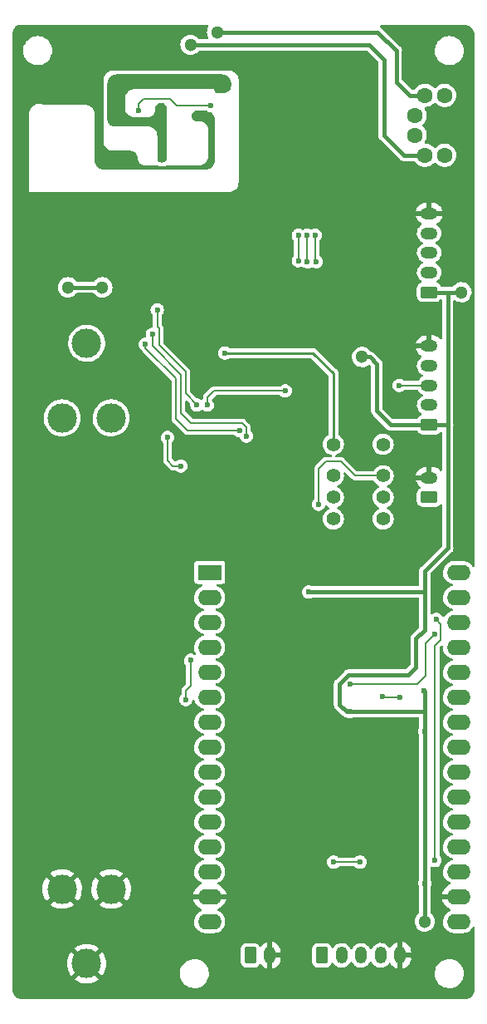
<source format=gbr>
%TF.GenerationSoftware,KiCad,Pcbnew,(6.0.9)*%
%TF.CreationDate,2023-05-10T12:51:21+05:30*%
%TF.ProjectId,WeatherKids_Compact(V1.0),57656174-6865-4724-9b69-64735f436f6d,rev?*%
%TF.SameCoordinates,Original*%
%TF.FileFunction,Copper,L2,Bot*%
%TF.FilePolarity,Positive*%
%FSLAX46Y46*%
G04 Gerber Fmt 4.6, Leading zero omitted, Abs format (unit mm)*
G04 Created by KiCad (PCBNEW (6.0.9)) date 2023-05-10 12:51:21*
%MOMM*%
%LPD*%
G01*
G04 APERTURE LIST*
G04 Aperture macros list*
%AMRoundRect*
0 Rectangle with rounded corners*
0 $1 Rounding radius*
0 $2 $3 $4 $5 $6 $7 $8 $9 X,Y pos of 4 corners*
0 Add a 4 corners polygon primitive as box body*
4,1,4,$2,$3,$4,$5,$6,$7,$8,$9,$2,$3,0*
0 Add four circle primitives for the rounded corners*
1,1,$1+$1,$2,$3*
1,1,$1+$1,$4,$5*
1,1,$1+$1,$6,$7*
1,1,$1+$1,$8,$9*
0 Add four rect primitives between the rounded corners*
20,1,$1+$1,$2,$3,$4,$5,0*
20,1,$1+$1,$4,$5,$6,$7,0*
20,1,$1+$1,$6,$7,$8,$9,0*
20,1,$1+$1,$8,$9,$2,$3,0*%
G04 Aperture macros list end*
%TA.AperFunction,ComponentPad*%
%ADD10C,3.000000*%
%TD*%
%TA.AperFunction,ComponentPad*%
%ADD11C,1.400000*%
%TD*%
%TA.AperFunction,ComponentPad*%
%ADD12RoundRect,0.250000X-0.350000X-0.625000X0.350000X-0.625000X0.350000X0.625000X-0.350000X0.625000X0*%
%TD*%
%TA.AperFunction,ComponentPad*%
%ADD13O,1.200000X1.750000*%
%TD*%
%TA.AperFunction,ComponentPad*%
%ADD14RoundRect,0.250000X0.625000X-0.350000X0.625000X0.350000X-0.625000X0.350000X-0.625000X-0.350000X0*%
%TD*%
%TA.AperFunction,ComponentPad*%
%ADD15O,1.750000X1.200000*%
%TD*%
%TA.AperFunction,ComponentPad*%
%ADD16C,1.600000*%
%TD*%
%TA.AperFunction,ComponentPad*%
%ADD17R,2.400000X1.600000*%
%TD*%
%TA.AperFunction,ComponentPad*%
%ADD18O,2.400000X1.600000*%
%TD*%
%TA.AperFunction,ViaPad*%
%ADD19C,0.600000*%
%TD*%
%TA.AperFunction,ViaPad*%
%ADD20C,1.300000*%
%TD*%
%TA.AperFunction,Conductor*%
%ADD21C,0.381000*%
%TD*%
%TA.AperFunction,Conductor*%
%ADD22C,0.127000*%
%TD*%
%TA.AperFunction,Conductor*%
%ADD23C,0.254000*%
%TD*%
G04 APERTURE END LIST*
D10*
%TO.P,J10,1,Pin_1*%
%TO.N,+BATT*%
X5500000Y-40400000D03*
X10500000Y-40400000D03*
X8000000Y-32800000D03*
%TD*%
%TO.P,J9,1,Pin_1*%
%TO.N,GND*%
X8000000Y-96000000D03*
X5500000Y-88400000D03*
X10500000Y-88400000D03*
%TD*%
D11*
%TO.P,SW1,1*%
%TO.N,Net-(D6-Pad2)*%
X38250000Y-43100000D03*
%TO.P,SW1,2*%
%TO.N,Net-(R12-Pad1)*%
X38250000Y-46300000D03*
%TO.P,SW1,3*%
%TO.N,/PANEL_POSITIVE*%
X38250000Y-48500000D03*
%TO.P,SW1,4*%
%TO.N,Net-(R26-Pad1)*%
X38250000Y-50700000D03*
%TO.P,SW1,5*%
%TO.N,unconnected-(SW1-Pad5)*%
X33170000Y-50700000D03*
%TO.P,SW1,6*%
%TO.N,unconnected-(SW1-Pad6)*%
X33170000Y-48500000D03*
%TO.P,SW1,7*%
%TO.N,unconnected-(SW1-Pad7)*%
X33170000Y-46300000D03*
%TO.P,SW1,8*%
%TO.N,+5V*%
X33170000Y-43100000D03*
%TD*%
D12*
%TO.P,J4,1,Pin_1*%
%TO.N,VDC*%
X24700000Y-95150000D03*
D13*
%TO.P,J4,2,Pin_2*%
%TO.N,GND*%
X26700000Y-95150000D03*
%TD*%
D14*
%TO.P,J3,1,Pin_1*%
%TO.N,+3V3*%
X42950000Y-41100000D03*
D15*
%TO.P,J3,2,Pin_2*%
%TO.N,/I2C_SDA*%
X42950000Y-39100000D03*
%TO.P,J3,3,Pin_3*%
%TO.N,/I2C_SCL*%
X42950000Y-37100000D03*
%TO.P,J3,4,Pin_4*%
%TO.N,/~{I2C_INT}*%
X42950000Y-35100000D03*
%TO.P,J3,5,Pin_5*%
%TO.N,GND*%
X42950000Y-33100000D03*
%TD*%
D14*
%TO.P,J5,1,Pin_1*%
%TO.N,/PANEL_POSITIVE*%
X42950000Y-48500000D03*
D15*
%TO.P,J5,2,Pin_2*%
%TO.N,GND*%
X42950000Y-46500000D03*
%TD*%
D16*
%TO.P,SW2,1*%
%TO.N,N/C*%
X44525000Y-7550000D03*
%TO.P,SW2,2,B*%
%TO.N,/BAT*%
X42525000Y-7550000D03*
%TO.P,SW2,3*%
%TO.N,N/C*%
X44525000Y-13650000D03*
%TO.P,SW2,4,A*%
%TO.N,+BATT*%
X42525000Y-13650000D03*
%TO.P,SW2,5*%
%TO.N,N/C*%
X41525000Y-9600000D03*
%TO.P,SW2,6*%
X41525000Y-11600000D03*
%TD*%
D14*
%TO.P,J1,1,Pin_1*%
%TO.N,+3V3*%
X42950000Y-27600000D03*
D15*
%TO.P,J1,2,Pin_2*%
%TO.N,/I2C_SDA*%
X42950000Y-25600000D03*
%TO.P,J1,3,Pin_3*%
%TO.N,/I2C_SCL*%
X42950000Y-23600000D03*
%TO.P,J1,4,Pin_4*%
%TO.N,/~{I2C_INT}*%
X42950000Y-21600000D03*
%TO.P,J1,5,Pin_5*%
%TO.N,GND*%
X42950000Y-19600000D03*
%TD*%
D12*
%TO.P,J2,1,Pin_1*%
%TO.N,/BUTTON*%
X32000000Y-95150000D03*
D13*
%TO.P,J2,2,Pin_2*%
%TO.N,/GREEN_LED_3*%
X34000000Y-95150000D03*
%TO.P,J2,3,Pin_3*%
%TO.N,/GREEN_LED_2*%
X36000000Y-95150000D03*
%TO.P,J2,4,Pin_4*%
%TO.N,/GREEN_LED_1*%
X38000000Y-95150000D03*
%TO.P,J2,5,Pin_5*%
%TO.N,GND*%
X40000000Y-95150000D03*
%TD*%
D17*
%TO.P,MOD1,1,~{EN}*%
%TO.N,unconnected-(MOD1-Pad1)*%
X20550000Y-56140000D03*
D18*
%TO.P,MOD1,2,VP*%
%TO.N,/PANEL_VOLT*%
X20550000Y-58680000D03*
%TO.P,MOD1,3,VN*%
%TO.N,/PANEL_CURRENT*%
X20550000Y-61220000D03*
%TO.P,MOD1,4,D34*%
%TO.N,unconnected-(MOD1-Pad4)*%
X20550000Y-63760000D03*
%TO.P,MOD1,5,D35*%
%TO.N,unconnected-(MOD1-Pad5)*%
X20550000Y-66300000D03*
%TO.P,MOD1,6,D32*%
%TO.N,unconnected-(MOD1-Pad6)*%
X20550000Y-68840000D03*
%TO.P,MOD1,7,D33*%
%TO.N,unconnected-(MOD1-Pad7)*%
X20550000Y-71380000D03*
%TO.P,MOD1,8,D25*%
%TO.N,unconnected-(MOD1-Pad8)*%
X20550000Y-73920000D03*
%TO.P,MOD1,9,D26*%
%TO.N,/PANEL_CURRENT_SW*%
X20550000Y-76460000D03*
%TO.P,MOD1,10,D27*%
%TO.N,/GREEN_LED_1*%
X20550000Y-79000000D03*
%TO.P,MOD1,11,D14*%
%TO.N,/GREEN_LED_2*%
X20550000Y-81540000D03*
%TO.P,MOD1,12,D12*%
%TO.N,/GREEN_LED_3*%
X20550000Y-84080000D03*
%TO.P,MOD1,13,D13*%
%TO.N,Net-(C9-Pad1)*%
X20550000Y-86620000D03*
%TO.P,MOD1,14,GND*%
%TO.N,GND*%
X20550000Y-89160000D03*
%TO.P,MOD1,15,VIN*%
%TO.N,unconnected-(MOD1-Pad15)*%
X20550000Y-91700000D03*
%TO.P,MOD1,16,3V3*%
%TO.N,+3V3*%
X45950000Y-91700000D03*
%TO.P,MOD1,17,GND*%
%TO.N,GND*%
X45950000Y-89160000D03*
%TO.P,MOD1,18,D15*%
%TO.N,/~{I2C_INT}*%
X45950000Y-86620000D03*
%TO.P,MOD1,19,D2*%
%TO.N,unconnected-(MOD1-Pad19)*%
X45950000Y-84080000D03*
%TO.P,MOD1,20,D4*%
%TO.N,unconnected-(MOD1-Pad20)*%
X45950000Y-81540000D03*
%TO.P,MOD1,21,RX2/D16*%
%TO.N,unconnected-(MOD1-Pad21)*%
X45950000Y-79000000D03*
%TO.P,MOD1,22,TX2/D17*%
%TO.N,/Environment Sensors/~{RTC_INT}*%
X45950000Y-76460000D03*
%TO.P,MOD1,23,D5*%
%TO.N,unconnected-(MOD1-Pad23)*%
X45950000Y-73920000D03*
%TO.P,MOD1,24,D18*%
%TO.N,/I2C_SCL*%
X45950000Y-71380000D03*
%TO.P,MOD1,25,D19*%
%TO.N,/I2C_SDA*%
X45950000Y-68840000D03*
%TO.P,MOD1,26,D21*%
%TO.N,/Environment Sensors/RTC_CLK*%
X45950000Y-66300000D03*
%TO.P,MOD1,27,RX0/D3*%
%TO.N,unconnected-(MOD1-Pad27)*%
X45950000Y-63760000D03*
%TO.P,MOD1,28,TX0/D1*%
%TO.N,unconnected-(MOD1-Pad28)*%
X45950000Y-61220000D03*
%TO.P,MOD1,29,D22*%
%TO.N,unconnected-(MOD1-Pad29)*%
X45950000Y-58680000D03*
%TO.P,MOD1,30,D23*%
%TO.N,unconnected-(MOD1-Pad30)*%
X45950000Y-56140000D03*
%TD*%
D19*
%TO.N,GND*%
X26300000Y-39100000D03*
X25300000Y-39100000D03*
X29750000Y-46300000D03*
X29300000Y-44300000D03*
X31750000Y-55100000D03*
X34600000Y-14400000D03*
X20550000Y-45950000D03*
X33850000Y-66250000D03*
X25600000Y-31700000D03*
X15400000Y-40100000D03*
X31550000Y-44300000D03*
X26600000Y-31700000D03*
X16600000Y-31500000D03*
X15400000Y-41100000D03*
X18600000Y-33500000D03*
X25600000Y-30700000D03*
X41150000Y-61450000D03*
X19370000Y-9700000D03*
X26600000Y-30700000D03*
X30750000Y-55100000D03*
X12500000Y-14600000D03*
X17600000Y-28400000D03*
%TO.N,+3V3*%
X35900000Y-85650000D03*
X30650000Y-58150000D03*
X20300000Y-39100000D03*
X15700000Y-14000000D03*
X28250000Y-37650000D03*
X42500000Y-72350000D03*
X34850000Y-70350000D03*
D20*
X36100000Y-34200000D03*
D19*
X42500000Y-87800000D03*
X33200000Y-85650000D03*
X42450000Y-68200000D03*
X15700000Y-8700000D03*
D20*
X46250000Y-27600000D03*
X21900000Y-6350000D03*
D19*
X10600000Y-10200000D03*
D20*
X42500000Y-91700000D03*
D19*
%TO.N,/I2C_SDA*%
X39990000Y-68840000D03*
X38200000Y-68800000D03*
%TO.N,/I2C_SCL*%
X39900000Y-37100000D03*
X13300000Y-9100000D03*
X20700000Y-8600000D03*
%TO.N,/~{I2C_INT}*%
X43700000Y-60950000D03*
X43550000Y-85500000D03*
%TO.N,/PANEL_CURRENT_SW*%
X18600000Y-65100000D03*
X18100000Y-69100000D03*
%TO.N,+5V*%
X22100000Y-33800000D03*
%TO.N,Net-(D2-Pad1)*%
X15200000Y-29400000D03*
X31400000Y-24500000D03*
X31300000Y-21800000D03*
X19250000Y-39100000D03*
%TO.N,Net-(D1-Pad1)*%
X14000000Y-32900000D03*
X23600000Y-41700000D03*
X29600000Y-21800000D03*
X29600000Y-24400000D03*
%TO.N,Net-(C2-Pad1)*%
X43500000Y-62450000D03*
X34850000Y-67550000D03*
D20*
%TO.N,+BATT*%
X18600000Y-2400000D03*
D19*
X17600000Y-45300000D03*
X16250000Y-42400000D03*
%TO.N,Net-(D1-Pad2)*%
X30500000Y-24500000D03*
X24300000Y-42250000D03*
X30500000Y-21800000D03*
X14700000Y-31900000D03*
D20*
%TO.N,/BAT*%
X21300000Y-1100000D03*
X6100000Y-27100000D03*
X9600000Y-27100000D03*
D19*
%TO.N,Net-(R12-Pad1)*%
X31650000Y-49200000D03*
%TD*%
D21*
%TO.N,+3V3*%
X42500000Y-68250000D02*
X42450000Y-68200000D01*
X42450000Y-70350000D02*
X42500000Y-70300000D01*
X39000000Y-41100000D02*
X42950000Y-41100000D01*
X36100000Y-34200000D02*
X36900000Y-34200000D01*
D22*
X21000000Y-37650000D02*
X28250000Y-37650000D01*
D21*
X41600000Y-62900000D02*
X41600000Y-65800000D01*
X44850000Y-41100000D02*
X42950000Y-41100000D01*
X33800000Y-67500000D02*
X33800000Y-69600000D01*
X42500000Y-70300000D02*
X42500000Y-68250000D01*
X42500000Y-58100000D02*
X42500000Y-62000000D01*
X42500000Y-62000000D02*
X41600000Y-62900000D01*
X33800000Y-69600000D02*
X34550000Y-70350000D01*
X30700000Y-58100000D02*
X30650000Y-58150000D01*
D22*
X20300000Y-39100000D02*
X20300000Y-38350000D01*
D21*
X42500000Y-91700000D02*
X42500000Y-70400000D01*
D22*
X20750000Y-37900000D02*
X21000000Y-37650000D01*
D21*
X37600000Y-39700000D02*
X39000000Y-41100000D01*
X34700000Y-66600000D02*
X33800000Y-67500000D01*
X44850000Y-41100000D02*
X44850000Y-53650000D01*
X44850000Y-27600000D02*
X44850000Y-41100000D01*
X42950000Y-27600000D02*
X44850000Y-27600000D01*
X40800000Y-66600000D02*
X34700000Y-66600000D01*
X37600000Y-34900000D02*
X37600000Y-39700000D01*
D22*
X35900000Y-85650000D02*
X35400000Y-85650000D01*
D21*
X42500000Y-70400000D02*
X42450000Y-70350000D01*
X46250000Y-27600000D02*
X42950000Y-27600000D01*
D22*
X33200000Y-85650000D02*
X35400000Y-85650000D01*
D21*
X42500000Y-56000000D02*
X42500000Y-58100000D01*
X41600000Y-65800000D02*
X40800000Y-66600000D01*
X42500000Y-58100000D02*
X30700000Y-58100000D01*
X36900000Y-34200000D02*
X37600000Y-34900000D01*
X44850000Y-53650000D02*
X42500000Y-56000000D01*
X42450000Y-70350000D02*
X34850000Y-70350000D01*
X34550000Y-70350000D02*
X34850000Y-70350000D01*
D22*
X20300000Y-38350000D02*
X20750000Y-37900000D01*
%TO.N,/I2C_SDA*%
X38240000Y-68840000D02*
X38200000Y-68800000D01*
X39990000Y-68840000D02*
X38240000Y-68840000D01*
%TO.N,/I2C_SCL*%
X16500000Y-7900000D02*
X17200000Y-8600000D01*
X13300000Y-8400000D02*
X13800000Y-7900000D01*
X17200000Y-8600000D02*
X20700000Y-8600000D01*
X13800000Y-7900000D02*
X16500000Y-7900000D01*
X13300000Y-9100000D02*
X13300000Y-8400000D01*
X39900000Y-37100000D02*
X42950000Y-37100000D01*
%TO.N,/~{I2C_INT}*%
X43700000Y-60950000D02*
X44150000Y-61400000D01*
X44150000Y-63000000D02*
X43750000Y-63400000D01*
X44150000Y-61650000D02*
X44150000Y-63000000D01*
X43550000Y-63600000D02*
X43550000Y-85500000D01*
X44150000Y-61400000D02*
X44150000Y-61650000D01*
X43750000Y-63400000D02*
X43550000Y-63600000D01*
%TO.N,/PANEL_CURRENT_SW*%
X18600000Y-65100000D02*
X18600000Y-66600000D01*
X18100000Y-68200000D02*
X18100000Y-69100000D01*
X18600000Y-67700000D02*
X18100000Y-68200000D01*
X18600000Y-66600000D02*
X18600000Y-67700000D01*
D23*
%TO.N,+5V*%
X31100000Y-33800000D02*
X22100000Y-33800000D01*
X33170000Y-43100000D02*
X33170000Y-35870000D01*
X33170000Y-35870000D02*
X31100000Y-33800000D01*
D22*
%TO.N,Net-(D2-Pad1)*%
X31300000Y-21800000D02*
X31300000Y-24400000D01*
X31300000Y-24400000D02*
X31400000Y-24500000D01*
X19250000Y-39050000D02*
X19250000Y-39100000D01*
X18100000Y-37900000D02*
X19250000Y-39050000D01*
X15400000Y-31300000D02*
X15400000Y-33000000D01*
X15400000Y-33000000D02*
X18100000Y-35700000D01*
X15200000Y-31100000D02*
X15400000Y-31300000D01*
X18100000Y-35700000D02*
X18100000Y-37900000D01*
X15200000Y-29400000D02*
X15200000Y-31100000D01*
%TO.N,Net-(D1-Pad1)*%
X17100000Y-36400000D02*
X17100000Y-40550000D01*
X17100000Y-40550000D02*
X18250000Y-41700000D01*
X14000000Y-33300000D02*
X14000000Y-32900000D01*
X17100000Y-36400000D02*
X14000000Y-33300000D01*
X18250000Y-41700000D02*
X23600000Y-41700000D01*
X29600000Y-21800000D02*
X29600000Y-24400000D01*
%TO.N,Net-(C2-Pad1)*%
X34850000Y-67550000D02*
X41750000Y-67550000D01*
X42600000Y-63350000D02*
X43500000Y-62450000D01*
X42600000Y-66700000D02*
X42600000Y-63350000D01*
X41750000Y-67550000D02*
X42600000Y-66700000D01*
D21*
%TO.N,+BATT*%
X38350000Y-3900000D02*
X38350000Y-11650000D01*
X36850000Y-2400000D02*
X38350000Y-3900000D01*
X18600000Y-2400000D02*
X36850000Y-2400000D01*
X40350000Y-13650000D02*
X42525000Y-13650000D01*
D22*
X17600000Y-45300000D02*
X16800000Y-45300000D01*
D21*
X38350000Y-11650000D02*
X40350000Y-13650000D01*
D22*
X16250000Y-44750000D02*
X16250000Y-42400000D01*
X16800000Y-45300000D02*
X16250000Y-44750000D01*
%TO.N,Net-(D1-Pad2)*%
X14700000Y-31900000D02*
X14700000Y-33100000D01*
X18650000Y-40950000D02*
X23900000Y-40950000D01*
X17600000Y-39900000D02*
X18650000Y-40950000D01*
X17600000Y-36000000D02*
X17600000Y-39900000D01*
X24300000Y-41350000D02*
X24300000Y-42250000D01*
X14700000Y-33100000D02*
X17600000Y-36000000D01*
X30500000Y-21800000D02*
X30500000Y-24500000D01*
X23900000Y-40950000D02*
X24300000Y-41350000D01*
D21*
%TO.N,/BAT*%
X40950000Y-7550000D02*
X42525000Y-7550000D01*
X39600000Y-6200000D02*
X40950000Y-7550000D01*
X37700000Y-1100000D02*
X39600000Y-3000000D01*
X9600000Y-27100000D02*
X6100000Y-27100000D01*
X21300000Y-1100000D02*
X37700000Y-1100000D01*
X39600000Y-3000000D02*
X39600000Y-6200000D01*
D22*
%TO.N,Net-(R12-Pad1)*%
X35400000Y-46300000D02*
X38250000Y-46300000D01*
X31650000Y-49200000D02*
X31650000Y-45600000D01*
X31650000Y-45600000D02*
X32400000Y-44850000D01*
X32400000Y-44850000D02*
X33950000Y-44850000D01*
X33950000Y-44850000D02*
X35400000Y-46300000D01*
%TD*%
%TA.AperFunction,Conductor*%
%TO.N,GND*%
G36*
X2100000Y-18450000D02*
G01*
X400000Y-18450000D01*
X400000Y-15250000D01*
X2100000Y-15250000D01*
X2100000Y-18450000D01*
G37*
%TD.AperFunction*%
%TD*%
%TA.AperFunction,Conductor*%
%TO.N,GND*%
G36*
X20372915Y-401502D02*
G01*
X20419408Y-455158D01*
X20429512Y-525432D01*
X20415209Y-568201D01*
X20347324Y-691683D01*
X20286159Y-884501D01*
X20285473Y-890618D01*
X20285472Y-890622D01*
X20280961Y-930840D01*
X20263610Y-1085528D01*
X20280537Y-1287106D01*
X20282236Y-1293030D01*
X20325146Y-1442675D01*
X20336295Y-1481558D01*
X20339110Y-1487035D01*
X20339111Y-1487038D01*
X20419987Y-1644406D01*
X20433334Y-1714137D01*
X20406864Y-1780014D01*
X20348979Y-1821122D01*
X20307920Y-1828000D01*
X19524437Y-1828000D01*
X19456316Y-1807998D01*
X19426794Y-1781636D01*
X19335464Y-1669653D01*
X19242483Y-1592733D01*
X19184348Y-1544639D01*
X19184345Y-1544637D01*
X19179598Y-1540710D01*
X19001656Y-1444497D01*
X18905036Y-1414588D01*
X18814302Y-1386501D01*
X18814299Y-1386500D01*
X18808415Y-1384679D01*
X18802290Y-1384035D01*
X18802289Y-1384035D01*
X18613364Y-1364178D01*
X18613363Y-1364178D01*
X18607236Y-1363534D01*
X18523263Y-1371176D01*
X18411920Y-1381309D01*
X18411917Y-1381310D01*
X18405781Y-1381868D01*
X18399875Y-1383606D01*
X18399871Y-1383607D01*
X18256773Y-1425723D01*
X18211724Y-1438982D01*
X18032456Y-1532701D01*
X17874805Y-1659455D01*
X17744777Y-1814417D01*
X17741813Y-1819809D01*
X17741810Y-1819813D01*
X17726158Y-1848284D01*
X17647324Y-1991683D01*
X17586159Y-2184501D01*
X17563610Y-2385528D01*
X17564126Y-2391672D01*
X17579441Y-2574051D01*
X17580537Y-2587106D01*
X17636295Y-2781558D01*
X17639110Y-2787035D01*
X17639111Y-2787038D01*
X17676026Y-2858867D01*
X17728760Y-2961476D01*
X17732583Y-2966300D01*
X17732586Y-2966304D01*
X17766352Y-3008905D01*
X17854411Y-3120007D01*
X18008461Y-3251114D01*
X18185042Y-3349802D01*
X18377429Y-3412312D01*
X18578293Y-3436264D01*
X18584428Y-3435792D01*
X18584430Y-3435792D01*
X18773844Y-3421217D01*
X18773849Y-3421216D01*
X18779985Y-3420744D01*
X18785915Y-3419088D01*
X18785917Y-3419088D01*
X18968893Y-3368000D01*
X18968892Y-3368000D01*
X18974821Y-3366345D01*
X18980310Y-3363572D01*
X18980316Y-3363570D01*
X19149880Y-3277916D01*
X19155380Y-3275138D01*
X19186130Y-3251114D01*
X19309928Y-3154392D01*
X19314784Y-3150598D01*
X19431253Y-3015667D01*
X19490903Y-2977172D01*
X19526632Y-2972000D01*
X36560880Y-2972000D01*
X36629001Y-2992002D01*
X36649975Y-3008905D01*
X37741095Y-4100025D01*
X37775121Y-4162337D01*
X37778000Y-4189120D01*
X37778000Y-11604256D01*
X37776922Y-11620702D01*
X37773065Y-11650000D01*
X37778000Y-11687486D01*
X37778000Y-11687492D01*
X37792723Y-11799322D01*
X37850359Y-11938468D01*
X37942045Y-12057955D01*
X37948595Y-12062981D01*
X37965495Y-12075949D01*
X37977886Y-12086816D01*
X39913184Y-14022114D01*
X39924051Y-14034505D01*
X39942045Y-14057955D01*
X39972045Y-14080975D01*
X39972046Y-14080976D01*
X40061532Y-14149641D01*
X40200678Y-14207277D01*
X40231375Y-14211318D01*
X40312497Y-14221999D01*
X40312506Y-14222000D01*
X40312509Y-14222000D01*
X40312521Y-14222001D01*
X40341811Y-14225857D01*
X40341812Y-14225857D01*
X40350000Y-14226935D01*
X40358188Y-14225857D01*
X40358189Y-14225857D01*
X40379298Y-14223078D01*
X40395744Y-14222000D01*
X41417125Y-14222000D01*
X41485246Y-14242002D01*
X41520021Y-14275279D01*
X41622731Y-14420610D01*
X41679261Y-14475679D01*
X41741566Y-14536374D01*
X41778272Y-14572132D01*
X41783068Y-14575337D01*
X41783071Y-14575339D01*
X41906229Y-14657630D01*
X41958822Y-14692771D01*
X41964125Y-14695049D01*
X41964128Y-14695051D01*
X42111711Y-14758458D01*
X42158332Y-14778488D01*
X42235785Y-14796014D01*
X42364486Y-14825136D01*
X42364491Y-14825137D01*
X42370123Y-14826411D01*
X42375894Y-14826638D01*
X42375896Y-14826638D01*
X42442289Y-14829246D01*
X42587100Y-14834936D01*
X42694549Y-14819356D01*
X42796283Y-14804606D01*
X42796288Y-14804605D01*
X42801997Y-14803777D01*
X42807461Y-14801922D01*
X42807466Y-14801921D01*
X43002150Y-14735834D01*
X43007618Y-14733978D01*
X43197076Y-14627877D01*
X43364026Y-14489026D01*
X43425239Y-14415426D01*
X43484174Y-14375843D01*
X43555156Y-14374406D01*
X43617924Y-14414167D01*
X43619394Y-14415888D01*
X43622731Y-14420610D01*
X43626871Y-14424643D01*
X43741566Y-14536374D01*
X43778272Y-14572132D01*
X43783068Y-14575337D01*
X43783071Y-14575339D01*
X43906229Y-14657630D01*
X43958822Y-14692771D01*
X43964125Y-14695049D01*
X43964128Y-14695051D01*
X44111711Y-14758458D01*
X44158332Y-14778488D01*
X44235785Y-14796014D01*
X44364486Y-14825136D01*
X44364491Y-14825137D01*
X44370123Y-14826411D01*
X44375894Y-14826638D01*
X44375896Y-14826638D01*
X44442289Y-14829246D01*
X44587100Y-14834936D01*
X44694549Y-14819356D01*
X44796283Y-14804606D01*
X44796288Y-14804605D01*
X44801997Y-14803777D01*
X44807461Y-14801922D01*
X44807466Y-14801921D01*
X45002150Y-14735834D01*
X45007618Y-14733978D01*
X45197076Y-14627877D01*
X45364026Y-14489026D01*
X45502877Y-14322076D01*
X45608978Y-14132618D01*
X45642283Y-14034505D01*
X45676921Y-13932466D01*
X45676922Y-13932461D01*
X45678777Y-13926997D01*
X45680224Y-13917022D01*
X45709403Y-13715774D01*
X45709936Y-13712100D01*
X45711562Y-13650000D01*
X45691693Y-13433766D01*
X45632751Y-13224774D01*
X45536710Y-13030023D01*
X45406787Y-12856035D01*
X45268808Y-12728488D01*
X45251573Y-12712556D01*
X45251570Y-12712554D01*
X45247333Y-12708637D01*
X45063688Y-12592766D01*
X44862002Y-12512301D01*
X44649030Y-12469938D01*
X44643255Y-12469862D01*
X44643251Y-12469862D01*
X44534504Y-12468439D01*
X44431903Y-12467096D01*
X44426206Y-12468075D01*
X44426205Y-12468075D01*
X44303811Y-12489106D01*
X44217895Y-12503869D01*
X44014172Y-12579027D01*
X43827556Y-12690051D01*
X43823216Y-12693857D01*
X43823212Y-12693860D01*
X43719361Y-12784936D01*
X43664298Y-12833225D01*
X43660724Y-12837758D01*
X43660716Y-12837767D01*
X43624964Y-12883118D01*
X43567083Y-12924231D01*
X43496163Y-12927525D01*
X43434721Y-12891953D01*
X43425058Y-12880502D01*
X43410242Y-12860661D01*
X43410239Y-12860657D01*
X43406787Y-12856035D01*
X43268808Y-12728488D01*
X43251573Y-12712556D01*
X43251570Y-12712554D01*
X43247333Y-12708637D01*
X43063688Y-12592766D01*
X42862002Y-12512301D01*
X42649030Y-12469938D01*
X42643256Y-12469862D01*
X42643252Y-12469862D01*
X42613955Y-12469479D01*
X42604480Y-12469355D01*
X42536627Y-12448463D01*
X42490840Y-12394204D01*
X42481657Y-12323804D01*
X42501691Y-12273502D01*
X42502877Y-12272076D01*
X42608978Y-12082618D01*
X42655686Y-11945021D01*
X42676921Y-11882466D01*
X42676922Y-11882461D01*
X42678777Y-11876997D01*
X42690040Y-11799322D01*
X42709403Y-11665774D01*
X42709936Y-11662100D01*
X42711562Y-11600000D01*
X42691693Y-11383766D01*
X42685239Y-11360880D01*
X42634319Y-11180334D01*
X42632751Y-11174774D01*
X42536710Y-10980023D01*
X42406787Y-10806035D01*
X42283046Y-10691650D01*
X42246601Y-10630721D01*
X42248882Y-10559761D01*
X42288006Y-10502251D01*
X42359588Y-10442717D01*
X42364026Y-10439026D01*
X42502877Y-10272076D01*
X42608978Y-10082618D01*
X42667685Y-9909674D01*
X42676921Y-9882466D01*
X42676922Y-9882461D01*
X42678777Y-9876997D01*
X42688829Y-9807675D01*
X42709403Y-9665774D01*
X42709936Y-9662100D01*
X42711562Y-9600000D01*
X42691693Y-9383766D01*
X42689306Y-9375300D01*
X42634319Y-9180334D01*
X42632751Y-9174774D01*
X42536710Y-8980023D01*
X42503147Y-8935076D01*
X42478415Y-8868528D01*
X42493589Y-8799171D01*
X42543851Y-8749029D01*
X42587361Y-8736737D01*
X42587100Y-8734936D01*
X42796283Y-8704606D01*
X42796288Y-8704605D01*
X42801997Y-8703777D01*
X42807461Y-8701922D01*
X42807466Y-8701921D01*
X42972185Y-8646006D01*
X43007618Y-8633978D01*
X43197076Y-8527877D01*
X43205332Y-8521011D01*
X43330185Y-8417171D01*
X43364026Y-8389026D01*
X43425239Y-8315426D01*
X43484174Y-8275843D01*
X43555156Y-8274406D01*
X43617924Y-8314167D01*
X43619394Y-8315888D01*
X43622731Y-8320610D01*
X43626871Y-8324643D01*
X43763857Y-8458089D01*
X43778272Y-8472132D01*
X43783068Y-8475337D01*
X43783071Y-8475339D01*
X43912789Y-8562013D01*
X43958822Y-8592771D01*
X43964125Y-8595049D01*
X43964128Y-8595051D01*
X44117912Y-8661122D01*
X44158332Y-8678488D01*
X44235785Y-8696014D01*
X44364486Y-8725136D01*
X44364491Y-8725137D01*
X44370123Y-8726411D01*
X44375894Y-8726638D01*
X44375896Y-8726638D01*
X44442289Y-8729246D01*
X44587100Y-8734936D01*
X44694548Y-8719357D01*
X44796283Y-8704606D01*
X44796288Y-8704605D01*
X44801997Y-8703777D01*
X44807461Y-8701922D01*
X44807466Y-8701921D01*
X44972185Y-8646006D01*
X45007618Y-8633978D01*
X45197076Y-8527877D01*
X45205332Y-8521011D01*
X45330185Y-8417171D01*
X45364026Y-8389026D01*
X45502877Y-8222076D01*
X45608978Y-8032618D01*
X45642283Y-7934505D01*
X45676921Y-7832466D01*
X45676922Y-7832461D01*
X45678777Y-7826997D01*
X45685494Y-7780677D01*
X45709403Y-7615774D01*
X45709936Y-7612100D01*
X45711562Y-7550000D01*
X45691693Y-7333766D01*
X45632751Y-7124774D01*
X45536710Y-6930023D01*
X45406787Y-6756035D01*
X45266061Y-6625949D01*
X45251573Y-6612556D01*
X45251570Y-6612554D01*
X45247333Y-6608637D01*
X45063688Y-6492766D01*
X44862002Y-6412301D01*
X44649030Y-6369938D01*
X44643255Y-6369862D01*
X44643251Y-6369862D01*
X44534504Y-6368439D01*
X44431903Y-6367096D01*
X44426206Y-6368075D01*
X44426205Y-6368075D01*
X44314822Y-6387214D01*
X44217895Y-6403869D01*
X44014172Y-6479027D01*
X43827556Y-6590051D01*
X43823216Y-6593857D01*
X43823212Y-6593860D01*
X43668639Y-6729418D01*
X43664298Y-6733225D01*
X43660724Y-6737758D01*
X43660716Y-6737767D01*
X43624964Y-6783118D01*
X43567083Y-6824231D01*
X43496163Y-6827525D01*
X43434721Y-6791953D01*
X43425058Y-6780502D01*
X43410242Y-6760661D01*
X43410239Y-6760657D01*
X43406787Y-6756035D01*
X43266061Y-6625949D01*
X43251573Y-6612556D01*
X43251570Y-6612554D01*
X43247333Y-6608637D01*
X43063688Y-6492766D01*
X42862002Y-6412301D01*
X42649030Y-6369938D01*
X42643255Y-6369862D01*
X42643251Y-6369862D01*
X42534504Y-6368439D01*
X42431903Y-6367096D01*
X42426206Y-6368075D01*
X42426205Y-6368075D01*
X42314822Y-6387214D01*
X42217895Y-6403869D01*
X42014172Y-6479027D01*
X41827556Y-6590051D01*
X41823216Y-6593857D01*
X41823212Y-6593860D01*
X41668639Y-6729418D01*
X41664298Y-6733225D01*
X41529865Y-6903752D01*
X41527175Y-6908865D01*
X41527171Y-6908871D01*
X41526224Y-6910671D01*
X41525552Y-6911364D01*
X41524030Y-6913708D01*
X41523569Y-6913409D01*
X41476803Y-6961642D01*
X41414718Y-6978000D01*
X41239120Y-6978000D01*
X41170999Y-6957998D01*
X41150025Y-6941095D01*
X40208905Y-5999975D01*
X40174879Y-5937663D01*
X40172000Y-5910880D01*
X40172000Y-3103698D01*
X43517044Y-3103698D01*
X43553894Y-3344511D01*
X43567002Y-3384614D01*
X43627971Y-3571154D01*
X43627974Y-3571160D01*
X43629579Y-3576072D01*
X43631966Y-3580658D01*
X43631968Y-3580662D01*
X43646919Y-3609382D01*
X43742069Y-3792162D01*
X43745179Y-3796304D01*
X43794887Y-3862508D01*
X43888341Y-3986977D01*
X43892079Y-3990549D01*
X44045258Y-4136930D01*
X44064467Y-4155287D01*
X44068739Y-4158201D01*
X44068740Y-4158202D01*
X44114064Y-4189120D01*
X44265717Y-4292571D01*
X44297474Y-4307312D01*
X44481993Y-4392963D01*
X44481997Y-4392964D01*
X44486688Y-4395142D01*
X44721443Y-4460246D01*
X44726577Y-4460795D01*
X44726579Y-4460795D01*
X44916992Y-4481144D01*
X44916999Y-4481144D01*
X44920327Y-4481500D01*
X45061751Y-4481500D01*
X45064324Y-4481288D01*
X45064335Y-4481288D01*
X45237646Y-4467039D01*
X45237652Y-4467038D01*
X45242797Y-4466615D01*
X45479073Y-4407267D01*
X45702483Y-4310125D01*
X45907028Y-4177800D01*
X45931770Y-4155287D01*
X46083392Y-4017321D01*
X46083393Y-4017319D01*
X46087214Y-4013843D01*
X46090413Y-4009792D01*
X46090417Y-4009788D01*
X46235000Y-3826714D01*
X46235002Y-3826710D01*
X46238202Y-3822659D01*
X46355937Y-3609382D01*
X46437257Y-3379740D01*
X46460169Y-3251114D01*
X46479074Y-3144987D01*
X46479074Y-3144983D01*
X46479980Y-3139899D01*
X46482956Y-2896302D01*
X46446106Y-2655489D01*
X46408897Y-2541646D01*
X46372029Y-2428846D01*
X46372026Y-2428840D01*
X46370421Y-2423928D01*
X46355621Y-2395496D01*
X46260322Y-2212431D01*
X46257931Y-2207838D01*
X46111659Y-2013023D01*
X45935533Y-1844713D01*
X45903799Y-1823065D01*
X45752880Y-1720115D01*
X45734283Y-1707429D01*
X45598511Y-1644406D01*
X45518007Y-1607037D01*
X45518003Y-1607036D01*
X45513312Y-1604858D01*
X45278557Y-1539754D01*
X45273423Y-1539205D01*
X45273421Y-1539205D01*
X45083008Y-1518856D01*
X45083001Y-1518856D01*
X45079673Y-1518500D01*
X44938249Y-1518500D01*
X44935676Y-1518712D01*
X44935665Y-1518712D01*
X44762354Y-1532961D01*
X44762348Y-1532962D01*
X44757203Y-1533385D01*
X44520927Y-1592733D01*
X44297517Y-1689875D01*
X44092972Y-1822200D01*
X44089149Y-1825679D01*
X44089146Y-1825681D01*
X43916608Y-1982679D01*
X43912786Y-1986157D01*
X43909587Y-1990208D01*
X43909583Y-1990212D01*
X43884443Y-2022045D01*
X43761798Y-2177341D01*
X43759302Y-2181862D01*
X43759301Y-2181864D01*
X43747249Y-2203696D01*
X43644063Y-2390618D01*
X43562743Y-2620260D01*
X43561836Y-2625352D01*
X43521699Y-2850678D01*
X43520020Y-2860101D01*
X43519957Y-2865264D01*
X43518782Y-2961476D01*
X43517044Y-3103698D01*
X40172000Y-3103698D01*
X40172000Y-3045751D01*
X40173078Y-3029304D01*
X40175858Y-3008188D01*
X40176936Y-3000000D01*
X40157277Y-2850678D01*
X40099641Y-2711532D01*
X40030976Y-2622046D01*
X40030975Y-2622045D01*
X40007955Y-2592045D01*
X39984505Y-2574051D01*
X39972114Y-2563184D01*
X38136816Y-727886D01*
X38125949Y-715495D01*
X38112981Y-698595D01*
X38107955Y-692045D01*
X37997725Y-607462D01*
X37955858Y-550124D01*
X37951636Y-479253D01*
X37986400Y-417350D01*
X38049113Y-384069D01*
X38074429Y-381500D01*
X38867868Y-381500D01*
X44187089Y-392769D01*
X46595946Y-397873D01*
X46608278Y-398505D01*
X46784577Y-416223D01*
X46808761Y-421080D01*
X46972297Y-470995D01*
X46995072Y-480471D01*
X47145747Y-561291D01*
X47166239Y-575022D01*
X47298287Y-683655D01*
X47315710Y-701116D01*
X47424055Y-833384D01*
X47437743Y-853905D01*
X47518247Y-1004758D01*
X47527675Y-1027552D01*
X47577244Y-1191192D01*
X47582050Y-1215386D01*
X47599395Y-1391732D01*
X47600000Y-1404066D01*
X47600000Y-55471868D01*
X47579998Y-55539989D01*
X47526342Y-55586482D01*
X47456068Y-55596586D01*
X47391488Y-55567092D01*
X47365715Y-55536291D01*
X47309949Y-55442556D01*
X47306143Y-55438216D01*
X47306140Y-55438212D01*
X47170582Y-55283639D01*
X47166775Y-55279298D01*
X47162239Y-55275722D01*
X47000782Y-55148439D01*
X47000780Y-55148437D01*
X46996248Y-55144865D01*
X46958027Y-55124756D01*
X46809190Y-55046449D01*
X46809185Y-55046447D01*
X46804078Y-55043760D01*
X46596700Y-54979367D01*
X46420392Y-54958500D01*
X45494910Y-54958500D01*
X45407202Y-54966559D01*
X45339520Y-54972778D01*
X45339517Y-54972779D01*
X45333766Y-54973307D01*
X45328209Y-54974874D01*
X45328205Y-54974875D01*
X45167931Y-55020077D01*
X45124774Y-55032249D01*
X44930023Y-55128290D01*
X44756035Y-55258213D01*
X44608637Y-55417667D01*
X44492766Y-55601312D01*
X44412301Y-55802998D01*
X44369938Y-56015970D01*
X44369862Y-56021745D01*
X44369862Y-56021749D01*
X44369656Y-56037486D01*
X44367096Y-56233097D01*
X44403869Y-56447105D01*
X44479027Y-56650828D01*
X44590051Y-56837444D01*
X44593857Y-56841784D01*
X44593860Y-56841788D01*
X44707661Y-56971552D01*
X44733225Y-57000702D01*
X44737760Y-57004277D01*
X44737761Y-57004278D01*
X44784111Y-57040817D01*
X44903752Y-57135135D01*
X44908861Y-57137823D01*
X45090810Y-57233551D01*
X45090815Y-57233553D01*
X45095922Y-57236240D01*
X45270488Y-57290444D01*
X45329613Y-57329747D01*
X45358103Y-57394776D01*
X45346913Y-57464885D01*
X45299596Y-57517815D01*
X45267325Y-57532045D01*
X45157411Y-57563044D01*
X45124774Y-57572249D01*
X44930023Y-57668290D01*
X44756035Y-57798213D01*
X44608637Y-57957667D01*
X44492766Y-58141312D01*
X44412301Y-58342998D01*
X44369938Y-58555970D01*
X44369862Y-58561745D01*
X44369862Y-58561749D01*
X44369533Y-58586903D01*
X44367096Y-58773097D01*
X44368075Y-58778794D01*
X44368075Y-58778795D01*
X44371309Y-58797614D01*
X44403869Y-58987105D01*
X44479027Y-59190828D01*
X44590051Y-59377444D01*
X44593857Y-59381784D01*
X44593860Y-59381788D01*
X44729418Y-59536361D01*
X44733225Y-59540702D01*
X44737760Y-59544277D01*
X44737761Y-59544278D01*
X44754597Y-59557550D01*
X44903752Y-59675135D01*
X44908861Y-59677823D01*
X45090810Y-59773551D01*
X45090815Y-59773553D01*
X45095922Y-59776240D01*
X45270488Y-59830444D01*
X45329613Y-59869747D01*
X45358103Y-59934776D01*
X45346913Y-60004885D01*
X45299596Y-60057815D01*
X45267325Y-60072045D01*
X45157411Y-60103044D01*
X45124774Y-60112249D01*
X44930023Y-60208290D01*
X44925394Y-60211746D01*
X44925395Y-60211746D01*
X44798436Y-60306551D01*
X44756035Y-60338213D01*
X44670180Y-60431090D01*
X44615135Y-60490638D01*
X44608637Y-60497667D01*
X44605555Y-60502552D01*
X44522291Y-60634518D01*
X44469025Y-60681456D01*
X44398837Y-60692146D01*
X44334013Y-60663192D01*
X44308833Y-60631635D01*
X44308383Y-60631945D01*
X44219257Y-60502265D01*
X44219256Y-60502263D01*
X44214955Y-60496006D01*
X44142095Y-60431090D01*
X44097470Y-60391330D01*
X44097467Y-60391328D01*
X44091798Y-60386277D01*
X44085084Y-60382722D01*
X43952736Y-60312647D01*
X43952733Y-60312646D01*
X43946021Y-60309092D01*
X43786042Y-60268908D01*
X43778444Y-60268868D01*
X43778442Y-60268868D01*
X43707483Y-60268497D01*
X43621095Y-60268045D01*
X43613716Y-60269817D01*
X43613712Y-60269817D01*
X43468083Y-60304779D01*
X43468079Y-60304780D01*
X43460704Y-60306551D01*
X43441810Y-60316303D01*
X43358509Y-60359298D01*
X43314127Y-60382205D01*
X43308405Y-60387197D01*
X43308403Y-60387198D01*
X43280828Y-60411253D01*
X43216346Y-60440960D01*
X43146039Y-60431090D01*
X43092229Y-60384775D01*
X43072000Y-60316303D01*
X43072000Y-58145751D01*
X43073078Y-58129304D01*
X43075858Y-58108188D01*
X43076936Y-58100000D01*
X43073078Y-58070696D01*
X43072000Y-58054249D01*
X43072000Y-56289120D01*
X43092002Y-56220999D01*
X43108905Y-56200025D01*
X45222114Y-54086816D01*
X45234505Y-54075949D01*
X45251405Y-54062981D01*
X45257955Y-54057955D01*
X45349641Y-53938468D01*
X45407277Y-53799322D01*
X45422000Y-53687492D01*
X45426936Y-53650000D01*
X45423078Y-53620696D01*
X45422000Y-53604249D01*
X45422000Y-41145751D01*
X45423078Y-41129304D01*
X45425858Y-41108188D01*
X45426936Y-41100000D01*
X45423078Y-41070696D01*
X45422000Y-41054249D01*
X45422000Y-28522559D01*
X45442002Y-28454438D01*
X45495658Y-28407945D01*
X45565932Y-28397841D01*
X45629663Y-28426605D01*
X45650415Y-28444266D01*
X45658461Y-28451114D01*
X45663839Y-28454120D01*
X45663841Y-28454121D01*
X45668962Y-28456983D01*
X45835042Y-28549802D01*
X46027429Y-28612312D01*
X46228293Y-28636264D01*
X46234428Y-28635792D01*
X46234430Y-28635792D01*
X46423844Y-28621217D01*
X46423849Y-28621216D01*
X46429985Y-28620744D01*
X46435915Y-28619088D01*
X46435917Y-28619088D01*
X46618893Y-28568000D01*
X46618892Y-28568000D01*
X46624821Y-28566345D01*
X46630310Y-28563572D01*
X46630316Y-28563570D01*
X46799880Y-28477916D01*
X46805380Y-28475138D01*
X46828618Y-28456983D01*
X46959928Y-28354392D01*
X46964784Y-28350598D01*
X46990207Y-28321145D01*
X47092934Y-28202135D01*
X47092935Y-28202133D01*
X47096963Y-28197467D01*
X47196882Y-28021579D01*
X47260734Y-27829633D01*
X47286087Y-27628941D01*
X47286491Y-27600000D01*
X47266751Y-27398678D01*
X47264970Y-27392779D01*
X47264969Y-27392774D01*
X47210065Y-27210924D01*
X47208284Y-27205024D01*
X47182662Y-27156836D01*
X47116209Y-27031857D01*
X47116207Y-27031854D01*
X47113315Y-27026415D01*
X46985464Y-26869653D01*
X46844040Y-26752657D01*
X46834348Y-26744639D01*
X46834345Y-26744637D01*
X46829598Y-26740710D01*
X46651656Y-26644497D01*
X46555035Y-26614588D01*
X46464302Y-26586501D01*
X46464299Y-26586500D01*
X46458415Y-26584679D01*
X46452290Y-26584035D01*
X46452289Y-26584035D01*
X46263364Y-26564178D01*
X46263363Y-26564178D01*
X46257236Y-26563534D01*
X46173263Y-26571176D01*
X46061920Y-26581309D01*
X46061917Y-26581310D01*
X46055781Y-26581868D01*
X46049875Y-26583606D01*
X46049871Y-26583607D01*
X45921741Y-26621318D01*
X45861724Y-26638982D01*
X45682456Y-26732701D01*
X45524805Y-26859455D01*
X45486746Y-26904812D01*
X45421146Y-26982991D01*
X45362036Y-27022318D01*
X45324624Y-27028000D01*
X44895751Y-27028000D01*
X44879304Y-27026922D01*
X44858188Y-27024142D01*
X44850000Y-27023064D01*
X44841812Y-27024142D01*
X44820696Y-27026922D01*
X44804249Y-27028000D01*
X44249248Y-27028000D01*
X44181127Y-27007998D01*
X44140794Y-26966139D01*
X44081983Y-26866694D01*
X44081983Y-26866693D01*
X44077949Y-26859873D01*
X43965127Y-26747051D01*
X43936037Y-26729847D01*
X43834615Y-26669867D01*
X43827792Y-26665832D01*
X43789706Y-26654767D01*
X43729871Y-26616553D01*
X43700194Y-26552057D01*
X43710098Y-26481754D01*
X43756438Y-26427967D01*
X43763774Y-26423568D01*
X43782464Y-26413208D01*
X43788044Y-26410115D01*
X43939440Y-26280352D01*
X44004463Y-26196526D01*
X44046234Y-26142675D01*
X44061652Y-26122798D01*
X44149687Y-25943888D01*
X44199949Y-25750930D01*
X44210384Y-25551807D01*
X44180567Y-25354652D01*
X44111716Y-25167520D01*
X44006643Y-24998054D01*
X43869640Y-24853177D01*
X43706304Y-24738808D01*
X43654206Y-24716263D01*
X43599632Y-24670851D01*
X43578273Y-24603144D01*
X43596910Y-24534637D01*
X43643162Y-24490424D01*
X43782464Y-24413208D01*
X43788044Y-24410115D01*
X43939440Y-24280352D01*
X44004463Y-24196526D01*
X44057737Y-24127845D01*
X44061652Y-24122798D01*
X44149687Y-23943888D01*
X44176998Y-23839039D01*
X44198339Y-23757112D01*
X44198339Y-23757109D01*
X44199949Y-23750930D01*
X44210384Y-23551807D01*
X44180567Y-23354652D01*
X44111716Y-23167520D01*
X44006643Y-22998054D01*
X43869640Y-22853177D01*
X43706304Y-22738808D01*
X43654206Y-22716263D01*
X43599632Y-22670851D01*
X43578273Y-22603144D01*
X43596910Y-22534637D01*
X43643162Y-22490424D01*
X43782464Y-22413208D01*
X43788044Y-22410115D01*
X43939440Y-22280352D01*
X43947773Y-22269610D01*
X44032781Y-22160018D01*
X44061652Y-22122798D01*
X44149687Y-21943888D01*
X44176998Y-21839039D01*
X44198339Y-21757112D01*
X44198339Y-21757109D01*
X44199949Y-21750930D01*
X44205959Y-21636246D01*
X44210050Y-21558188D01*
X44210050Y-21558184D01*
X44210384Y-21551807D01*
X44180567Y-21354652D01*
X44111716Y-21167520D01*
X44106491Y-21159092D01*
X44059271Y-21082935D01*
X44006643Y-20998054D01*
X43869640Y-20853177D01*
X43761727Y-20777616D01*
X43717400Y-20722161D01*
X43710091Y-20651541D01*
X43742121Y-20588181D01*
X43776306Y-20562388D01*
X43820981Y-20539378D01*
X43831024Y-20532931D01*
X43987857Y-20409738D01*
X43996506Y-20401501D01*
X44127212Y-20250877D01*
X44134147Y-20241153D01*
X44234010Y-20068533D01*
X44238984Y-20057669D01*
X44304407Y-19869273D01*
X44304648Y-19868284D01*
X44303180Y-19857992D01*
X44289615Y-19854000D01*
X41614598Y-19854000D01*
X41601067Y-19857973D01*
X41599712Y-19867399D01*
X41621194Y-19956537D01*
X41625083Y-19967832D01*
X41707629Y-20149382D01*
X41713576Y-20159724D01*
X41828968Y-20322397D01*
X41836761Y-20331425D01*
X41980831Y-20469342D01*
X41990196Y-20476738D01*
X42130705Y-20567464D01*
X42177083Y-20621220D01*
X42187036Y-20691515D01*
X42157404Y-20756032D01*
X42123440Y-20783519D01*
X42117539Y-20786790D01*
X42117537Y-20786791D01*
X42111956Y-20789885D01*
X41960560Y-20919648D01*
X41956649Y-20924689D01*
X41956647Y-20924692D01*
X41867219Y-21039982D01*
X41838348Y-21077202D01*
X41750313Y-21256112D01*
X41700051Y-21449070D01*
X41699717Y-21455449D01*
X41690213Y-21636807D01*
X41689616Y-21648193D01*
X41719433Y-21845348D01*
X41788284Y-22032480D01*
X41893357Y-22201946D01*
X41897736Y-22206577D01*
X41897737Y-22206578D01*
X41952680Y-22264679D01*
X42030360Y-22346823D01*
X42193696Y-22461192D01*
X42199552Y-22463726D01*
X42245794Y-22483737D01*
X42300368Y-22529149D01*
X42321727Y-22596856D01*
X42303090Y-22665363D01*
X42256838Y-22709576D01*
X42111956Y-22789885D01*
X41960560Y-22919648D01*
X41956649Y-22924689D01*
X41956647Y-22924692D01*
X41867219Y-23039982D01*
X41838348Y-23077202D01*
X41750313Y-23256112D01*
X41700051Y-23449070D01*
X41689616Y-23648193D01*
X41719433Y-23845348D01*
X41788284Y-24032480D01*
X41893357Y-24201946D01*
X41897736Y-24206577D01*
X41897737Y-24206578D01*
X41919199Y-24229273D01*
X42030360Y-24346823D01*
X42193696Y-24461192D01*
X42199552Y-24463726D01*
X42245794Y-24483737D01*
X42300368Y-24529149D01*
X42321727Y-24596856D01*
X42303090Y-24665363D01*
X42256838Y-24709576D01*
X42111956Y-24789885D01*
X41960560Y-24919648D01*
X41956649Y-24924689D01*
X41956647Y-24924692D01*
X41888956Y-25011959D01*
X41838348Y-25077202D01*
X41750313Y-25256112D01*
X41700051Y-25449070D01*
X41689616Y-25648193D01*
X41719433Y-25845348D01*
X41788284Y-26032480D01*
X41791644Y-26037900D01*
X41791645Y-26037901D01*
X41813383Y-26072960D01*
X41893357Y-26201946D01*
X41897736Y-26206577D01*
X41897737Y-26206578D01*
X41922440Y-26232701D01*
X42030360Y-26346823D01*
X42125168Y-26413208D01*
X42149202Y-26430037D01*
X42193530Y-26485494D01*
X42200839Y-26556113D01*
X42168808Y-26619474D01*
X42112084Y-26654247D01*
X42079821Y-26663620D01*
X42079819Y-26663621D01*
X42072208Y-26665832D01*
X42065385Y-26669867D01*
X41963964Y-26729847D01*
X41934873Y-26747051D01*
X41822051Y-26859873D01*
X41818017Y-26866693D01*
X41818017Y-26866694D01*
X41799102Y-26898678D01*
X41740832Y-26997208D01*
X41738621Y-27004819D01*
X41738620Y-27004821D01*
X41698112Y-27144249D01*
X41698111Y-27144254D01*
X41696318Y-27150426D01*
X41693500Y-27186230D01*
X41693500Y-28013770D01*
X41693693Y-28016218D01*
X41693693Y-28016226D01*
X41694537Y-28026942D01*
X41696318Y-28049574D01*
X41698111Y-28055746D01*
X41698112Y-28055751D01*
X41731886Y-28172000D01*
X41740832Y-28202792D01*
X41744867Y-28209615D01*
X41813821Y-28326210D01*
X41822051Y-28340127D01*
X41934873Y-28452949D01*
X42072208Y-28534168D01*
X42079819Y-28536379D01*
X42079821Y-28536380D01*
X42219249Y-28576888D01*
X42219254Y-28576889D01*
X42225426Y-28578682D01*
X42231831Y-28579186D01*
X42231836Y-28579187D01*
X42258774Y-28581307D01*
X42258782Y-28581307D01*
X42261230Y-28581500D01*
X43638770Y-28581500D01*
X43641218Y-28581307D01*
X43641226Y-28581307D01*
X43668164Y-28579187D01*
X43668169Y-28579186D01*
X43674574Y-28578682D01*
X43680746Y-28576889D01*
X43680751Y-28576888D01*
X43820179Y-28536380D01*
X43820181Y-28536379D01*
X43827792Y-28534168D01*
X43965127Y-28452949D01*
X44062905Y-28355171D01*
X44125217Y-28321145D01*
X44196032Y-28326210D01*
X44252868Y-28368757D01*
X44277679Y-28435277D01*
X44278000Y-28444266D01*
X44278000Y-32279117D01*
X44257998Y-32347238D01*
X44204342Y-32393731D01*
X44134068Y-32403835D01*
X44064870Y-32370135D01*
X43919175Y-32230662D01*
X43909804Y-32223262D01*
X43742259Y-32115079D01*
X43731655Y-32109583D01*
X43546688Y-32035039D01*
X43535230Y-32031645D01*
X43338072Y-31993143D01*
X43329209Y-31992066D01*
X43326500Y-31992000D01*
X43222115Y-31992000D01*
X43206876Y-31996475D01*
X43205671Y-31997865D01*
X43204000Y-32005548D01*
X43204000Y-33228000D01*
X43183998Y-33296121D01*
X43130342Y-33342614D01*
X43078000Y-33354000D01*
X41614598Y-33354000D01*
X41601067Y-33357973D01*
X41599712Y-33367399D01*
X41621194Y-33456537D01*
X41625083Y-33467832D01*
X41707629Y-33649382D01*
X41713576Y-33659724D01*
X41828968Y-33822397D01*
X41836761Y-33831425D01*
X41980831Y-33969342D01*
X41990196Y-33976738D01*
X42130705Y-34067464D01*
X42177083Y-34121220D01*
X42187036Y-34191515D01*
X42157404Y-34256032D01*
X42123440Y-34283519D01*
X42117539Y-34286790D01*
X42117537Y-34286791D01*
X42111956Y-34289885D01*
X41960560Y-34419648D01*
X41956649Y-34424689D01*
X41956647Y-34424692D01*
X41903335Y-34493422D01*
X41838348Y-34577202D01*
X41750313Y-34756112D01*
X41700051Y-34949070D01*
X41689616Y-35148193D01*
X41719433Y-35345348D01*
X41788284Y-35532480D01*
X41791644Y-35537900D01*
X41791645Y-35537901D01*
X41810105Y-35567674D01*
X41893357Y-35701946D01*
X41897736Y-35706577D01*
X41897737Y-35706578D01*
X41935330Y-35746331D01*
X42030360Y-35846823D01*
X42193696Y-35961192D01*
X42199552Y-35963726D01*
X42245794Y-35983737D01*
X42300368Y-36029149D01*
X42321727Y-36096856D01*
X42303090Y-36165363D01*
X42256838Y-36209576D01*
X42111956Y-36289885D01*
X41960560Y-36419648D01*
X41956649Y-36424689D01*
X41956647Y-36424692D01*
X41903335Y-36493422D01*
X41838348Y-36577202D01*
X41834693Y-36584630D01*
X41833988Y-36585397D01*
X41832149Y-36588341D01*
X41831600Y-36587998D01*
X41786671Y-36636920D01*
X41721639Y-36655000D01*
X40473038Y-36655000D01*
X40404917Y-36634998D01*
X40389219Y-36623076D01*
X40297470Y-36541330D01*
X40297467Y-36541328D01*
X40291798Y-36536277D01*
X40285084Y-36532722D01*
X40152736Y-36462647D01*
X40152733Y-36462646D01*
X40146021Y-36459092D01*
X39986042Y-36418908D01*
X39978444Y-36418868D01*
X39978442Y-36418868D01*
X39907483Y-36418497D01*
X39821095Y-36418045D01*
X39813716Y-36419817D01*
X39813712Y-36419817D01*
X39668083Y-36454779D01*
X39668079Y-36454780D01*
X39660704Y-36456551D01*
X39514127Y-36532205D01*
X39508405Y-36537197D01*
X39508403Y-36537198D01*
X39425255Y-36609732D01*
X39389827Y-36640638D01*
X39294981Y-36775592D01*
X39292222Y-36782667D01*
X39292221Y-36782670D01*
X39237823Y-36922193D01*
X39235063Y-36929273D01*
X39234071Y-36936806D01*
X39234071Y-36936807D01*
X39215388Y-37078722D01*
X39213533Y-37092811D01*
X39231633Y-37256764D01*
X39288320Y-37411667D01*
X39380319Y-37548577D01*
X39502321Y-37659589D01*
X39518661Y-37668461D01*
X39640604Y-37734671D01*
X39640606Y-37734672D01*
X39647281Y-37738296D01*
X39654630Y-37740224D01*
X39799481Y-37778225D01*
X39799483Y-37778225D01*
X39806831Y-37780153D01*
X39895497Y-37781546D01*
X39964162Y-37782625D01*
X39964165Y-37782625D01*
X39971759Y-37782744D01*
X40132545Y-37745919D01*
X40219977Y-37701946D01*
X40273123Y-37675217D01*
X40273126Y-37675215D01*
X40279906Y-37671805D01*
X40393029Y-37575189D01*
X40457818Y-37546158D01*
X40474859Y-37545000D01*
X41725916Y-37545000D01*
X41794037Y-37565002D01*
X41833002Y-37604603D01*
X41893357Y-37701946D01*
X41897736Y-37706577D01*
X41897737Y-37706578D01*
X41934940Y-37745919D01*
X42030360Y-37846823D01*
X42193696Y-37961192D01*
X42199552Y-37963726D01*
X42245794Y-37983737D01*
X42300368Y-38029149D01*
X42321727Y-38096856D01*
X42303090Y-38165363D01*
X42256838Y-38209576D01*
X42111956Y-38289885D01*
X41960560Y-38419648D01*
X41956649Y-38424689D01*
X41956647Y-38424692D01*
X41903335Y-38493422D01*
X41838348Y-38577202D01*
X41750313Y-38756112D01*
X41700051Y-38949070D01*
X41698165Y-38985061D01*
X41690544Y-39130492D01*
X41689616Y-39148193D01*
X41719433Y-39345348D01*
X41788284Y-39532480D01*
X41791644Y-39537900D01*
X41791645Y-39537901D01*
X41801435Y-39553690D01*
X41893357Y-39701946D01*
X41897736Y-39706577D01*
X41897737Y-39706578D01*
X41934940Y-39745919D01*
X42030360Y-39846823D01*
X42125168Y-39913208D01*
X42149202Y-39930037D01*
X42193530Y-39985494D01*
X42200839Y-40056113D01*
X42168808Y-40119474D01*
X42112084Y-40154247D01*
X42079821Y-40163620D01*
X42079819Y-40163621D01*
X42072208Y-40165832D01*
X41934873Y-40247051D01*
X41822051Y-40359873D01*
X41818017Y-40366693D01*
X41818017Y-40366694D01*
X41759206Y-40466139D01*
X41707313Y-40514592D01*
X41650752Y-40528000D01*
X39289120Y-40528000D01*
X39220999Y-40507998D01*
X39200025Y-40491095D01*
X38208905Y-39499975D01*
X38174879Y-39437663D01*
X38172000Y-39410880D01*
X38172000Y-34945744D01*
X38173078Y-34929298D01*
X38175857Y-34908189D01*
X38175857Y-34908188D01*
X38176935Y-34900000D01*
X38172000Y-34862514D01*
X38172000Y-34862508D01*
X38157277Y-34750678D01*
X38099641Y-34611532D01*
X38096896Y-34607955D01*
X38030976Y-34522045D01*
X38030971Y-34522040D01*
X38007955Y-34492045D01*
X37984506Y-34474052D01*
X37972122Y-34463191D01*
X37336816Y-33827886D01*
X37325948Y-33815494D01*
X37312978Y-33798591D01*
X37307955Y-33792045D01*
X37266465Y-33760208D01*
X37188468Y-33700359D01*
X37049322Y-33642723D01*
X37017456Y-33638528D01*
X36952530Y-33609807D01*
X36936259Y-33593241D01*
X36916904Y-33569509D01*
X36835464Y-33469653D01*
X36753637Y-33401960D01*
X36684348Y-33344639D01*
X36684345Y-33344637D01*
X36679598Y-33340710D01*
X36501656Y-33244497D01*
X36372553Y-33204533D01*
X36314302Y-33186501D01*
X36314299Y-33186500D01*
X36308415Y-33184679D01*
X36302290Y-33184035D01*
X36302289Y-33184035D01*
X36113364Y-33164178D01*
X36113363Y-33164178D01*
X36107236Y-33163534D01*
X36023263Y-33171176D01*
X35911920Y-33181309D01*
X35911917Y-33181310D01*
X35905781Y-33181868D01*
X35899875Y-33183606D01*
X35899871Y-33183607D01*
X35783113Y-33217971D01*
X35711724Y-33238982D01*
X35532456Y-33332701D01*
X35374805Y-33459455D01*
X35244777Y-33614417D01*
X35241813Y-33619809D01*
X35241810Y-33619813D01*
X35162616Y-33763867D01*
X35147324Y-33791683D01*
X35086159Y-33984501D01*
X35085473Y-33990618D01*
X35085472Y-33990622D01*
X35064784Y-34175058D01*
X35063610Y-34185528D01*
X35064126Y-34191672D01*
X35079539Y-34375217D01*
X35080537Y-34387106D01*
X35095768Y-34440224D01*
X35133599Y-34572155D01*
X35136295Y-34581558D01*
X35139110Y-34587035D01*
X35139111Y-34587038D01*
X35225945Y-34755999D01*
X35228760Y-34761476D01*
X35232583Y-34766300D01*
X35232586Y-34766304D01*
X35345044Y-34908189D01*
X35354411Y-34920007D01*
X35508461Y-35051114D01*
X35685042Y-35149802D01*
X35877429Y-35212312D01*
X36078293Y-35236264D01*
X36084428Y-35235792D01*
X36084430Y-35235792D01*
X36273844Y-35221217D01*
X36273849Y-35221216D01*
X36279985Y-35220744D01*
X36285915Y-35219088D01*
X36285917Y-35219088D01*
X36468893Y-35168000D01*
X36468892Y-35168000D01*
X36474821Y-35166345D01*
X36480310Y-35163572D01*
X36480316Y-35163570D01*
X36649880Y-35077916D01*
X36655380Y-35075138D01*
X36685243Y-35051807D01*
X36742032Y-35007438D01*
X36808026Y-34981260D01*
X36877697Y-34994917D01*
X36908700Y-35017632D01*
X36991095Y-35100027D01*
X37025121Y-35162339D01*
X37028000Y-35189122D01*
X37028000Y-39654256D01*
X37026922Y-39670702D01*
X37023065Y-39700000D01*
X37028000Y-39737486D01*
X37028000Y-39737492D01*
X37033617Y-39780153D01*
X37042723Y-39849322D01*
X37045882Y-39856949D01*
X37045883Y-39856952D01*
X37076156Y-39930037D01*
X37100359Y-39988468D01*
X37105384Y-39995016D01*
X37105387Y-39995022D01*
X37134012Y-40032326D01*
X37187014Y-40101400D01*
X37187019Y-40101405D01*
X37192045Y-40107955D01*
X37198595Y-40112981D01*
X37198598Y-40112984D01*
X37215495Y-40125949D01*
X37227886Y-40136816D01*
X38563184Y-41472114D01*
X38574051Y-41484505D01*
X38592045Y-41507955D01*
X38622045Y-41530975D01*
X38622046Y-41530976D01*
X38711532Y-41599641D01*
X38850678Y-41657277D01*
X39000000Y-41676936D01*
X39008188Y-41675858D01*
X39029304Y-41673078D01*
X39045751Y-41672000D01*
X41650752Y-41672000D01*
X41718873Y-41692002D01*
X41759206Y-41733861D01*
X41813821Y-41826210D01*
X41822051Y-41840127D01*
X41934873Y-41952949D01*
X41941693Y-41956983D01*
X41941694Y-41956983D01*
X42049364Y-42020658D01*
X42072208Y-42034168D01*
X42079819Y-42036379D01*
X42079821Y-42036380D01*
X42219249Y-42076888D01*
X42219254Y-42076889D01*
X42225426Y-42078682D01*
X42231831Y-42079186D01*
X42231836Y-42079187D01*
X42258774Y-42081307D01*
X42258782Y-42081307D01*
X42261230Y-42081500D01*
X43638770Y-42081500D01*
X43641218Y-42081307D01*
X43641226Y-42081307D01*
X43668164Y-42079187D01*
X43668169Y-42079186D01*
X43674574Y-42078682D01*
X43680746Y-42076889D01*
X43680751Y-42076888D01*
X43820179Y-42036380D01*
X43820181Y-42036379D01*
X43827792Y-42034168D01*
X43850636Y-42020658D01*
X43958306Y-41956983D01*
X43958307Y-41956983D01*
X43965127Y-41952949D01*
X44062905Y-41855171D01*
X44125217Y-41821145D01*
X44196032Y-41826210D01*
X44252868Y-41868757D01*
X44277679Y-41935277D01*
X44278000Y-41944266D01*
X44278000Y-45679117D01*
X44257998Y-45747238D01*
X44204342Y-45793731D01*
X44134068Y-45803835D01*
X44064870Y-45770135D01*
X43919175Y-45630662D01*
X43909804Y-45623262D01*
X43742259Y-45515079D01*
X43731655Y-45509583D01*
X43546688Y-45435039D01*
X43535230Y-45431645D01*
X43338072Y-45393143D01*
X43329209Y-45392066D01*
X43326500Y-45392000D01*
X43222115Y-45392000D01*
X43206876Y-45396475D01*
X43205671Y-45397865D01*
X43204000Y-45405548D01*
X43204000Y-46628000D01*
X43183998Y-46696121D01*
X43130342Y-46742614D01*
X43078000Y-46754000D01*
X41614598Y-46754000D01*
X41601067Y-46757973D01*
X41599712Y-46767399D01*
X41621194Y-46856537D01*
X41625083Y-46867832D01*
X41707629Y-47049382D01*
X41713576Y-47059724D01*
X41828968Y-47222397D01*
X41836761Y-47231425D01*
X41980831Y-47369342D01*
X41990196Y-47376738D01*
X42011034Y-47390193D01*
X42057412Y-47443948D01*
X42067365Y-47514244D01*
X42037733Y-47578761D01*
X42006825Y-47604499D01*
X41971974Y-47625110D01*
X41934873Y-47647051D01*
X41822051Y-47759873D01*
X41740832Y-47897208D01*
X41738621Y-47904819D01*
X41738620Y-47904821D01*
X41698112Y-48044249D01*
X41698111Y-48044254D01*
X41696318Y-48050426D01*
X41693500Y-48086230D01*
X41693500Y-48913770D01*
X41693693Y-48916218D01*
X41693693Y-48916226D01*
X41695704Y-48941770D01*
X41696318Y-48949574D01*
X41698111Y-48955746D01*
X41698112Y-48955751D01*
X41721956Y-49037821D01*
X41740832Y-49102792D01*
X41744867Y-49109615D01*
X41813821Y-49226210D01*
X41822051Y-49240127D01*
X41934873Y-49352949D01*
X42072208Y-49434168D01*
X42079819Y-49436379D01*
X42079821Y-49436380D01*
X42219249Y-49476888D01*
X42219254Y-49476889D01*
X42225426Y-49478682D01*
X42231831Y-49479186D01*
X42231836Y-49479187D01*
X42258774Y-49481307D01*
X42258782Y-49481307D01*
X42261230Y-49481500D01*
X43638770Y-49481500D01*
X43641218Y-49481307D01*
X43641226Y-49481307D01*
X43668164Y-49479187D01*
X43668169Y-49479186D01*
X43674574Y-49478682D01*
X43680746Y-49476889D01*
X43680751Y-49476888D01*
X43820179Y-49436380D01*
X43820181Y-49436379D01*
X43827792Y-49434168D01*
X43965127Y-49352949D01*
X44062905Y-49255171D01*
X44125217Y-49221145D01*
X44196032Y-49226210D01*
X44252868Y-49268757D01*
X44277679Y-49335277D01*
X44278000Y-49344266D01*
X44278000Y-53360880D01*
X44257998Y-53429001D01*
X44241095Y-53449975D01*
X42127886Y-55563184D01*
X42115495Y-55574051D01*
X42092045Y-55592045D01*
X42000359Y-55711532D01*
X41942723Y-55850678D01*
X41928000Y-55962508D01*
X41928000Y-55962514D01*
X41923065Y-56000000D01*
X41924143Y-56008188D01*
X41924143Y-56008189D01*
X41926922Y-56029298D01*
X41928000Y-56045744D01*
X41928000Y-57402000D01*
X41907998Y-57470121D01*
X41854342Y-57516614D01*
X41802000Y-57528000D01*
X30963030Y-57528000D01*
X30910028Y-57514835D01*
X30909823Y-57515368D01*
X30905513Y-57513713D01*
X30904074Y-57513356D01*
X30896021Y-57509092D01*
X30736042Y-57468908D01*
X30728444Y-57468868D01*
X30728442Y-57468868D01*
X30657483Y-57468497D01*
X30571095Y-57468045D01*
X30563716Y-57469817D01*
X30563712Y-57469817D01*
X30418083Y-57504779D01*
X30418079Y-57504780D01*
X30410704Y-57506551D01*
X30264127Y-57582205D01*
X30139827Y-57690638D01*
X30135457Y-57696856D01*
X30051918Y-57815722D01*
X30044981Y-57825592D01*
X30042222Y-57832667D01*
X30042221Y-57832670D01*
X29991582Y-57962552D01*
X29985063Y-57979273D01*
X29984071Y-57986806D01*
X29984071Y-57986807D01*
X29965683Y-58126482D01*
X29963533Y-58142811D01*
X29981633Y-58306764D01*
X30038320Y-58461667D01*
X30130319Y-58598577D01*
X30232728Y-58691761D01*
X30244190Y-58702190D01*
X30252321Y-58709589D01*
X30258994Y-58713212D01*
X30390604Y-58784671D01*
X30390606Y-58784672D01*
X30397281Y-58788296D01*
X30404630Y-58790224D01*
X30549481Y-58828225D01*
X30549483Y-58828225D01*
X30556831Y-58830153D01*
X30645497Y-58831546D01*
X30714162Y-58832625D01*
X30714165Y-58832625D01*
X30721759Y-58832744D01*
X30882545Y-58795919D01*
X30982479Y-58745658D01*
X31023123Y-58725217D01*
X31023126Y-58725215D01*
X31029906Y-58721805D01*
X31035679Y-58716874D01*
X31035684Y-58716871D01*
X31052873Y-58702190D01*
X31117662Y-58673158D01*
X31134704Y-58672000D01*
X41802000Y-58672000D01*
X41870121Y-58692002D01*
X41916614Y-58745658D01*
X41928000Y-58798000D01*
X41928000Y-61710880D01*
X41907998Y-61779001D01*
X41891095Y-61799975D01*
X41227886Y-62463184D01*
X41215495Y-62474051D01*
X41192045Y-62492045D01*
X41169025Y-62522045D01*
X41169024Y-62522046D01*
X41169018Y-62522053D01*
X41169015Y-62522057D01*
X41151499Y-62544885D01*
X41125705Y-62578500D01*
X41100359Y-62611532D01*
X41042723Y-62750678D01*
X41028000Y-62862508D01*
X41028000Y-62862514D01*
X41023065Y-62900000D01*
X41024143Y-62908188D01*
X41024143Y-62908189D01*
X41026922Y-62929298D01*
X41028000Y-62945744D01*
X41028000Y-65510880D01*
X41007998Y-65579001D01*
X40991095Y-65599975D01*
X40599975Y-65991095D01*
X40537663Y-66025121D01*
X40510880Y-66028000D01*
X34745744Y-66028000D01*
X34729298Y-66026922D01*
X34708189Y-66024143D01*
X34708188Y-66024143D01*
X34700000Y-66023065D01*
X34691812Y-66024143D01*
X34691811Y-66024143D01*
X34662521Y-66027999D01*
X34662509Y-66028000D01*
X34662506Y-66028000D01*
X34662497Y-66028001D01*
X34581375Y-66038682D01*
X34550678Y-66042723D01*
X34411532Y-66100359D01*
X34292045Y-66192045D01*
X34287019Y-66198595D01*
X34274051Y-66215495D01*
X34263184Y-66227886D01*
X33427886Y-67063184D01*
X33415495Y-67074051D01*
X33392045Y-67092045D01*
X33369025Y-67122045D01*
X33369024Y-67122046D01*
X33369018Y-67122053D01*
X33369015Y-67122057D01*
X33364060Y-67128515D01*
X33339362Y-67160702D01*
X33300359Y-67211532D01*
X33242723Y-67350678D01*
X33228000Y-67462508D01*
X33228000Y-67462514D01*
X33223065Y-67500000D01*
X33224143Y-67508188D01*
X33224143Y-67508189D01*
X33226922Y-67529298D01*
X33228000Y-67545744D01*
X33228000Y-69554256D01*
X33226922Y-69570702D01*
X33223065Y-69600000D01*
X33228000Y-69637486D01*
X33228000Y-69637492D01*
X33236322Y-69700702D01*
X33242723Y-69749322D01*
X33300359Y-69888468D01*
X33363635Y-69970930D01*
X33392045Y-70007955D01*
X33398595Y-70012981D01*
X33415495Y-70025949D01*
X33427886Y-70036816D01*
X34113180Y-70722110D01*
X34124047Y-70734500D01*
X34142045Y-70757955D01*
X34148595Y-70762981D01*
X34148598Y-70762984D01*
X34165941Y-70776291D01*
X34172045Y-70780975D01*
X34172046Y-70780976D01*
X34207207Y-70807956D01*
X34261532Y-70849641D01*
X34321760Y-70874588D01*
X34393048Y-70904117D01*
X34393051Y-70904118D01*
X34400678Y-70907277D01*
X34408866Y-70908355D01*
X34440077Y-70912464D01*
X34483752Y-70926655D01*
X34590604Y-70984671D01*
X34590606Y-70984672D01*
X34597281Y-70988296D01*
X34604630Y-70990224D01*
X34749481Y-71028225D01*
X34749483Y-71028225D01*
X34756831Y-71030153D01*
X34845497Y-71031546D01*
X34914162Y-71032625D01*
X34914165Y-71032625D01*
X34921759Y-71032744D01*
X35082545Y-70995919D01*
X35202805Y-70935435D01*
X35259419Y-70922000D01*
X41802000Y-70922000D01*
X41870121Y-70942002D01*
X41916614Y-70995658D01*
X41928000Y-71048000D01*
X41928000Y-71938762D01*
X41905088Y-72011211D01*
X41894981Y-72025592D01*
X41892222Y-72032667D01*
X41892221Y-72032670D01*
X41837823Y-72172193D01*
X41835063Y-72179273D01*
X41834071Y-72186806D01*
X41834071Y-72186807D01*
X41824758Y-72257550D01*
X41813533Y-72342811D01*
X41831633Y-72506764D01*
X41888320Y-72661667D01*
X41892558Y-72667974D01*
X41906582Y-72688844D01*
X41928000Y-72759119D01*
X41928000Y-87388762D01*
X41905088Y-87461211D01*
X41894981Y-87475592D01*
X41892222Y-87482667D01*
X41892221Y-87482670D01*
X41840575Y-87615135D01*
X41835063Y-87629273D01*
X41834071Y-87636806D01*
X41834071Y-87636807D01*
X41817868Y-87759884D01*
X41813533Y-87792811D01*
X41831633Y-87956764D01*
X41888320Y-88111667D01*
X41892558Y-88117974D01*
X41906582Y-88138844D01*
X41928000Y-88209119D01*
X41928000Y-90775914D01*
X41907998Y-90844035D01*
X41880952Y-90874111D01*
X41774805Y-90959455D01*
X41644777Y-91114417D01*
X41641813Y-91119809D01*
X41641810Y-91119813D01*
X41550291Y-91286286D01*
X41547324Y-91291683D01*
X41486159Y-91484501D01*
X41485473Y-91490618D01*
X41485472Y-91490622D01*
X41475899Y-91575970D01*
X41463610Y-91685528D01*
X41480537Y-91887106D01*
X41536295Y-92081558D01*
X41539110Y-92087035D01*
X41539111Y-92087038D01*
X41619558Y-92243571D01*
X41628760Y-92261476D01*
X41632583Y-92266300D01*
X41632586Y-92266304D01*
X41660986Y-92302135D01*
X41754411Y-92420007D01*
X41908461Y-92551114D01*
X41913839Y-92554120D01*
X41913841Y-92554121D01*
X41932015Y-92564278D01*
X42085042Y-92649802D01*
X42277429Y-92712312D01*
X42478293Y-92736264D01*
X42484428Y-92735792D01*
X42484430Y-92735792D01*
X42673844Y-92721217D01*
X42673849Y-92721216D01*
X42679985Y-92720744D01*
X42685915Y-92719088D01*
X42685917Y-92719088D01*
X42868893Y-92668000D01*
X42868892Y-92668000D01*
X42874821Y-92666345D01*
X42880310Y-92663572D01*
X42880316Y-92663570D01*
X43049880Y-92577916D01*
X43055380Y-92575138D01*
X43073858Y-92560702D01*
X43209928Y-92454392D01*
X43214784Y-92450598D01*
X43239182Y-92422333D01*
X43342934Y-92302135D01*
X43342935Y-92302133D01*
X43346963Y-92297467D01*
X43446882Y-92121579D01*
X43510734Y-91929633D01*
X43536087Y-91728941D01*
X43536491Y-91700000D01*
X43516751Y-91498678D01*
X43514970Y-91492779D01*
X43514969Y-91492774D01*
X43475787Y-91362998D01*
X43458284Y-91305024D01*
X43396684Y-91189172D01*
X43366209Y-91131857D01*
X43366207Y-91131854D01*
X43363315Y-91126415D01*
X43235464Y-90969653D01*
X43117685Y-90872218D01*
X43077946Y-90813384D01*
X43072000Y-90775133D01*
X43072000Y-88212479D01*
X43094092Y-88143879D01*
X43093496Y-88143552D01*
X43095188Y-88140474D01*
X43095678Y-88138953D01*
X43097152Y-88136902D01*
X43097155Y-88136896D01*
X43101589Y-88130726D01*
X43104422Y-88123678D01*
X43104424Y-88123675D01*
X43160277Y-87984735D01*
X43163113Y-87977681D01*
X43180614Y-87854709D01*
X43185773Y-87818461D01*
X43185773Y-87818458D01*
X43186354Y-87814377D01*
X43186505Y-87800000D01*
X43166689Y-87636246D01*
X43108383Y-87481945D01*
X43094159Y-87461249D01*
X43072000Y-87389883D01*
X43072000Y-86227765D01*
X43092002Y-86159644D01*
X43145658Y-86113151D01*
X43215932Y-86103047D01*
X43258123Y-86117035D01*
X43290601Y-86134670D01*
X43290607Y-86134673D01*
X43297281Y-86138296D01*
X43304630Y-86140224D01*
X43449481Y-86178225D01*
X43449483Y-86178225D01*
X43456831Y-86180153D01*
X43545497Y-86181546D01*
X43614162Y-86182625D01*
X43614165Y-86182625D01*
X43621759Y-86182744D01*
X43782545Y-86145919D01*
X43866509Y-86103690D01*
X43923123Y-86075217D01*
X43923126Y-86075215D01*
X43929906Y-86071805D01*
X43935677Y-86066876D01*
X43935680Y-86066874D01*
X44049562Y-85969609D01*
X44049563Y-85969608D01*
X44055334Y-85964679D01*
X44151589Y-85830726D01*
X44213113Y-85677681D01*
X44236354Y-85514377D01*
X44236505Y-85500000D01*
X44216689Y-85336246D01*
X44158383Y-85181945D01*
X44098122Y-85094264D01*
X44069257Y-85052265D01*
X44069256Y-85052263D01*
X44064955Y-85046006D01*
X44037179Y-85021258D01*
X43999625Y-84961009D01*
X43995000Y-84927184D01*
X43995000Y-63836515D01*
X44015002Y-63768394D01*
X44031905Y-63747420D01*
X44153803Y-63625522D01*
X44216115Y-63591496D01*
X44286930Y-63596561D01*
X44343766Y-63639108D01*
X44368577Y-63705628D01*
X44368887Y-63716266D01*
X44367096Y-63853097D01*
X44403869Y-64067105D01*
X44479027Y-64270828D01*
X44590051Y-64457444D01*
X44593857Y-64461784D01*
X44593860Y-64461788D01*
X44729418Y-64616361D01*
X44733225Y-64620702D01*
X44737760Y-64624277D01*
X44737761Y-64624278D01*
X44758514Y-64640638D01*
X44903752Y-64755135D01*
X44908861Y-64757823D01*
X45090810Y-64853551D01*
X45090815Y-64853553D01*
X45095922Y-64856240D01*
X45270488Y-64910444D01*
X45329613Y-64949747D01*
X45358103Y-65014776D01*
X45346913Y-65084885D01*
X45299596Y-65137815D01*
X45267325Y-65152045D01*
X45157411Y-65183044D01*
X45124774Y-65192249D01*
X44930023Y-65288290D01*
X44756035Y-65418213D01*
X44670374Y-65510880D01*
X44635528Y-65548577D01*
X44608637Y-65577667D01*
X44492766Y-65761312D01*
X44412301Y-65962998D01*
X44369938Y-66175970D01*
X44369862Y-66181745D01*
X44369862Y-66181749D01*
X44369335Y-66222045D01*
X44367096Y-66393097D01*
X44368075Y-66398794D01*
X44368075Y-66398795D01*
X44390896Y-66531606D01*
X44403869Y-66607105D01*
X44479027Y-66810828D01*
X44590051Y-66997444D01*
X44593857Y-67001784D01*
X44593860Y-67001788D01*
X44699324Y-67122046D01*
X44733225Y-67160702D01*
X44737760Y-67164277D01*
X44737761Y-67164278D01*
X44789389Y-67204978D01*
X44903752Y-67295135D01*
X44908861Y-67297823D01*
X45090810Y-67393551D01*
X45090815Y-67393553D01*
X45095922Y-67396240D01*
X45270488Y-67450444D01*
X45329613Y-67489747D01*
X45358103Y-67554776D01*
X45346913Y-67624885D01*
X45299596Y-67677815D01*
X45267325Y-67692045D01*
X45197135Y-67711841D01*
X45124774Y-67732249D01*
X44930023Y-67828290D01*
X44756035Y-67958213D01*
X44703540Y-68015002D01*
X44653941Y-68068658D01*
X44608637Y-68117667D01*
X44492766Y-68301312D01*
X44412301Y-68502998D01*
X44369938Y-68715970D01*
X44369862Y-68721745D01*
X44369862Y-68721749D01*
X44369156Y-68775687D01*
X44367096Y-68933097D01*
X44368075Y-68938794D01*
X44368075Y-68938795D01*
X44371163Y-68956764D01*
X44403869Y-69147105D01*
X44479027Y-69350828D01*
X44590051Y-69537444D01*
X44593857Y-69541784D01*
X44593860Y-69541788D01*
X44707883Y-69671805D01*
X44733225Y-69700702D01*
X44737760Y-69704277D01*
X44737761Y-69704278D01*
X44837295Y-69782744D01*
X44903752Y-69835135D01*
X44908861Y-69837823D01*
X45090810Y-69933551D01*
X45090815Y-69933553D01*
X45095922Y-69936240D01*
X45270488Y-69990444D01*
X45329613Y-70029747D01*
X45358103Y-70094776D01*
X45346913Y-70164885D01*
X45299596Y-70217815D01*
X45267325Y-70232045D01*
X45159313Y-70262508D01*
X45124774Y-70272249D01*
X44930023Y-70368290D01*
X44756035Y-70498213D01*
X44608637Y-70657667D01*
X44492766Y-70841312D01*
X44412301Y-71042998D01*
X44369938Y-71255970D01*
X44369862Y-71261745D01*
X44369862Y-71261749D01*
X44369533Y-71286903D01*
X44367096Y-71473097D01*
X44403869Y-71687105D01*
X44479027Y-71890828D01*
X44590051Y-72077444D01*
X44593857Y-72081784D01*
X44593860Y-72081788D01*
X44673144Y-72172193D01*
X44733225Y-72240702D01*
X44737760Y-72244277D01*
X44737761Y-72244278D01*
X44754597Y-72257550D01*
X44903752Y-72375135D01*
X44908861Y-72377823D01*
X45090810Y-72473551D01*
X45090815Y-72473553D01*
X45095922Y-72476240D01*
X45270488Y-72530444D01*
X45329613Y-72569747D01*
X45358103Y-72634776D01*
X45346913Y-72704885D01*
X45299596Y-72757815D01*
X45267325Y-72772045D01*
X45157411Y-72803044D01*
X45124774Y-72812249D01*
X44930023Y-72908290D01*
X44756035Y-73038213D01*
X44608637Y-73197667D01*
X44492766Y-73381312D01*
X44412301Y-73582998D01*
X44369938Y-73795970D01*
X44369862Y-73801745D01*
X44369862Y-73801749D01*
X44369533Y-73826903D01*
X44367096Y-74013097D01*
X44403869Y-74227105D01*
X44479027Y-74430828D01*
X44590051Y-74617444D01*
X44593857Y-74621784D01*
X44593860Y-74621788D01*
X44729418Y-74776361D01*
X44733225Y-74780702D01*
X44737760Y-74784277D01*
X44737761Y-74784278D01*
X44754597Y-74797550D01*
X44903752Y-74915135D01*
X44908861Y-74917823D01*
X45090810Y-75013551D01*
X45090815Y-75013553D01*
X45095922Y-75016240D01*
X45270488Y-75070444D01*
X45329613Y-75109747D01*
X45358103Y-75174776D01*
X45346913Y-75244885D01*
X45299596Y-75297815D01*
X45267325Y-75312045D01*
X45157411Y-75343044D01*
X45124774Y-75352249D01*
X44930023Y-75448290D01*
X44756035Y-75578213D01*
X44608637Y-75737667D01*
X44492766Y-75921312D01*
X44412301Y-76122998D01*
X44369938Y-76335970D01*
X44369862Y-76341745D01*
X44369862Y-76341749D01*
X44369533Y-76366903D01*
X44367096Y-76553097D01*
X44403869Y-76767105D01*
X44479027Y-76970828D01*
X44590051Y-77157444D01*
X44593857Y-77161784D01*
X44593860Y-77161788D01*
X44729418Y-77316361D01*
X44733225Y-77320702D01*
X44737760Y-77324277D01*
X44737761Y-77324278D01*
X44754597Y-77337550D01*
X44903752Y-77455135D01*
X44908861Y-77457823D01*
X45090810Y-77553551D01*
X45090815Y-77553553D01*
X45095922Y-77556240D01*
X45270488Y-77610444D01*
X45329613Y-77649747D01*
X45358103Y-77714776D01*
X45346913Y-77784885D01*
X45299596Y-77837815D01*
X45267325Y-77852045D01*
X45157411Y-77883044D01*
X45124774Y-77892249D01*
X44930023Y-77988290D01*
X44756035Y-78118213D01*
X44608637Y-78277667D01*
X44492766Y-78461312D01*
X44412301Y-78662998D01*
X44369938Y-78875970D01*
X44369862Y-78881745D01*
X44369862Y-78881749D01*
X44369533Y-78906903D01*
X44367096Y-79093097D01*
X44403869Y-79307105D01*
X44479027Y-79510828D01*
X44590051Y-79697444D01*
X44593857Y-79701784D01*
X44593860Y-79701788D01*
X44729418Y-79856361D01*
X44733225Y-79860702D01*
X44737760Y-79864277D01*
X44737761Y-79864278D01*
X44754597Y-79877550D01*
X44903752Y-79995135D01*
X44908861Y-79997823D01*
X45090810Y-80093551D01*
X45090815Y-80093553D01*
X45095922Y-80096240D01*
X45270488Y-80150444D01*
X45329613Y-80189747D01*
X45358103Y-80254776D01*
X45346913Y-80324885D01*
X45299596Y-80377815D01*
X45267325Y-80392045D01*
X45157411Y-80423044D01*
X45124774Y-80432249D01*
X44930023Y-80528290D01*
X44756035Y-80658213D01*
X44608637Y-80817667D01*
X44492766Y-81001312D01*
X44412301Y-81202998D01*
X44369938Y-81415970D01*
X44369862Y-81421745D01*
X44369862Y-81421749D01*
X44369533Y-81446903D01*
X44367096Y-81633097D01*
X44403869Y-81847105D01*
X44479027Y-82050828D01*
X44590051Y-82237444D01*
X44593857Y-82241784D01*
X44593860Y-82241788D01*
X44729418Y-82396361D01*
X44733225Y-82400702D01*
X44737760Y-82404277D01*
X44737761Y-82404278D01*
X44754597Y-82417550D01*
X44903752Y-82535135D01*
X44908861Y-82537823D01*
X45090810Y-82633551D01*
X45090815Y-82633553D01*
X45095922Y-82636240D01*
X45270488Y-82690444D01*
X45329613Y-82729747D01*
X45358103Y-82794776D01*
X45346913Y-82864885D01*
X45299596Y-82917815D01*
X45267325Y-82932045D01*
X45157411Y-82963044D01*
X45124774Y-82972249D01*
X44930023Y-83068290D01*
X44756035Y-83198213D01*
X44608637Y-83357667D01*
X44492766Y-83541312D01*
X44412301Y-83742998D01*
X44369938Y-83955970D01*
X44369862Y-83961745D01*
X44369862Y-83961749D01*
X44369533Y-83986903D01*
X44367096Y-84173097D01*
X44403869Y-84387105D01*
X44479027Y-84590828D01*
X44590051Y-84777444D01*
X44593857Y-84781784D01*
X44593860Y-84781788D01*
X44721370Y-84927184D01*
X44733225Y-84940702D01*
X44737760Y-84944277D01*
X44737761Y-84944278D01*
X44874742Y-85052265D01*
X44903752Y-85075135D01*
X44908861Y-85077823D01*
X45090810Y-85173551D01*
X45090815Y-85173553D01*
X45095922Y-85176240D01*
X45270488Y-85230444D01*
X45329613Y-85269747D01*
X45358103Y-85334776D01*
X45346913Y-85404885D01*
X45299596Y-85457815D01*
X45267325Y-85472045D01*
X45157411Y-85503044D01*
X45124774Y-85512249D01*
X44930023Y-85608290D01*
X44756035Y-85738213D01*
X44608637Y-85897667D01*
X44492766Y-86081312D01*
X44412301Y-86282998D01*
X44369938Y-86495970D01*
X44369862Y-86501745D01*
X44369862Y-86501749D01*
X44369533Y-86526903D01*
X44367096Y-86713097D01*
X44368075Y-86718794D01*
X44368075Y-86718795D01*
X44383922Y-86811017D01*
X44403869Y-86927105D01*
X44479027Y-87130828D01*
X44590051Y-87317444D01*
X44593857Y-87321784D01*
X44593860Y-87321788D01*
X44716132Y-87461211D01*
X44733225Y-87480702D01*
X44737760Y-87484277D01*
X44737761Y-87484278D01*
X44890522Y-87604705D01*
X44903752Y-87615135D01*
X44908862Y-87617824D01*
X44908869Y-87617828D01*
X45084943Y-87710465D01*
X45135916Y-87759884D01*
X45152079Y-87829016D01*
X45128300Y-87895912D01*
X45079526Y-87936168D01*
X44898489Y-88020586D01*
X44888993Y-88026069D01*
X44710533Y-88151028D01*
X44702125Y-88158084D01*
X44548084Y-88312125D01*
X44541028Y-88320533D01*
X44416069Y-88498993D01*
X44410586Y-88508489D01*
X44318510Y-88705947D01*
X44314764Y-88716239D01*
X44268606Y-88888503D01*
X44268942Y-88902599D01*
X44276884Y-88906000D01*
X46078000Y-88906000D01*
X46146121Y-88926002D01*
X46192614Y-88979658D01*
X46204000Y-89032000D01*
X46204000Y-89288000D01*
X46183998Y-89356121D01*
X46130342Y-89402614D01*
X46078000Y-89414000D01*
X44282033Y-89414000D01*
X44268502Y-89417973D01*
X44267273Y-89426522D01*
X44314764Y-89603761D01*
X44318510Y-89614053D01*
X44410586Y-89811511D01*
X44416069Y-89821007D01*
X44541028Y-89999467D01*
X44548084Y-90007875D01*
X44702125Y-90161916D01*
X44710533Y-90168972D01*
X44888993Y-90293931D01*
X44898489Y-90299414D01*
X45081930Y-90384954D01*
X45135215Y-90431872D01*
X45154676Y-90500149D01*
X45134134Y-90568109D01*
X45084409Y-90612155D01*
X44930023Y-90688290D01*
X44756035Y-90818213D01*
X44667557Y-90913928D01*
X44621110Y-90964174D01*
X44608637Y-90977667D01*
X44492766Y-91161312D01*
X44412301Y-91362998D01*
X44369938Y-91575970D01*
X44369862Y-91581745D01*
X44369862Y-91581749D01*
X44369533Y-91606903D01*
X44367096Y-91793097D01*
X44368075Y-91798794D01*
X44368075Y-91798795D01*
X44402890Y-92001408D01*
X44403869Y-92007105D01*
X44479027Y-92210828D01*
X44590051Y-92397444D01*
X44593857Y-92401784D01*
X44593860Y-92401788D01*
X44727454Y-92554121D01*
X44733225Y-92560702D01*
X44737760Y-92564277D01*
X44737761Y-92564278D01*
X44869332Y-92668000D01*
X44903752Y-92695135D01*
X44908861Y-92697823D01*
X45090810Y-92793551D01*
X45090815Y-92793553D01*
X45095922Y-92796240D01*
X45303300Y-92860633D01*
X45479608Y-92881500D01*
X46405090Y-92881500D01*
X46492798Y-92873441D01*
X46560480Y-92867222D01*
X46560483Y-92867221D01*
X46566234Y-92866693D01*
X46571791Y-92865126D01*
X46571795Y-92865125D01*
X46769666Y-92809319D01*
X46769665Y-92809319D01*
X46775226Y-92807751D01*
X46969977Y-92711710D01*
X47143965Y-92581787D01*
X47265235Y-92450598D01*
X47287444Y-92426573D01*
X47287446Y-92426570D01*
X47291363Y-92422333D01*
X47367438Y-92301761D01*
X47420705Y-92254822D01*
X47490892Y-92244133D01*
X47555716Y-92273087D01*
X47594596Y-92332492D01*
X47600000Y-92368996D01*
X47600000Y-98593813D01*
X47599393Y-98606163D01*
X47582002Y-98782737D01*
X47577185Y-98806957D01*
X47527482Y-98970809D01*
X47518029Y-98993629D01*
X47437319Y-99144628D01*
X47423601Y-99165158D01*
X47314974Y-99297521D01*
X47297521Y-99314974D01*
X47165158Y-99423601D01*
X47144631Y-99437317D01*
X47052417Y-99486607D01*
X46993629Y-99518029D01*
X46970810Y-99527482D01*
X46806957Y-99577185D01*
X46782740Y-99582001D01*
X46606163Y-99599393D01*
X46593813Y-99600000D01*
X1406187Y-99600000D01*
X1393837Y-99599393D01*
X1217260Y-99582001D01*
X1193043Y-99577185D01*
X1029190Y-99527482D01*
X1006371Y-99518029D01*
X947583Y-99486607D01*
X855369Y-99437317D01*
X834842Y-99423601D01*
X702479Y-99314974D01*
X685026Y-99297521D01*
X576399Y-99165158D01*
X562681Y-99144628D01*
X481971Y-98993629D01*
X472518Y-98970809D01*
X422815Y-98806957D01*
X417998Y-98782737D01*
X400607Y-98606163D01*
X400000Y-98593813D01*
X400000Y-97589654D01*
X6775618Y-97589654D01*
X6782673Y-97599627D01*
X6813679Y-97625551D01*
X6820598Y-97630579D01*
X7045272Y-97771515D01*
X7052807Y-97775556D01*
X7294520Y-97884694D01*
X7302551Y-97887680D01*
X7556832Y-97963002D01*
X7565184Y-97964869D01*
X7827340Y-98004984D01*
X7835874Y-98005700D01*
X8101045Y-98009867D01*
X8109596Y-98009418D01*
X8372883Y-97977557D01*
X8381284Y-97975955D01*
X8637824Y-97908653D01*
X8645926Y-97905926D01*
X8890949Y-97804434D01*
X8898617Y-97800628D01*
X9127598Y-97666822D01*
X9134679Y-97662009D01*
X9214655Y-97599301D01*
X9223125Y-97587442D01*
X9216608Y-97575818D01*
X8012812Y-96372022D01*
X7998868Y-96364408D01*
X7997035Y-96364539D01*
X7990420Y-96368790D01*
X6782910Y-97576300D01*
X6775618Y-97589654D01*
X400000Y-97589654D01*
X400000Y-95983204D01*
X5987665Y-95983204D01*
X6002932Y-96247969D01*
X6004005Y-96256470D01*
X6055065Y-96516722D01*
X6057276Y-96524974D01*
X6143184Y-96775894D01*
X6146499Y-96783779D01*
X6265664Y-97020713D01*
X6270020Y-97028079D01*
X6399347Y-97216250D01*
X6409601Y-97224594D01*
X6423342Y-97217448D01*
X7627978Y-96012812D01*
X7634356Y-96001132D01*
X8364408Y-96001132D01*
X8364539Y-96002965D01*
X8368790Y-96009580D01*
X9575730Y-97216520D01*
X9587939Y-97223187D01*
X9599439Y-97214497D01*
X9680828Y-97103698D01*
X17517044Y-97103698D01*
X17553894Y-97344511D01*
X17567002Y-97384614D01*
X17627971Y-97571154D01*
X17627974Y-97571160D01*
X17629579Y-97576072D01*
X17631966Y-97580658D01*
X17631968Y-97580662D01*
X17731321Y-97771515D01*
X17742069Y-97792162D01*
X17751283Y-97804434D01*
X17871742Y-97964869D01*
X17888341Y-97986977D01*
X18064467Y-98155287D01*
X18068739Y-98158201D01*
X18068740Y-98158202D01*
X18210446Y-98254867D01*
X18265717Y-98292571D01*
X18297474Y-98307312D01*
X18481993Y-98392963D01*
X18481997Y-98392964D01*
X18486688Y-98395142D01*
X18721443Y-98460246D01*
X18726577Y-98460795D01*
X18726579Y-98460795D01*
X18916992Y-98481144D01*
X18916999Y-98481144D01*
X18920327Y-98481500D01*
X19061751Y-98481500D01*
X19064324Y-98481288D01*
X19064335Y-98481288D01*
X19237646Y-98467039D01*
X19237652Y-98467038D01*
X19242797Y-98466615D01*
X19479073Y-98407267D01*
X19702483Y-98310125D01*
X19907028Y-98177800D01*
X19931770Y-98155287D01*
X20083392Y-98017321D01*
X20083393Y-98017319D01*
X20087214Y-98013843D01*
X20090413Y-98009792D01*
X20090417Y-98009788D01*
X20235000Y-97826714D01*
X20235002Y-97826710D01*
X20238202Y-97822659D01*
X20355937Y-97609382D01*
X20437257Y-97379740D01*
X20466166Y-97217448D01*
X20479074Y-97144987D01*
X20479074Y-97144983D01*
X20479980Y-97139899D01*
X20480422Y-97103698D01*
X43517044Y-97103698D01*
X43553894Y-97344511D01*
X43567002Y-97384614D01*
X43627971Y-97571154D01*
X43627974Y-97571160D01*
X43629579Y-97576072D01*
X43631966Y-97580658D01*
X43631968Y-97580662D01*
X43731321Y-97771515D01*
X43742069Y-97792162D01*
X43751283Y-97804434D01*
X43871742Y-97964869D01*
X43888341Y-97986977D01*
X44064467Y-98155287D01*
X44068739Y-98158201D01*
X44068740Y-98158202D01*
X44210446Y-98254867D01*
X44265717Y-98292571D01*
X44297474Y-98307312D01*
X44481993Y-98392963D01*
X44481997Y-98392964D01*
X44486688Y-98395142D01*
X44721443Y-98460246D01*
X44726577Y-98460795D01*
X44726579Y-98460795D01*
X44916992Y-98481144D01*
X44916999Y-98481144D01*
X44920327Y-98481500D01*
X45061751Y-98481500D01*
X45064324Y-98481288D01*
X45064335Y-98481288D01*
X45237646Y-98467039D01*
X45237652Y-98467038D01*
X45242797Y-98466615D01*
X45479073Y-98407267D01*
X45702483Y-98310125D01*
X45907028Y-98177800D01*
X45931770Y-98155287D01*
X46083392Y-98017321D01*
X46083393Y-98017319D01*
X46087214Y-98013843D01*
X46090413Y-98009792D01*
X46090417Y-98009788D01*
X46235000Y-97826714D01*
X46235002Y-97826710D01*
X46238202Y-97822659D01*
X46355937Y-97609382D01*
X46437257Y-97379740D01*
X46466166Y-97217448D01*
X46479074Y-97144987D01*
X46479074Y-97144983D01*
X46479980Y-97139899D01*
X46482956Y-96896302D01*
X46446106Y-96655489D01*
X46403448Y-96524974D01*
X46372029Y-96428846D01*
X46372026Y-96428840D01*
X46370421Y-96423928D01*
X46363371Y-96410384D01*
X46260322Y-96212431D01*
X46257931Y-96207838D01*
X46157459Y-96074022D01*
X46114764Y-96017158D01*
X46114762Y-96017156D01*
X46111659Y-96013023D01*
X45993856Y-95900448D01*
X45939270Y-95848284D01*
X45939269Y-95848283D01*
X45935533Y-95844713D01*
X45898413Y-95819391D01*
X45738562Y-95710348D01*
X45734283Y-95707429D01*
X45553206Y-95623376D01*
X45518007Y-95607037D01*
X45518003Y-95607036D01*
X45513312Y-95604858D01*
X45278557Y-95539754D01*
X45273423Y-95539205D01*
X45273421Y-95539205D01*
X45083008Y-95518856D01*
X45083001Y-95518856D01*
X45079673Y-95518500D01*
X44938249Y-95518500D01*
X44935676Y-95518712D01*
X44935665Y-95518712D01*
X44762354Y-95532961D01*
X44762348Y-95532962D01*
X44757203Y-95533385D01*
X44520927Y-95592733D01*
X44297517Y-95689875D01*
X44092972Y-95822200D01*
X44089149Y-95825679D01*
X44089146Y-95825681D01*
X43916608Y-95982679D01*
X43912786Y-95986157D01*
X43909587Y-95990208D01*
X43909583Y-95990212D01*
X43765000Y-96173286D01*
X43761798Y-96177341D01*
X43644063Y-96390618D01*
X43562743Y-96620260D01*
X43520020Y-96860101D01*
X43517044Y-97103698D01*
X20480422Y-97103698D01*
X20482956Y-96896302D01*
X20446106Y-96655489D01*
X20403448Y-96524974D01*
X20372029Y-96428846D01*
X20372026Y-96428840D01*
X20370421Y-96423928D01*
X20363371Y-96410384D01*
X20260322Y-96212431D01*
X20257931Y-96207838D01*
X20157459Y-96074022D01*
X20114764Y-96017158D01*
X20114762Y-96017156D01*
X20111659Y-96013023D01*
X19993856Y-95900448D01*
X19939270Y-95848284D01*
X19939269Y-95848283D01*
X19935533Y-95844713D01*
X19926821Y-95838770D01*
X23718500Y-95838770D01*
X23718693Y-95841218D01*
X23718693Y-95841226D01*
X23719249Y-95848284D01*
X23721318Y-95874574D01*
X23723111Y-95880746D01*
X23723112Y-95880751D01*
X23763620Y-96020179D01*
X23765832Y-96027792D01*
X23769867Y-96034615D01*
X23774947Y-96043204D01*
X23847051Y-96165127D01*
X23959873Y-96277949D01*
X24097208Y-96359168D01*
X24104819Y-96361379D01*
X24104821Y-96361380D01*
X24244249Y-96401888D01*
X24244254Y-96401889D01*
X24250426Y-96403682D01*
X24256831Y-96404186D01*
X24256836Y-96404187D01*
X24283774Y-96406307D01*
X24283782Y-96406307D01*
X24286230Y-96406500D01*
X25113770Y-96406500D01*
X25116218Y-96406307D01*
X25116226Y-96406307D01*
X25143164Y-96404187D01*
X25143169Y-96404186D01*
X25149574Y-96403682D01*
X25155746Y-96401889D01*
X25155751Y-96401888D01*
X25295179Y-96361380D01*
X25295181Y-96361379D01*
X25302792Y-96359168D01*
X25440127Y-96277949D01*
X25552949Y-96165127D01*
X25556980Y-96158311D01*
X25556983Y-96158307D01*
X25596399Y-96091656D01*
X25648292Y-96043204D01*
X25718142Y-96030498D01*
X25783773Y-96057573D01*
X25803939Y-96077962D01*
X25890262Y-96187857D01*
X25898499Y-96196506D01*
X26049123Y-96327212D01*
X26058847Y-96334147D01*
X26231467Y-96434010D01*
X26242331Y-96438984D01*
X26430727Y-96504407D01*
X26431716Y-96504648D01*
X26442008Y-96503180D01*
X26446000Y-96489615D01*
X26446000Y-96485402D01*
X26954000Y-96485402D01*
X26957973Y-96498933D01*
X26967399Y-96500288D01*
X27056537Y-96478806D01*
X27067832Y-96474917D01*
X27249382Y-96392371D01*
X27259724Y-96386424D01*
X27422397Y-96271032D01*
X27431425Y-96263239D01*
X27569342Y-96119169D01*
X27576738Y-96109804D01*
X27684921Y-95942259D01*
X27690417Y-95931655D01*
X27727851Y-95838770D01*
X31018500Y-95838770D01*
X31018693Y-95841218D01*
X31018693Y-95841226D01*
X31019249Y-95848284D01*
X31021318Y-95874574D01*
X31023111Y-95880746D01*
X31023112Y-95880751D01*
X31063620Y-96020179D01*
X31065832Y-96027792D01*
X31069867Y-96034615D01*
X31074947Y-96043204D01*
X31147051Y-96165127D01*
X31259873Y-96277949D01*
X31397208Y-96359168D01*
X31404819Y-96361379D01*
X31404821Y-96361380D01*
X31544249Y-96401888D01*
X31544254Y-96401889D01*
X31550426Y-96403682D01*
X31556831Y-96404186D01*
X31556836Y-96404187D01*
X31583774Y-96406307D01*
X31583782Y-96406307D01*
X31586230Y-96406500D01*
X32413770Y-96406500D01*
X32416218Y-96406307D01*
X32416226Y-96406307D01*
X32443164Y-96404187D01*
X32443169Y-96404186D01*
X32449574Y-96403682D01*
X32455746Y-96401889D01*
X32455751Y-96401888D01*
X32595179Y-96361380D01*
X32595181Y-96361379D01*
X32602792Y-96359168D01*
X32740127Y-96277949D01*
X32852949Y-96165127D01*
X32925054Y-96043204D01*
X32930133Y-96034615D01*
X32934168Y-96027792D01*
X32945233Y-95989706D01*
X32983447Y-95929871D01*
X33047943Y-95900194D01*
X33118246Y-95910098D01*
X33172033Y-95956438D01*
X33176431Y-95963773D01*
X33189885Y-95988044D01*
X33319648Y-96139440D01*
X33324689Y-96143351D01*
X33324692Y-96143353D01*
X33402486Y-96203696D01*
X33477202Y-96261652D01*
X33656112Y-96349687D01*
X33729449Y-96368790D01*
X33842888Y-96398339D01*
X33842891Y-96398339D01*
X33849070Y-96399949D01*
X33934377Y-96404419D01*
X34041812Y-96410050D01*
X34041816Y-96410050D01*
X34048193Y-96410384D01*
X34245348Y-96380567D01*
X34432480Y-96311716D01*
X34601946Y-96206643D01*
X34668874Y-96143353D01*
X34742189Y-96074022D01*
X34746823Y-96069640D01*
X34861192Y-95906304D01*
X34883737Y-95854206D01*
X34929149Y-95799632D01*
X34996856Y-95778273D01*
X35065363Y-95796910D01*
X35109576Y-95843162D01*
X35189885Y-95988044D01*
X35319648Y-96139440D01*
X35324689Y-96143351D01*
X35324692Y-96143353D01*
X35402486Y-96203696D01*
X35477202Y-96261652D01*
X35656112Y-96349687D01*
X35729449Y-96368790D01*
X35842888Y-96398339D01*
X35842891Y-96398339D01*
X35849070Y-96399949D01*
X35934377Y-96404419D01*
X36041812Y-96410050D01*
X36041816Y-96410050D01*
X36048193Y-96410384D01*
X36245348Y-96380567D01*
X36432480Y-96311716D01*
X36601946Y-96206643D01*
X36668874Y-96143353D01*
X36742189Y-96074022D01*
X36746823Y-96069640D01*
X36861192Y-95906304D01*
X36883737Y-95854206D01*
X36929149Y-95799632D01*
X36996856Y-95778273D01*
X37065363Y-95796910D01*
X37109576Y-95843162D01*
X37189885Y-95988044D01*
X37319648Y-96139440D01*
X37324689Y-96143351D01*
X37324692Y-96143353D01*
X37402486Y-96203696D01*
X37477202Y-96261652D01*
X37656112Y-96349687D01*
X37729449Y-96368790D01*
X37842888Y-96398339D01*
X37842891Y-96398339D01*
X37849070Y-96399949D01*
X37934377Y-96404419D01*
X38041812Y-96410050D01*
X38041816Y-96410050D01*
X38048193Y-96410384D01*
X38245348Y-96380567D01*
X38432480Y-96311716D01*
X38601946Y-96206643D01*
X38668874Y-96143353D01*
X38742189Y-96074022D01*
X38746823Y-96069640D01*
X38822384Y-95961727D01*
X38877839Y-95917400D01*
X38948459Y-95910091D01*
X39011819Y-95942121D01*
X39037612Y-95976306D01*
X39060622Y-96020981D01*
X39067069Y-96031024D01*
X39190262Y-96187857D01*
X39198499Y-96196506D01*
X39349123Y-96327212D01*
X39358847Y-96334147D01*
X39531467Y-96434010D01*
X39542331Y-96438984D01*
X39730727Y-96504407D01*
X39731716Y-96504648D01*
X39742008Y-96503180D01*
X39746000Y-96489615D01*
X39746000Y-96485402D01*
X40254000Y-96485402D01*
X40257973Y-96498933D01*
X40267399Y-96500288D01*
X40356537Y-96478806D01*
X40367832Y-96474917D01*
X40549382Y-96392371D01*
X40559724Y-96386424D01*
X40722397Y-96271032D01*
X40731425Y-96263239D01*
X40869342Y-96119169D01*
X40876738Y-96109804D01*
X40984921Y-95942259D01*
X40990417Y-95931655D01*
X41064961Y-95746688D01*
X41068355Y-95735230D01*
X41106857Y-95538072D01*
X41107934Y-95529209D01*
X41108000Y-95526500D01*
X41108000Y-95422115D01*
X41103525Y-95406876D01*
X41102135Y-95405671D01*
X41094452Y-95404000D01*
X40272115Y-95404000D01*
X40256876Y-95408475D01*
X40255671Y-95409865D01*
X40254000Y-95417548D01*
X40254000Y-96485402D01*
X39746000Y-96485402D01*
X39746000Y-94877885D01*
X40254000Y-94877885D01*
X40258475Y-94893124D01*
X40259865Y-94894329D01*
X40267548Y-94896000D01*
X41089885Y-94896000D01*
X41105124Y-94891525D01*
X41106329Y-94890135D01*
X41108000Y-94882452D01*
X41108000Y-94825168D01*
X41107715Y-94819192D01*
X41093529Y-94670506D01*
X41091270Y-94658772D01*
X41035128Y-94467401D01*
X41030698Y-94456325D01*
X40939381Y-94279022D01*
X40932931Y-94268976D01*
X40809738Y-94112143D01*
X40801501Y-94103494D01*
X40650877Y-93972788D01*
X40641153Y-93965853D01*
X40468533Y-93865990D01*
X40457669Y-93861016D01*
X40269273Y-93795593D01*
X40268284Y-93795352D01*
X40257992Y-93796820D01*
X40254000Y-93810385D01*
X40254000Y-94877885D01*
X39746000Y-94877885D01*
X39746000Y-93814598D01*
X39742027Y-93801067D01*
X39732601Y-93799712D01*
X39643463Y-93821194D01*
X39632168Y-93825083D01*
X39450618Y-93907629D01*
X39440276Y-93913576D01*
X39277603Y-94028968D01*
X39268575Y-94036761D01*
X39130658Y-94180831D01*
X39123262Y-94190196D01*
X39032536Y-94330705D01*
X38978780Y-94377083D01*
X38908485Y-94387036D01*
X38843968Y-94357404D01*
X38816481Y-94323440D01*
X38813210Y-94317539D01*
X38813208Y-94317536D01*
X38810115Y-94311956D01*
X38680352Y-94160560D01*
X38675311Y-94156649D01*
X38675308Y-94156647D01*
X38527845Y-94042263D01*
X38522798Y-94038348D01*
X38343888Y-93950313D01*
X38233796Y-93921636D01*
X38157112Y-93901661D01*
X38157109Y-93901661D01*
X38150930Y-93900051D01*
X38065623Y-93895581D01*
X37958188Y-93889950D01*
X37958184Y-93889950D01*
X37951807Y-93889616D01*
X37754652Y-93919433D01*
X37567520Y-93988284D01*
X37398054Y-94093357D01*
X37393423Y-94097736D01*
X37393422Y-94097737D01*
X37326989Y-94160560D01*
X37253177Y-94230360D01*
X37234235Y-94257412D01*
X37150441Y-94377083D01*
X37138808Y-94393696D01*
X37135717Y-94400839D01*
X37116263Y-94445794D01*
X37070851Y-94500368D01*
X37003144Y-94521727D01*
X36934637Y-94503090D01*
X36890424Y-94456838D01*
X36859384Y-94400839D01*
X36810115Y-94311956D01*
X36680352Y-94160560D01*
X36675311Y-94156649D01*
X36675308Y-94156647D01*
X36527845Y-94042263D01*
X36522798Y-94038348D01*
X36343888Y-93950313D01*
X36233796Y-93921636D01*
X36157112Y-93901661D01*
X36157109Y-93901661D01*
X36150930Y-93900051D01*
X36065623Y-93895581D01*
X35958188Y-93889950D01*
X35958184Y-93889950D01*
X35951807Y-93889616D01*
X35754652Y-93919433D01*
X35567520Y-93988284D01*
X35398054Y-94093357D01*
X35393423Y-94097736D01*
X35393422Y-94097737D01*
X35326989Y-94160560D01*
X35253177Y-94230360D01*
X35234235Y-94257412D01*
X35150441Y-94377083D01*
X35138808Y-94393696D01*
X35135717Y-94400839D01*
X35116263Y-94445794D01*
X35070851Y-94500368D01*
X35003144Y-94521727D01*
X34934637Y-94503090D01*
X34890424Y-94456838D01*
X34859384Y-94400839D01*
X34810115Y-94311956D01*
X34680352Y-94160560D01*
X34675311Y-94156649D01*
X34675308Y-94156647D01*
X34527845Y-94042263D01*
X34522798Y-94038348D01*
X34343888Y-93950313D01*
X34233796Y-93921636D01*
X34157112Y-93901661D01*
X34157109Y-93901661D01*
X34150930Y-93900051D01*
X34065623Y-93895581D01*
X33958188Y-93889950D01*
X33958184Y-93889950D01*
X33951807Y-93889616D01*
X33754652Y-93919433D01*
X33567520Y-93988284D01*
X33398054Y-94093357D01*
X33393423Y-94097736D01*
X33393422Y-94097737D01*
X33326989Y-94160560D01*
X33253177Y-94230360D01*
X33234235Y-94257412D01*
X33169963Y-94349202D01*
X33114506Y-94393530D01*
X33043887Y-94400839D01*
X32980526Y-94368808D01*
X32945753Y-94312084D01*
X32936380Y-94279821D01*
X32936379Y-94279819D01*
X32934168Y-94272208D01*
X32852949Y-94134873D01*
X32740127Y-94022051D01*
X32602792Y-93940832D01*
X32595181Y-93938621D01*
X32595179Y-93938620D01*
X32455751Y-93898112D01*
X32455746Y-93898111D01*
X32449574Y-93896318D01*
X32443169Y-93895814D01*
X32443164Y-93895813D01*
X32416226Y-93893693D01*
X32416218Y-93893693D01*
X32413770Y-93893500D01*
X31586230Y-93893500D01*
X31583782Y-93893693D01*
X31583774Y-93893693D01*
X31556836Y-93895813D01*
X31556831Y-93895814D01*
X31550426Y-93896318D01*
X31544254Y-93898111D01*
X31544249Y-93898112D01*
X31404821Y-93938620D01*
X31404819Y-93938621D01*
X31397208Y-93940832D01*
X31259873Y-94022051D01*
X31147051Y-94134873D01*
X31065832Y-94272208D01*
X31063621Y-94279819D01*
X31063620Y-94279821D01*
X31023112Y-94419249D01*
X31023111Y-94419254D01*
X31021318Y-94425426D01*
X31020814Y-94431831D01*
X31020813Y-94431836D01*
X31018693Y-94458774D01*
X31018500Y-94461230D01*
X31018500Y-95838770D01*
X27727851Y-95838770D01*
X27764961Y-95746688D01*
X27768355Y-95735230D01*
X27806857Y-95538072D01*
X27807934Y-95529209D01*
X27808000Y-95526500D01*
X27808000Y-95422115D01*
X27803525Y-95406876D01*
X27802135Y-95405671D01*
X27794452Y-95404000D01*
X26972115Y-95404000D01*
X26956876Y-95408475D01*
X26955671Y-95409865D01*
X26954000Y-95417548D01*
X26954000Y-96485402D01*
X26446000Y-96485402D01*
X26446000Y-94877885D01*
X26954000Y-94877885D01*
X26958475Y-94893124D01*
X26959865Y-94894329D01*
X26967548Y-94896000D01*
X27789885Y-94896000D01*
X27805124Y-94891525D01*
X27806329Y-94890135D01*
X27808000Y-94882452D01*
X27808000Y-94825168D01*
X27807715Y-94819192D01*
X27793529Y-94670506D01*
X27791270Y-94658772D01*
X27735128Y-94467401D01*
X27730698Y-94456325D01*
X27639381Y-94279022D01*
X27632931Y-94268976D01*
X27509738Y-94112143D01*
X27501501Y-94103494D01*
X27350877Y-93972788D01*
X27341153Y-93965853D01*
X27168533Y-93865990D01*
X27157669Y-93861016D01*
X26969273Y-93795593D01*
X26968284Y-93795352D01*
X26957992Y-93796820D01*
X26954000Y-93810385D01*
X26954000Y-94877885D01*
X26446000Y-94877885D01*
X26446000Y-93814598D01*
X26442027Y-93801067D01*
X26432601Y-93799712D01*
X26343463Y-93821194D01*
X26332168Y-93825083D01*
X26150618Y-93907629D01*
X26140276Y-93913576D01*
X25977603Y-94028968D01*
X25968575Y-94036761D01*
X25830658Y-94180831D01*
X25823262Y-94190196D01*
X25809807Y-94211034D01*
X25756052Y-94257412D01*
X25685756Y-94267365D01*
X25621239Y-94237733D01*
X25595501Y-94206825D01*
X25556983Y-94141694D01*
X25556983Y-94141693D01*
X25552949Y-94134873D01*
X25440127Y-94022051D01*
X25302792Y-93940832D01*
X25295181Y-93938621D01*
X25295179Y-93938620D01*
X25155751Y-93898112D01*
X25155746Y-93898111D01*
X25149574Y-93896318D01*
X25143169Y-93895814D01*
X25143164Y-93895813D01*
X25116226Y-93893693D01*
X25116218Y-93893693D01*
X25113770Y-93893500D01*
X24286230Y-93893500D01*
X24283782Y-93893693D01*
X24283774Y-93893693D01*
X24256836Y-93895813D01*
X24256831Y-93895814D01*
X24250426Y-93896318D01*
X24244254Y-93898111D01*
X24244249Y-93898112D01*
X24104821Y-93938620D01*
X24104819Y-93938621D01*
X24097208Y-93940832D01*
X23959873Y-94022051D01*
X23847051Y-94134873D01*
X23765832Y-94272208D01*
X23763621Y-94279819D01*
X23763620Y-94279821D01*
X23723112Y-94419249D01*
X23723111Y-94419254D01*
X23721318Y-94425426D01*
X23720814Y-94431831D01*
X23720813Y-94431836D01*
X23718693Y-94458774D01*
X23718500Y-94461230D01*
X23718500Y-95838770D01*
X19926821Y-95838770D01*
X19898413Y-95819391D01*
X19738562Y-95710348D01*
X19734283Y-95707429D01*
X19553206Y-95623376D01*
X19518007Y-95607037D01*
X19518003Y-95607036D01*
X19513312Y-95604858D01*
X19278557Y-95539754D01*
X19273423Y-95539205D01*
X19273421Y-95539205D01*
X19083008Y-95518856D01*
X19083001Y-95518856D01*
X19079673Y-95518500D01*
X18938249Y-95518500D01*
X18935676Y-95518712D01*
X18935665Y-95518712D01*
X18762354Y-95532961D01*
X18762348Y-95532962D01*
X18757203Y-95533385D01*
X18520927Y-95592733D01*
X18297517Y-95689875D01*
X18092972Y-95822200D01*
X18089149Y-95825679D01*
X18089146Y-95825681D01*
X17916608Y-95982679D01*
X17912786Y-95986157D01*
X17909587Y-95990208D01*
X17909583Y-95990212D01*
X17765000Y-96173286D01*
X17761798Y-96177341D01*
X17644063Y-96390618D01*
X17562743Y-96620260D01*
X17520020Y-96860101D01*
X17517044Y-97103698D01*
X9680828Y-97103698D01*
X9696831Y-97081913D01*
X9701418Y-97074685D01*
X9827962Y-96841621D01*
X9831530Y-96833827D01*
X9925271Y-96585750D01*
X9927748Y-96577544D01*
X9986954Y-96319038D01*
X9988294Y-96310577D01*
X10012031Y-96044616D01*
X10012277Y-96039677D01*
X10012666Y-96002485D01*
X10012523Y-95997519D01*
X9994362Y-95731123D01*
X9993201Y-95722649D01*
X9939419Y-95462944D01*
X9937120Y-95454709D01*
X9848588Y-95204705D01*
X9845191Y-95196854D01*
X9723550Y-94961178D01*
X9719122Y-94953866D01*
X9600031Y-94784417D01*
X9589509Y-94776037D01*
X9576121Y-94783089D01*
X8372022Y-95987188D01*
X8364408Y-96001132D01*
X7634356Y-96001132D01*
X7635592Y-95998868D01*
X7635461Y-95997035D01*
X7631210Y-95990420D01*
X6423814Y-94783024D01*
X6411804Y-94776466D01*
X6400064Y-94785434D01*
X6291935Y-94935911D01*
X6287418Y-94943196D01*
X6163325Y-95177567D01*
X6159839Y-95185395D01*
X6068700Y-95434446D01*
X6066311Y-95442670D01*
X6009812Y-95701795D01*
X6008563Y-95710250D01*
X5987754Y-95974653D01*
X5987665Y-95983204D01*
X400000Y-95983204D01*
X400000Y-94412500D01*
X6776584Y-94412500D01*
X6782980Y-94423770D01*
X7987188Y-95627978D01*
X8001132Y-95635592D01*
X8002965Y-95635461D01*
X8009580Y-95631210D01*
X9216604Y-94424186D01*
X9223795Y-94411017D01*
X9216473Y-94400780D01*
X9169233Y-94362115D01*
X9162261Y-94357160D01*
X8936122Y-94218582D01*
X8928552Y-94214624D01*
X8685704Y-94108022D01*
X8677644Y-94105120D01*
X8422592Y-94032467D01*
X8414214Y-94030685D01*
X8151656Y-93993318D01*
X8143111Y-93992691D01*
X7877908Y-93991302D01*
X7869374Y-93991839D01*
X7606433Y-94026456D01*
X7598035Y-94028149D01*
X7342238Y-94098127D01*
X7334143Y-94100946D01*
X7090199Y-94204997D01*
X7082577Y-94208881D01*
X6855013Y-94345075D01*
X6847981Y-94349962D01*
X6785053Y-94400377D01*
X6776584Y-94412500D01*
X400000Y-94412500D01*
X400000Y-89989654D01*
X4275618Y-89989654D01*
X4282673Y-89999627D01*
X4313679Y-90025551D01*
X4320598Y-90030579D01*
X4545272Y-90171515D01*
X4552807Y-90175556D01*
X4794520Y-90284694D01*
X4802551Y-90287680D01*
X5056832Y-90363002D01*
X5065184Y-90364869D01*
X5327340Y-90404984D01*
X5335874Y-90405700D01*
X5601045Y-90409867D01*
X5609596Y-90409418D01*
X5872883Y-90377557D01*
X5881284Y-90375955D01*
X6137824Y-90308653D01*
X6145926Y-90305926D01*
X6390949Y-90204434D01*
X6398617Y-90200628D01*
X6627598Y-90066822D01*
X6634679Y-90062009D01*
X6714655Y-89999301D01*
X6721545Y-89989654D01*
X9275618Y-89989654D01*
X9282673Y-89999627D01*
X9313679Y-90025551D01*
X9320598Y-90030579D01*
X9545272Y-90171515D01*
X9552807Y-90175556D01*
X9794520Y-90284694D01*
X9802551Y-90287680D01*
X10056832Y-90363002D01*
X10065184Y-90364869D01*
X10327340Y-90404984D01*
X10335874Y-90405700D01*
X10601045Y-90409867D01*
X10609596Y-90409418D01*
X10872883Y-90377557D01*
X10881284Y-90375955D01*
X11137824Y-90308653D01*
X11145926Y-90305926D01*
X11390949Y-90204434D01*
X11398617Y-90200628D01*
X11627598Y-90066822D01*
X11634679Y-90062009D01*
X11714655Y-89999301D01*
X11723125Y-89987442D01*
X11716608Y-89975818D01*
X10512812Y-88772022D01*
X10498868Y-88764408D01*
X10497035Y-88764539D01*
X10490420Y-88768790D01*
X9282910Y-89976300D01*
X9275618Y-89989654D01*
X6721545Y-89989654D01*
X6723125Y-89987442D01*
X6716608Y-89975818D01*
X5512812Y-88772022D01*
X5498868Y-88764408D01*
X5497035Y-88764539D01*
X5490420Y-88768790D01*
X4282910Y-89976300D01*
X4275618Y-89989654D01*
X400000Y-89989654D01*
X400000Y-88383204D01*
X3487665Y-88383204D01*
X3502932Y-88647969D01*
X3504005Y-88656470D01*
X3555065Y-88916722D01*
X3557276Y-88924974D01*
X3643184Y-89175894D01*
X3646499Y-89183779D01*
X3765664Y-89420713D01*
X3770020Y-89428079D01*
X3899347Y-89616250D01*
X3909601Y-89624594D01*
X3923342Y-89617448D01*
X5127978Y-88412812D01*
X5134356Y-88401132D01*
X5864408Y-88401132D01*
X5864539Y-88402965D01*
X5868790Y-88409580D01*
X7075730Y-89616520D01*
X7087939Y-89623187D01*
X7099439Y-89614497D01*
X7196831Y-89481913D01*
X7201418Y-89474685D01*
X7327962Y-89241621D01*
X7331530Y-89233827D01*
X7425271Y-88985750D01*
X7427748Y-88977544D01*
X7486954Y-88719038D01*
X7488294Y-88710577D01*
X7512031Y-88444616D01*
X7512277Y-88439677D01*
X7512666Y-88402485D01*
X7512523Y-88397519D01*
X7511547Y-88383204D01*
X8487665Y-88383204D01*
X8502932Y-88647969D01*
X8504005Y-88656470D01*
X8555065Y-88916722D01*
X8557276Y-88924974D01*
X8643184Y-89175894D01*
X8646499Y-89183779D01*
X8765664Y-89420713D01*
X8770020Y-89428079D01*
X8899347Y-89616250D01*
X8909601Y-89624594D01*
X8923342Y-89617448D01*
X10127978Y-88412812D01*
X10134356Y-88401132D01*
X10864408Y-88401132D01*
X10864539Y-88402965D01*
X10868790Y-88409580D01*
X12075730Y-89616520D01*
X12087939Y-89623187D01*
X12099439Y-89614497D01*
X12196831Y-89481913D01*
X12201418Y-89474685D01*
X12227568Y-89426522D01*
X18867273Y-89426522D01*
X18914764Y-89603761D01*
X18918510Y-89614053D01*
X19010586Y-89811511D01*
X19016069Y-89821007D01*
X19141028Y-89999467D01*
X19148084Y-90007875D01*
X19302125Y-90161916D01*
X19310533Y-90168972D01*
X19488993Y-90293931D01*
X19498489Y-90299414D01*
X19681930Y-90384954D01*
X19735215Y-90431872D01*
X19754676Y-90500149D01*
X19734134Y-90568109D01*
X19684409Y-90612155D01*
X19530023Y-90688290D01*
X19356035Y-90818213D01*
X19267557Y-90913928D01*
X19221110Y-90964174D01*
X19208637Y-90977667D01*
X19092766Y-91161312D01*
X19012301Y-91362998D01*
X18969938Y-91575970D01*
X18969862Y-91581745D01*
X18969862Y-91581749D01*
X18969533Y-91606903D01*
X18967096Y-91793097D01*
X18968075Y-91798794D01*
X18968075Y-91798795D01*
X19002890Y-92001408D01*
X19003869Y-92007105D01*
X19079027Y-92210828D01*
X19190051Y-92397444D01*
X19193857Y-92401784D01*
X19193860Y-92401788D01*
X19327454Y-92554121D01*
X19333225Y-92560702D01*
X19337760Y-92564277D01*
X19337761Y-92564278D01*
X19469332Y-92668000D01*
X19503752Y-92695135D01*
X19508861Y-92697823D01*
X19690810Y-92793551D01*
X19690815Y-92793553D01*
X19695922Y-92796240D01*
X19903300Y-92860633D01*
X20079608Y-92881500D01*
X21005090Y-92881500D01*
X21092798Y-92873441D01*
X21160480Y-92867222D01*
X21160483Y-92867221D01*
X21166234Y-92866693D01*
X21171791Y-92865126D01*
X21171795Y-92865125D01*
X21369666Y-92809319D01*
X21369665Y-92809319D01*
X21375226Y-92807751D01*
X21569977Y-92711710D01*
X21743965Y-92581787D01*
X21865235Y-92450598D01*
X21887444Y-92426573D01*
X21887446Y-92426570D01*
X21891363Y-92422333D01*
X22007234Y-92238688D01*
X22087699Y-92037002D01*
X22130062Y-91824030D01*
X22130393Y-91798795D01*
X22132828Y-91612685D01*
X22132904Y-91606903D01*
X22112924Y-91490622D01*
X22097110Y-91398592D01*
X22097110Y-91398591D01*
X22096131Y-91392895D01*
X22020973Y-91189172D01*
X21909949Y-91002556D01*
X21906143Y-90998216D01*
X21906140Y-90998212D01*
X21770582Y-90843639D01*
X21766775Y-90839298D01*
X21762239Y-90835722D01*
X21600782Y-90708439D01*
X21600780Y-90708437D01*
X21596248Y-90704865D01*
X21591138Y-90702176D01*
X21591131Y-90702172D01*
X21415057Y-90609535D01*
X21364084Y-90560116D01*
X21347921Y-90490984D01*
X21371700Y-90424088D01*
X21420474Y-90383832D01*
X21601511Y-90299414D01*
X21611007Y-90293931D01*
X21789467Y-90168972D01*
X21797875Y-90161916D01*
X21951916Y-90007875D01*
X21958972Y-89999467D01*
X22083931Y-89821007D01*
X22089414Y-89811511D01*
X22181490Y-89614053D01*
X22185236Y-89603761D01*
X22231394Y-89431497D01*
X22231058Y-89417401D01*
X22223116Y-89414000D01*
X18882033Y-89414000D01*
X18868502Y-89417973D01*
X18867273Y-89426522D01*
X12227568Y-89426522D01*
X12327962Y-89241621D01*
X12331530Y-89233827D01*
X12425271Y-88985750D01*
X12427748Y-88977544D01*
X12486954Y-88719038D01*
X12488294Y-88710577D01*
X12512031Y-88444616D01*
X12512277Y-88439677D01*
X12512666Y-88402485D01*
X12512523Y-88397519D01*
X12494362Y-88131123D01*
X12493201Y-88122649D01*
X12439419Y-87862944D01*
X12437120Y-87854709D01*
X12348588Y-87604705D01*
X12345191Y-87596854D01*
X12223550Y-87361178D01*
X12219122Y-87353866D01*
X12100031Y-87184417D01*
X12089509Y-87176037D01*
X12076121Y-87183089D01*
X10872022Y-88387188D01*
X10864408Y-88401132D01*
X10134356Y-88401132D01*
X10135592Y-88398868D01*
X10135461Y-88397035D01*
X10131210Y-88390420D01*
X8923814Y-87183024D01*
X8911804Y-87176466D01*
X8900064Y-87185434D01*
X8791935Y-87335911D01*
X8787418Y-87343196D01*
X8663325Y-87577567D01*
X8659839Y-87585395D01*
X8568700Y-87834446D01*
X8566311Y-87842670D01*
X8509812Y-88101795D01*
X8508563Y-88110250D01*
X8487754Y-88374653D01*
X8487665Y-88383204D01*
X7511547Y-88383204D01*
X7494362Y-88131123D01*
X7493201Y-88122649D01*
X7439419Y-87862944D01*
X7437120Y-87854709D01*
X7348588Y-87604705D01*
X7345191Y-87596854D01*
X7223550Y-87361178D01*
X7219122Y-87353866D01*
X7100031Y-87184417D01*
X7089509Y-87176037D01*
X7076121Y-87183089D01*
X5872022Y-88387188D01*
X5864408Y-88401132D01*
X5134356Y-88401132D01*
X5135592Y-88398868D01*
X5135461Y-88397035D01*
X5131210Y-88390420D01*
X3923814Y-87183024D01*
X3911804Y-87176466D01*
X3900064Y-87185434D01*
X3791935Y-87335911D01*
X3787418Y-87343196D01*
X3663325Y-87577567D01*
X3659839Y-87585395D01*
X3568700Y-87834446D01*
X3566311Y-87842670D01*
X3509812Y-88101795D01*
X3508563Y-88110250D01*
X3487754Y-88374653D01*
X3487665Y-88383204D01*
X400000Y-88383204D01*
X400000Y-86812500D01*
X4276584Y-86812500D01*
X4282980Y-86823770D01*
X5487188Y-88027978D01*
X5501132Y-88035592D01*
X5502965Y-88035461D01*
X5509580Y-88031210D01*
X6716604Y-86824186D01*
X6722985Y-86812500D01*
X9276584Y-86812500D01*
X9282980Y-86823770D01*
X10487188Y-88027978D01*
X10501132Y-88035592D01*
X10502965Y-88035461D01*
X10509580Y-88031210D01*
X11716604Y-86824186D01*
X11723795Y-86811017D01*
X11716473Y-86800780D01*
X11669233Y-86762115D01*
X11662261Y-86757160D01*
X11436122Y-86618582D01*
X11428552Y-86614624D01*
X11185704Y-86508022D01*
X11177644Y-86505120D01*
X10922592Y-86432467D01*
X10914214Y-86430685D01*
X10651656Y-86393318D01*
X10643111Y-86392691D01*
X10377908Y-86391302D01*
X10369374Y-86391839D01*
X10106433Y-86426456D01*
X10098035Y-86428149D01*
X9842238Y-86498127D01*
X9834143Y-86500946D01*
X9590199Y-86604997D01*
X9582577Y-86608881D01*
X9355013Y-86745075D01*
X9347981Y-86749962D01*
X9285053Y-86800377D01*
X9276584Y-86812500D01*
X6722985Y-86812500D01*
X6723795Y-86811017D01*
X6716473Y-86800780D01*
X6669233Y-86762115D01*
X6662261Y-86757160D01*
X6436122Y-86618582D01*
X6428552Y-86614624D01*
X6185704Y-86508022D01*
X6177644Y-86505120D01*
X5922592Y-86432467D01*
X5914214Y-86430685D01*
X5651656Y-86393318D01*
X5643111Y-86392691D01*
X5377908Y-86391302D01*
X5369374Y-86391839D01*
X5106433Y-86426456D01*
X5098035Y-86428149D01*
X4842238Y-86498127D01*
X4834143Y-86500946D01*
X4590199Y-86604997D01*
X4582577Y-86608881D01*
X4355013Y-86745075D01*
X4347981Y-86749962D01*
X4285053Y-86800377D01*
X4276584Y-86812500D01*
X400000Y-86812500D01*
X400000Y-69092811D01*
X17413533Y-69092811D01*
X17431633Y-69256764D01*
X17461238Y-69337663D01*
X17482156Y-69394822D01*
X17488320Y-69411667D01*
X17580319Y-69548577D01*
X17702321Y-69659589D01*
X17720400Y-69669405D01*
X17840604Y-69734671D01*
X17840606Y-69734672D01*
X17847281Y-69738296D01*
X17854630Y-69740224D01*
X17999481Y-69778225D01*
X17999483Y-69778225D01*
X18006831Y-69780153D01*
X18095497Y-69781546D01*
X18164162Y-69782625D01*
X18164165Y-69782625D01*
X18171759Y-69782744D01*
X18332545Y-69745919D01*
X18422450Y-69700702D01*
X18473123Y-69675217D01*
X18473126Y-69675215D01*
X18479906Y-69671805D01*
X18485677Y-69666876D01*
X18485680Y-69666874D01*
X18599562Y-69569609D01*
X18599563Y-69569608D01*
X18605334Y-69564679D01*
X18701589Y-69430726D01*
X18711178Y-69406874D01*
X18752260Y-69304679D01*
X18763113Y-69277681D01*
X18773255Y-69206415D01*
X18802655Y-69141792D01*
X18862326Y-69103323D01*
X18933323Y-69103221D01*
X18993104Y-69141519D01*
X19016210Y-69180557D01*
X19079027Y-69350828D01*
X19190051Y-69537444D01*
X19193857Y-69541784D01*
X19193860Y-69541788D01*
X19307883Y-69671805D01*
X19333225Y-69700702D01*
X19337760Y-69704277D01*
X19337761Y-69704278D01*
X19437295Y-69782744D01*
X19503752Y-69835135D01*
X19508861Y-69837823D01*
X19690810Y-69933551D01*
X19690815Y-69933553D01*
X19695922Y-69936240D01*
X19870488Y-69990444D01*
X19929613Y-70029747D01*
X19958103Y-70094776D01*
X19946913Y-70164885D01*
X19899596Y-70217815D01*
X19867325Y-70232045D01*
X19759313Y-70262508D01*
X19724774Y-70272249D01*
X19530023Y-70368290D01*
X19356035Y-70498213D01*
X19208637Y-70657667D01*
X19092766Y-70841312D01*
X19012301Y-71042998D01*
X18969938Y-71255970D01*
X18969862Y-71261745D01*
X18969862Y-71261749D01*
X18969533Y-71286903D01*
X18967096Y-71473097D01*
X19003869Y-71687105D01*
X19079027Y-71890828D01*
X19190051Y-72077444D01*
X19193857Y-72081784D01*
X19193860Y-72081788D01*
X19273144Y-72172193D01*
X19333225Y-72240702D01*
X19337760Y-72244277D01*
X19337761Y-72244278D01*
X19354597Y-72257550D01*
X19503752Y-72375135D01*
X19508861Y-72377823D01*
X19690810Y-72473551D01*
X19690815Y-72473553D01*
X19695922Y-72476240D01*
X19870488Y-72530444D01*
X19929613Y-72569747D01*
X19958103Y-72634776D01*
X19946913Y-72704885D01*
X19899596Y-72757815D01*
X19867325Y-72772045D01*
X19757411Y-72803044D01*
X19724774Y-72812249D01*
X19530023Y-72908290D01*
X19356035Y-73038213D01*
X19208637Y-73197667D01*
X19092766Y-73381312D01*
X19012301Y-73582998D01*
X18969938Y-73795970D01*
X18969862Y-73801745D01*
X18969862Y-73801749D01*
X18969533Y-73826903D01*
X18967096Y-74013097D01*
X19003869Y-74227105D01*
X19079027Y-74430828D01*
X19190051Y-74617444D01*
X19193857Y-74621784D01*
X19193860Y-74621788D01*
X19329418Y-74776361D01*
X19333225Y-74780702D01*
X19337760Y-74784277D01*
X19337761Y-74784278D01*
X19354597Y-74797550D01*
X19503752Y-74915135D01*
X19508861Y-74917823D01*
X19690810Y-75013551D01*
X19690815Y-75013553D01*
X19695922Y-75016240D01*
X19870488Y-75070444D01*
X19929613Y-75109747D01*
X19958103Y-75174776D01*
X19946913Y-75244885D01*
X19899596Y-75297815D01*
X19867325Y-75312045D01*
X19757411Y-75343044D01*
X19724774Y-75352249D01*
X19530023Y-75448290D01*
X19356035Y-75578213D01*
X19208637Y-75737667D01*
X19092766Y-75921312D01*
X19012301Y-76122998D01*
X18969938Y-76335970D01*
X18969862Y-76341745D01*
X18969862Y-76341749D01*
X18969533Y-76366903D01*
X18967096Y-76553097D01*
X19003869Y-76767105D01*
X19079027Y-76970828D01*
X19190051Y-77157444D01*
X19193857Y-77161784D01*
X19193860Y-77161788D01*
X19329418Y-77316361D01*
X19333225Y-77320702D01*
X19337760Y-77324277D01*
X19337761Y-77324278D01*
X19354597Y-77337550D01*
X19503752Y-77455135D01*
X19508861Y-77457823D01*
X19690810Y-77553551D01*
X19690815Y-77553553D01*
X19695922Y-77556240D01*
X19870488Y-77610444D01*
X19929613Y-77649747D01*
X19958103Y-77714776D01*
X19946913Y-77784885D01*
X19899596Y-77837815D01*
X19867325Y-77852045D01*
X19757411Y-77883044D01*
X19724774Y-77892249D01*
X19530023Y-77988290D01*
X19356035Y-78118213D01*
X19208637Y-78277667D01*
X19092766Y-78461312D01*
X19012301Y-78662998D01*
X18969938Y-78875970D01*
X18969862Y-78881745D01*
X18969862Y-78881749D01*
X18969533Y-78906903D01*
X18967096Y-79093097D01*
X19003869Y-79307105D01*
X19079027Y-79510828D01*
X19190051Y-79697444D01*
X19193857Y-79701784D01*
X19193860Y-79701788D01*
X19329418Y-79856361D01*
X19333225Y-79860702D01*
X19337760Y-79864277D01*
X19337761Y-79864278D01*
X19354597Y-79877550D01*
X19503752Y-79995135D01*
X19508861Y-79997823D01*
X19690810Y-80093551D01*
X19690815Y-80093553D01*
X19695922Y-80096240D01*
X19870488Y-80150444D01*
X19929613Y-80189747D01*
X19958103Y-80254776D01*
X19946913Y-80324885D01*
X19899596Y-80377815D01*
X19867325Y-80392045D01*
X19757411Y-80423044D01*
X19724774Y-80432249D01*
X19530023Y-80528290D01*
X19356035Y-80658213D01*
X19208637Y-80817667D01*
X19092766Y-81001312D01*
X19012301Y-81202998D01*
X18969938Y-81415970D01*
X18969862Y-81421745D01*
X18969862Y-81421749D01*
X18969533Y-81446903D01*
X18967096Y-81633097D01*
X19003869Y-81847105D01*
X19079027Y-82050828D01*
X19190051Y-82237444D01*
X19193857Y-82241784D01*
X19193860Y-82241788D01*
X19329418Y-82396361D01*
X19333225Y-82400702D01*
X19337760Y-82404277D01*
X19337761Y-82404278D01*
X19354597Y-82417550D01*
X19503752Y-82535135D01*
X19508861Y-82537823D01*
X19690810Y-82633551D01*
X19690815Y-82633553D01*
X19695922Y-82636240D01*
X19870488Y-82690444D01*
X19929613Y-82729747D01*
X19958103Y-82794776D01*
X19946913Y-82864885D01*
X19899596Y-82917815D01*
X19867325Y-82932045D01*
X19757411Y-82963044D01*
X19724774Y-82972249D01*
X19530023Y-83068290D01*
X19356035Y-83198213D01*
X19208637Y-83357667D01*
X19092766Y-83541312D01*
X19012301Y-83742998D01*
X18969938Y-83955970D01*
X18969862Y-83961745D01*
X18969862Y-83961749D01*
X18969533Y-83986903D01*
X18967096Y-84173097D01*
X19003869Y-84387105D01*
X19079027Y-84590828D01*
X19190051Y-84777444D01*
X19193857Y-84781784D01*
X19193860Y-84781788D01*
X19321370Y-84927184D01*
X19333225Y-84940702D01*
X19337760Y-84944277D01*
X19337761Y-84944278D01*
X19474742Y-85052265D01*
X19503752Y-85075135D01*
X19508861Y-85077823D01*
X19690810Y-85173551D01*
X19690815Y-85173553D01*
X19695922Y-85176240D01*
X19870488Y-85230444D01*
X19929613Y-85269747D01*
X19958103Y-85334776D01*
X19946913Y-85404885D01*
X19899596Y-85457815D01*
X19867325Y-85472045D01*
X19757411Y-85503044D01*
X19724774Y-85512249D01*
X19530023Y-85608290D01*
X19356035Y-85738213D01*
X19208637Y-85897667D01*
X19092766Y-86081312D01*
X19012301Y-86282998D01*
X18969938Y-86495970D01*
X18969862Y-86501745D01*
X18969862Y-86501749D01*
X18969533Y-86526903D01*
X18967096Y-86713097D01*
X18968075Y-86718794D01*
X18968075Y-86718795D01*
X18983922Y-86811017D01*
X19003869Y-86927105D01*
X19079027Y-87130828D01*
X19190051Y-87317444D01*
X19193857Y-87321784D01*
X19193860Y-87321788D01*
X19316132Y-87461211D01*
X19333225Y-87480702D01*
X19337760Y-87484277D01*
X19337761Y-87484278D01*
X19490522Y-87604705D01*
X19503752Y-87615135D01*
X19508862Y-87617824D01*
X19508869Y-87617828D01*
X19684943Y-87710465D01*
X19735916Y-87759884D01*
X19752079Y-87829016D01*
X19728300Y-87895912D01*
X19679526Y-87936168D01*
X19498489Y-88020586D01*
X19488993Y-88026069D01*
X19310533Y-88151028D01*
X19302125Y-88158084D01*
X19148084Y-88312125D01*
X19141028Y-88320533D01*
X19016069Y-88498993D01*
X19010586Y-88508489D01*
X18918510Y-88705947D01*
X18914764Y-88716239D01*
X18868606Y-88888503D01*
X18868942Y-88902599D01*
X18876884Y-88906000D01*
X22217967Y-88906000D01*
X22231498Y-88902027D01*
X22232727Y-88893478D01*
X22185236Y-88716239D01*
X22181490Y-88705947D01*
X22089414Y-88508489D01*
X22083931Y-88498993D01*
X21958972Y-88320533D01*
X21951916Y-88312125D01*
X21797875Y-88158084D01*
X21789467Y-88151028D01*
X21611007Y-88026069D01*
X21601511Y-88020586D01*
X21418070Y-87935046D01*
X21364785Y-87888128D01*
X21345324Y-87819851D01*
X21365866Y-87751891D01*
X21415591Y-87707845D01*
X21564798Y-87634264D01*
X21569977Y-87631710D01*
X21743965Y-87501787D01*
X21847408Y-87389883D01*
X21887444Y-87346573D01*
X21887446Y-87346570D01*
X21891363Y-87342333D01*
X22007234Y-87158688D01*
X22087699Y-86957002D01*
X22130062Y-86744030D01*
X22130393Y-86718795D01*
X22132828Y-86532685D01*
X22132904Y-86526903D01*
X22127960Y-86498127D01*
X22097110Y-86318592D01*
X22097110Y-86318591D01*
X22096131Y-86312895D01*
X22020973Y-86109172D01*
X21909949Y-85922556D01*
X21906143Y-85918216D01*
X21906140Y-85918212D01*
X21770582Y-85763639D01*
X21766775Y-85759298D01*
X21762239Y-85755722D01*
X21619013Y-85642811D01*
X32513533Y-85642811D01*
X32531633Y-85806764D01*
X32563347Y-85893427D01*
X32572418Y-85918212D01*
X32588320Y-85961667D01*
X32680319Y-86098577D01*
X32802321Y-86209589D01*
X32824820Y-86221805D01*
X32940604Y-86284671D01*
X32940606Y-86284672D01*
X32947281Y-86288296D01*
X32954630Y-86290224D01*
X33099481Y-86328225D01*
X33099483Y-86328225D01*
X33106831Y-86330153D01*
X33195497Y-86331546D01*
X33264162Y-86332625D01*
X33264165Y-86332625D01*
X33271759Y-86332744D01*
X33432545Y-86295919D01*
X33505864Y-86259044D01*
X33573123Y-86225217D01*
X33573126Y-86225215D01*
X33579906Y-86221805D01*
X33693029Y-86125189D01*
X33757818Y-86096158D01*
X33774859Y-86095000D01*
X35327643Y-86095000D01*
X35395764Y-86115002D01*
X35412440Y-86127804D01*
X35502321Y-86209589D01*
X35524820Y-86221805D01*
X35640604Y-86284671D01*
X35640606Y-86284672D01*
X35647281Y-86288296D01*
X35654630Y-86290224D01*
X35799481Y-86328225D01*
X35799483Y-86328225D01*
X35806831Y-86330153D01*
X35895497Y-86331546D01*
X35964162Y-86332625D01*
X35964165Y-86332625D01*
X35971759Y-86332744D01*
X36132545Y-86295919D01*
X36205864Y-86259044D01*
X36273123Y-86225217D01*
X36273126Y-86225215D01*
X36279906Y-86221805D01*
X36285677Y-86216876D01*
X36285680Y-86216874D01*
X36399562Y-86119609D01*
X36399563Y-86119608D01*
X36405334Y-86114679D01*
X36501589Y-85980726D01*
X36563113Y-85827681D01*
X36586354Y-85664377D01*
X36586505Y-85650000D01*
X36566689Y-85486246D01*
X36508383Y-85331945D01*
X36436913Y-85227955D01*
X36419257Y-85202265D01*
X36419256Y-85202263D01*
X36414955Y-85196006D01*
X36403323Y-85185642D01*
X36297470Y-85091330D01*
X36297467Y-85091328D01*
X36291798Y-85086277D01*
X36285084Y-85082722D01*
X36152736Y-85012647D01*
X36152733Y-85012646D01*
X36146021Y-85009092D01*
X35986042Y-84968908D01*
X35978444Y-84968868D01*
X35978442Y-84968868D01*
X35907483Y-84968497D01*
X35821095Y-84968045D01*
X35813716Y-84969817D01*
X35813712Y-84969817D01*
X35668083Y-85004779D01*
X35668079Y-85004780D01*
X35660704Y-85006551D01*
X35514127Y-85082205D01*
X35508405Y-85087197D01*
X35508403Y-85087198D01*
X35408958Y-85173949D01*
X35344476Y-85203657D01*
X35326129Y-85205000D01*
X33773038Y-85205000D01*
X33704917Y-85184998D01*
X33689219Y-85173076D01*
X33597470Y-85091330D01*
X33597467Y-85091328D01*
X33591798Y-85086277D01*
X33585084Y-85082722D01*
X33452736Y-85012647D01*
X33452733Y-85012646D01*
X33446021Y-85009092D01*
X33286042Y-84968908D01*
X33278444Y-84968868D01*
X33278442Y-84968868D01*
X33207483Y-84968497D01*
X33121095Y-84968045D01*
X33113716Y-84969817D01*
X33113712Y-84969817D01*
X32968083Y-85004779D01*
X32968079Y-85004780D01*
X32960704Y-85006551D01*
X32814127Y-85082205D01*
X32808405Y-85087197D01*
X32808403Y-85087198D01*
X32803231Y-85091710D01*
X32689827Y-85190638D01*
X32685457Y-85196856D01*
X32663601Y-85227955D01*
X32594981Y-85325592D01*
X32592222Y-85332667D01*
X32592221Y-85332670D01*
X32537881Y-85472045D01*
X32535063Y-85479273D01*
X32534071Y-85486806D01*
X32534071Y-85486807D01*
X32515896Y-85624865D01*
X32513533Y-85642811D01*
X21619013Y-85642811D01*
X21600782Y-85628439D01*
X21600780Y-85628437D01*
X21596248Y-85624865D01*
X21559890Y-85605736D01*
X21409190Y-85526449D01*
X21409185Y-85526447D01*
X21404078Y-85523760D01*
X21229512Y-85469556D01*
X21170387Y-85430253D01*
X21141897Y-85365224D01*
X21153087Y-85295115D01*
X21200404Y-85242185D01*
X21232675Y-85227955D01*
X21345956Y-85196006D01*
X21375226Y-85187751D01*
X21569977Y-85091710D01*
X21686392Y-85004779D01*
X21739341Y-84965240D01*
X21739342Y-84965239D01*
X21743965Y-84961787D01*
X21891363Y-84802333D01*
X22007234Y-84618688D01*
X22087699Y-84417002D01*
X22130062Y-84204030D01*
X22130393Y-84178795D01*
X22132828Y-83992685D01*
X22132904Y-83986903D01*
X22096131Y-83772895D01*
X22020973Y-83569172D01*
X21909949Y-83382556D01*
X21906143Y-83378216D01*
X21906140Y-83378212D01*
X21770582Y-83223639D01*
X21766775Y-83219298D01*
X21762239Y-83215722D01*
X21600782Y-83088439D01*
X21600780Y-83088437D01*
X21596248Y-83084865D01*
X21559890Y-83065736D01*
X21409190Y-82986449D01*
X21409185Y-82986447D01*
X21404078Y-82983760D01*
X21229512Y-82929556D01*
X21170387Y-82890253D01*
X21141897Y-82825224D01*
X21153087Y-82755115D01*
X21200404Y-82702185D01*
X21232675Y-82687955D01*
X21369666Y-82649319D01*
X21369665Y-82649319D01*
X21375226Y-82647751D01*
X21569977Y-82551710D01*
X21743965Y-82421787D01*
X21891363Y-82262333D01*
X22007234Y-82078688D01*
X22087699Y-81877002D01*
X22130062Y-81664030D01*
X22130393Y-81638795D01*
X22132828Y-81452685D01*
X22132904Y-81446903D01*
X22096131Y-81232895D01*
X22020973Y-81029172D01*
X21909949Y-80842556D01*
X21906143Y-80838216D01*
X21906140Y-80838212D01*
X21770582Y-80683639D01*
X21766775Y-80679298D01*
X21762239Y-80675722D01*
X21600782Y-80548439D01*
X21600780Y-80548437D01*
X21596248Y-80544865D01*
X21559890Y-80525736D01*
X21409190Y-80446449D01*
X21409185Y-80446447D01*
X21404078Y-80443760D01*
X21229512Y-80389556D01*
X21170387Y-80350253D01*
X21141897Y-80285224D01*
X21153087Y-80215115D01*
X21200404Y-80162185D01*
X21232675Y-80147955D01*
X21369666Y-80109319D01*
X21369665Y-80109319D01*
X21375226Y-80107751D01*
X21569977Y-80011710D01*
X21743965Y-79881787D01*
X21891363Y-79722333D01*
X22007234Y-79538688D01*
X22087699Y-79337002D01*
X22130062Y-79124030D01*
X22130393Y-79098795D01*
X22132828Y-78912685D01*
X22132904Y-78906903D01*
X22096131Y-78692895D01*
X22020973Y-78489172D01*
X21909949Y-78302556D01*
X21906143Y-78298216D01*
X21906140Y-78298212D01*
X21770582Y-78143639D01*
X21766775Y-78139298D01*
X21762239Y-78135722D01*
X21600782Y-78008439D01*
X21600780Y-78008437D01*
X21596248Y-78004865D01*
X21559890Y-77985736D01*
X21409190Y-77906449D01*
X21409185Y-77906447D01*
X21404078Y-77903760D01*
X21229512Y-77849556D01*
X21170387Y-77810253D01*
X21141897Y-77745224D01*
X21153087Y-77675115D01*
X21200404Y-77622185D01*
X21232675Y-77607955D01*
X21369666Y-77569319D01*
X21369665Y-77569319D01*
X21375226Y-77567751D01*
X21569977Y-77471710D01*
X21743965Y-77341787D01*
X21891363Y-77182333D01*
X22007234Y-76998688D01*
X22087699Y-76797002D01*
X22130062Y-76584030D01*
X22130393Y-76558795D01*
X22132828Y-76372685D01*
X22132904Y-76366903D01*
X22096131Y-76152895D01*
X22020973Y-75949172D01*
X21909949Y-75762556D01*
X21906143Y-75758216D01*
X21906140Y-75758212D01*
X21770582Y-75603639D01*
X21766775Y-75599298D01*
X21762239Y-75595722D01*
X21600782Y-75468439D01*
X21600780Y-75468437D01*
X21596248Y-75464865D01*
X21559890Y-75445736D01*
X21409190Y-75366449D01*
X21409185Y-75366447D01*
X21404078Y-75363760D01*
X21229512Y-75309556D01*
X21170387Y-75270253D01*
X21141897Y-75205224D01*
X21153087Y-75135115D01*
X21200404Y-75082185D01*
X21232675Y-75067955D01*
X21369666Y-75029319D01*
X21369665Y-75029319D01*
X21375226Y-75027751D01*
X21569977Y-74931710D01*
X21743965Y-74801787D01*
X21891363Y-74642333D01*
X22007234Y-74458688D01*
X22087699Y-74257002D01*
X22130062Y-74044030D01*
X22130393Y-74018795D01*
X22132828Y-73832685D01*
X22132904Y-73826903D01*
X22096131Y-73612895D01*
X22020973Y-73409172D01*
X21909949Y-73222556D01*
X21906143Y-73218216D01*
X21906140Y-73218212D01*
X21770582Y-73063639D01*
X21766775Y-73059298D01*
X21762239Y-73055722D01*
X21600782Y-72928439D01*
X21600780Y-72928437D01*
X21596248Y-72924865D01*
X21559890Y-72905736D01*
X21409190Y-72826449D01*
X21409185Y-72826447D01*
X21404078Y-72823760D01*
X21229512Y-72769556D01*
X21170387Y-72730253D01*
X21141897Y-72665224D01*
X21153087Y-72595115D01*
X21200404Y-72542185D01*
X21232675Y-72527955D01*
X21369666Y-72489319D01*
X21369665Y-72489319D01*
X21375226Y-72487751D01*
X21569977Y-72391710D01*
X21743965Y-72261787D01*
X21891363Y-72102333D01*
X22007234Y-71918688D01*
X22087699Y-71717002D01*
X22130062Y-71504030D01*
X22130393Y-71478795D01*
X22132828Y-71292685D01*
X22132904Y-71286903D01*
X22096131Y-71072895D01*
X22020973Y-70869172D01*
X21909949Y-70682556D01*
X21906143Y-70678216D01*
X21906140Y-70678212D01*
X21770582Y-70523639D01*
X21766775Y-70519298D01*
X21762239Y-70515722D01*
X21600782Y-70388439D01*
X21600780Y-70388437D01*
X21596248Y-70384865D01*
X21559890Y-70365736D01*
X21409190Y-70286449D01*
X21409185Y-70286447D01*
X21404078Y-70283760D01*
X21229512Y-70229556D01*
X21170387Y-70190253D01*
X21141897Y-70125224D01*
X21153087Y-70055115D01*
X21200404Y-70002185D01*
X21232675Y-69987955D01*
X21369666Y-69949319D01*
X21369665Y-69949319D01*
X21375226Y-69947751D01*
X21569977Y-69851710D01*
X21707091Y-69749322D01*
X21739341Y-69725240D01*
X21739342Y-69725239D01*
X21743965Y-69721787D01*
X21883627Y-69570702D01*
X21887444Y-69566573D01*
X21887446Y-69566570D01*
X21891363Y-69562333D01*
X22007234Y-69378688D01*
X22087699Y-69177002D01*
X22130062Y-68964030D01*
X22130393Y-68938795D01*
X22132352Y-68789050D01*
X22132904Y-68746903D01*
X22114645Y-68640638D01*
X22097110Y-68538592D01*
X22097110Y-68538591D01*
X22096131Y-68532895D01*
X22020973Y-68329172D01*
X21909949Y-68142556D01*
X21906143Y-68138216D01*
X21906140Y-68138212D01*
X21770582Y-67983639D01*
X21766775Y-67979298D01*
X21762239Y-67975722D01*
X21600782Y-67848439D01*
X21600780Y-67848437D01*
X21596248Y-67844865D01*
X21559890Y-67825736D01*
X21409190Y-67746449D01*
X21409185Y-67746447D01*
X21404078Y-67743760D01*
X21229512Y-67689556D01*
X21170387Y-67650253D01*
X21141897Y-67585224D01*
X21153087Y-67515115D01*
X21200404Y-67462185D01*
X21232675Y-67447955D01*
X21369666Y-67409319D01*
X21369665Y-67409319D01*
X21375226Y-67407751D01*
X21569977Y-67311710D01*
X21704132Y-67211532D01*
X21739341Y-67185240D01*
X21739342Y-67185239D01*
X21743965Y-67181787D01*
X21875568Y-67039420D01*
X21887444Y-67026573D01*
X21887446Y-67026570D01*
X21891363Y-67022333D01*
X22007234Y-66838688D01*
X22087699Y-66637002D01*
X22130062Y-66424030D01*
X22130393Y-66398795D01*
X22132706Y-66222045D01*
X22132904Y-66206903D01*
X22131477Y-66198595D01*
X22097110Y-65998592D01*
X22097110Y-65998591D01*
X22096131Y-65992895D01*
X22020973Y-65789172D01*
X21909949Y-65602556D01*
X21906143Y-65598216D01*
X21906140Y-65598212D01*
X21770582Y-65443639D01*
X21766775Y-65439298D01*
X21762239Y-65435722D01*
X21600782Y-65308439D01*
X21600780Y-65308437D01*
X21596248Y-65304865D01*
X21559890Y-65285736D01*
X21409190Y-65206449D01*
X21409185Y-65206447D01*
X21404078Y-65203760D01*
X21229512Y-65149556D01*
X21170387Y-65110253D01*
X21141897Y-65045224D01*
X21153087Y-64975115D01*
X21200404Y-64922185D01*
X21232675Y-64907955D01*
X21369666Y-64869319D01*
X21369665Y-64869319D01*
X21375226Y-64867751D01*
X21569977Y-64771710D01*
X21701323Y-64673629D01*
X21739341Y-64645240D01*
X21739342Y-64645239D01*
X21743965Y-64641787D01*
X21845262Y-64532205D01*
X21887444Y-64486573D01*
X21887446Y-64486570D01*
X21891363Y-64482333D01*
X22007234Y-64298688D01*
X22087699Y-64097002D01*
X22130062Y-63884030D01*
X22130393Y-63858795D01*
X22132828Y-63672685D01*
X22132904Y-63666903D01*
X22131390Y-63658089D01*
X22097110Y-63458592D01*
X22097110Y-63458591D01*
X22096131Y-63452895D01*
X22020973Y-63249172D01*
X21909949Y-63062556D01*
X21906143Y-63058216D01*
X21906140Y-63058212D01*
X21770582Y-62903639D01*
X21766775Y-62899298D01*
X21757279Y-62891812D01*
X21600782Y-62768439D01*
X21600780Y-62768437D01*
X21596248Y-62764865D01*
X21554779Y-62743047D01*
X21409190Y-62666449D01*
X21409185Y-62666447D01*
X21404078Y-62663760D01*
X21229512Y-62609556D01*
X21170387Y-62570253D01*
X21141897Y-62505224D01*
X21153087Y-62435115D01*
X21200404Y-62382185D01*
X21232675Y-62367955D01*
X21369666Y-62329319D01*
X21369665Y-62329319D01*
X21375226Y-62327751D01*
X21569977Y-62231710D01*
X21723732Y-62116896D01*
X21739341Y-62105240D01*
X21739342Y-62105239D01*
X21743965Y-62101787D01*
X21891363Y-61942333D01*
X22007234Y-61758688D01*
X22087699Y-61557002D01*
X22130062Y-61344030D01*
X22130393Y-61318795D01*
X22132828Y-61132685D01*
X22132904Y-61126903D01*
X22096131Y-60912895D01*
X22020973Y-60709172D01*
X21909949Y-60522556D01*
X21906143Y-60518216D01*
X21906140Y-60518212D01*
X21770582Y-60363639D01*
X21766775Y-60359298D01*
X21762239Y-60355722D01*
X21600782Y-60228439D01*
X21600780Y-60228437D01*
X21596248Y-60224865D01*
X21559890Y-60205736D01*
X21409190Y-60126449D01*
X21409185Y-60126447D01*
X21404078Y-60123760D01*
X21229512Y-60069556D01*
X21170387Y-60030253D01*
X21141897Y-59965224D01*
X21153087Y-59895115D01*
X21200404Y-59842185D01*
X21232675Y-59827955D01*
X21369666Y-59789319D01*
X21369665Y-59789319D01*
X21375226Y-59787751D01*
X21569977Y-59691710D01*
X21743965Y-59561787D01*
X21891363Y-59402333D01*
X22007234Y-59218688D01*
X22087699Y-59017002D01*
X22130062Y-58804030D01*
X22130169Y-58795919D01*
X22132828Y-58592685D01*
X22132904Y-58586903D01*
X22096131Y-58372895D01*
X22020973Y-58169172D01*
X21909949Y-57982556D01*
X21906143Y-57978216D01*
X21906140Y-57978212D01*
X21770582Y-57823639D01*
X21766775Y-57819298D01*
X21762239Y-57815722D01*
X21600782Y-57688439D01*
X21600780Y-57688437D01*
X21596248Y-57684865D01*
X21559890Y-57665736D01*
X21409190Y-57586449D01*
X21409185Y-57586447D01*
X21404078Y-57583760D01*
X21352780Y-57567832D01*
X21293656Y-57528529D01*
X21265166Y-57463500D01*
X21276356Y-57393391D01*
X21323673Y-57340461D01*
X21390146Y-57321500D01*
X21786158Y-57321500D01*
X21790706Y-57320830D01*
X21790713Y-57320830D01*
X21851459Y-57311888D01*
X21851461Y-57311887D01*
X21861144Y-57310462D01*
X21869933Y-57306147D01*
X21965803Y-57259077D01*
X21965804Y-57259076D01*
X21975151Y-57254487D01*
X22064880Y-57164601D01*
X22120655Y-57050497D01*
X22127398Y-57004278D01*
X22130840Y-56980684D01*
X22130840Y-56980680D01*
X22131500Y-56976158D01*
X22131500Y-55303842D01*
X22128527Y-55283639D01*
X22121888Y-55238541D01*
X22121887Y-55238539D01*
X22120462Y-55228856D01*
X22080979Y-55148439D01*
X22069077Y-55124197D01*
X22069076Y-55124196D01*
X22064487Y-55114849D01*
X21974601Y-55025120D01*
X21860497Y-54969345D01*
X21827716Y-54964563D01*
X21790684Y-54959160D01*
X21790680Y-54959160D01*
X21786158Y-54958500D01*
X19313842Y-54958500D01*
X19309294Y-54959170D01*
X19309287Y-54959170D01*
X19248541Y-54968112D01*
X19248539Y-54968113D01*
X19238856Y-54969538D01*
X19230068Y-54973853D01*
X19230067Y-54973853D01*
X19134197Y-55020923D01*
X19134196Y-55020924D01*
X19124849Y-55025513D01*
X19035120Y-55115399D01*
X18979345Y-55229503D01*
X18977933Y-55239183D01*
X18969165Y-55299287D01*
X18968500Y-55303842D01*
X18968500Y-56976158D01*
X18969170Y-56980706D01*
X18969170Y-56980713D01*
X18978112Y-57041459D01*
X18979538Y-57051144D01*
X18983853Y-57059932D01*
X18983853Y-57059933D01*
X19030168Y-57154264D01*
X19035513Y-57165151D01*
X19125399Y-57254880D01*
X19239503Y-57310655D01*
X19272284Y-57315437D01*
X19309316Y-57320840D01*
X19309320Y-57320840D01*
X19313842Y-57321500D01*
X19702911Y-57321500D01*
X19771032Y-57341502D01*
X19817525Y-57395158D01*
X19827629Y-57465432D01*
X19798135Y-57530012D01*
X19737113Y-57568769D01*
X19724774Y-57572249D01*
X19530023Y-57668290D01*
X19356035Y-57798213D01*
X19208637Y-57957667D01*
X19092766Y-58141312D01*
X19012301Y-58342998D01*
X18969938Y-58555970D01*
X18969862Y-58561745D01*
X18969862Y-58561749D01*
X18969533Y-58586903D01*
X18967096Y-58773097D01*
X18968075Y-58778794D01*
X18968075Y-58778795D01*
X18971309Y-58797614D01*
X19003869Y-58987105D01*
X19079027Y-59190828D01*
X19190051Y-59377444D01*
X19193857Y-59381784D01*
X19193860Y-59381788D01*
X19329418Y-59536361D01*
X19333225Y-59540702D01*
X19337760Y-59544277D01*
X19337761Y-59544278D01*
X19354597Y-59557550D01*
X19503752Y-59675135D01*
X19508861Y-59677823D01*
X19690810Y-59773551D01*
X19690815Y-59773553D01*
X19695922Y-59776240D01*
X19870488Y-59830444D01*
X19929613Y-59869747D01*
X19958103Y-59934776D01*
X19946913Y-60004885D01*
X19899596Y-60057815D01*
X19867325Y-60072045D01*
X19757411Y-60103044D01*
X19724774Y-60112249D01*
X19530023Y-60208290D01*
X19525394Y-60211746D01*
X19525395Y-60211746D01*
X19398436Y-60306551D01*
X19356035Y-60338213D01*
X19270180Y-60431090D01*
X19215135Y-60490638D01*
X19208637Y-60497667D01*
X19092766Y-60681312D01*
X19012301Y-60882998D01*
X18969938Y-61095970D01*
X18969862Y-61101745D01*
X18969862Y-61101749D01*
X18969533Y-61126903D01*
X18967096Y-61313097D01*
X19003869Y-61527105D01*
X19079027Y-61730828D01*
X19190051Y-61917444D01*
X19193857Y-61921784D01*
X19193860Y-61921788D01*
X19329418Y-62076361D01*
X19333225Y-62080702D01*
X19337760Y-62084277D01*
X19337761Y-62084278D01*
X19438113Y-62163389D01*
X19503752Y-62215135D01*
X19508861Y-62217823D01*
X19690810Y-62313551D01*
X19690815Y-62313553D01*
X19695922Y-62316240D01*
X19870488Y-62370444D01*
X19929613Y-62409747D01*
X19958103Y-62474776D01*
X19946913Y-62544885D01*
X19899596Y-62597815D01*
X19867325Y-62612045D01*
X19757411Y-62643044D01*
X19724774Y-62652249D01*
X19530023Y-62748290D01*
X19525394Y-62751746D01*
X19525395Y-62751746D01*
X19377059Y-62862514D01*
X19356035Y-62878213D01*
X19301244Y-62937486D01*
X19228082Y-63016632D01*
X19208637Y-63037667D01*
X19092766Y-63221312D01*
X19012301Y-63422998D01*
X18969938Y-63635970D01*
X18969862Y-63641745D01*
X18969862Y-63641749D01*
X18969533Y-63666903D01*
X18967096Y-63853097D01*
X19003869Y-64067105D01*
X19079027Y-64270828D01*
X19081977Y-64275786D01*
X19081981Y-64275795D01*
X19120113Y-64339889D01*
X19137753Y-64408659D01*
X19115412Y-64476049D01*
X19060184Y-64520663D01*
X18989603Y-64528335D01*
X18952874Y-64515668D01*
X18846021Y-64459092D01*
X18686042Y-64418908D01*
X18678444Y-64418868D01*
X18678442Y-64418868D01*
X18607483Y-64418497D01*
X18521095Y-64418045D01*
X18513716Y-64419817D01*
X18513712Y-64419817D01*
X18368083Y-64454779D01*
X18368079Y-64454780D01*
X18360704Y-64456551D01*
X18214127Y-64532205D01*
X18089827Y-64640638D01*
X17994981Y-64775592D01*
X17992222Y-64782667D01*
X17992221Y-64782670D01*
X17937823Y-64922193D01*
X17935063Y-64929273D01*
X17934071Y-64936806D01*
X17934071Y-64936807D01*
X17932368Y-64949747D01*
X17913533Y-65092811D01*
X17931633Y-65256764D01*
X17988320Y-65411667D01*
X18080319Y-65548577D01*
X18107629Y-65573427D01*
X18113799Y-65579041D01*
X18150722Y-65639681D01*
X18155000Y-65672235D01*
X18155000Y-67463485D01*
X18134998Y-67531606D01*
X18118095Y-67552580D01*
X17809302Y-67861373D01*
X17798213Y-67871228D01*
X17771945Y-67891936D01*
X17766590Y-67899683D01*
X17766589Y-67899685D01*
X17739016Y-67939581D01*
X17736713Y-67942804D01*
X17723710Y-67960409D01*
X17702282Y-67989419D01*
X17699918Y-67996150D01*
X17695864Y-68002016D01*
X17681703Y-68046794D01*
X17678406Y-68057219D01*
X17677153Y-68060975D01*
X17661065Y-68106786D01*
X17661064Y-68106791D01*
X17657945Y-68115673D01*
X17657665Y-68122802D01*
X17655515Y-68129600D01*
X17655000Y-68136143D01*
X17655000Y-68188159D01*
X17654903Y-68193105D01*
X17652692Y-68249384D01*
X17654557Y-68256419D01*
X17655000Y-68264465D01*
X17655000Y-68526495D01*
X17634998Y-68594616D01*
X17611830Y-68621443D01*
X17602855Y-68629273D01*
X17589827Y-68640638D01*
X17585457Y-68646856D01*
X17515144Y-68746903D01*
X17494981Y-68775592D01*
X17492222Y-68782667D01*
X17492221Y-68782670D01*
X17447569Y-68897196D01*
X17435063Y-68929273D01*
X17434071Y-68936806D01*
X17434071Y-68936807D01*
X17424415Y-69010155D01*
X17413533Y-69092811D01*
X400000Y-69092811D01*
X400000Y-42392811D01*
X15563533Y-42392811D01*
X15581633Y-42556764D01*
X15613571Y-42644037D01*
X15633530Y-42698577D01*
X15638320Y-42711667D01*
X15730319Y-42848577D01*
X15763799Y-42879041D01*
X15800722Y-42939681D01*
X15805000Y-42972235D01*
X15805000Y-44716113D01*
X15804127Y-44730923D01*
X15800196Y-44764136D01*
X15809168Y-44813256D01*
X15810605Y-44821126D01*
X15811255Y-44825034D01*
X15819868Y-44882326D01*
X15822956Y-44888757D01*
X15824237Y-44895771D01*
X15828578Y-44904127D01*
X15850944Y-44947184D01*
X15852713Y-44950725D01*
X15867705Y-44981945D01*
X15877792Y-45002952D01*
X15882634Y-45008190D01*
X15885921Y-45014518D01*
X15890184Y-45019509D01*
X15926963Y-45056288D01*
X15930392Y-45059854D01*
X15968625Y-45101214D01*
X15974919Y-45104870D01*
X15980922Y-45110247D01*
X16461373Y-45590698D01*
X16471228Y-45601787D01*
X16491936Y-45628055D01*
X16539649Y-45661031D01*
X16542737Y-45663237D01*
X16589419Y-45697718D01*
X16596150Y-45700082D01*
X16602016Y-45704136D01*
X16657234Y-45721599D01*
X16660975Y-45722847D01*
X16706786Y-45738935D01*
X16706791Y-45738936D01*
X16715673Y-45742055D01*
X16722802Y-45742335D01*
X16729600Y-45744485D01*
X16736143Y-45745000D01*
X16788158Y-45745000D01*
X16793104Y-45745097D01*
X16849383Y-45747308D01*
X16856418Y-45745443D01*
X16864464Y-45745000D01*
X17027643Y-45745000D01*
X17095764Y-45765002D01*
X17112440Y-45777804D01*
X17202321Y-45859589D01*
X17224820Y-45871805D01*
X17340604Y-45934671D01*
X17340606Y-45934672D01*
X17347281Y-45938296D01*
X17354630Y-45940224D01*
X17499481Y-45978225D01*
X17499483Y-45978225D01*
X17506831Y-45980153D01*
X17595497Y-45981546D01*
X17664162Y-45982625D01*
X17664165Y-45982625D01*
X17671759Y-45982744D01*
X17832545Y-45945919D01*
X17912747Y-45905582D01*
X17973123Y-45875217D01*
X17973126Y-45875215D01*
X17979906Y-45871805D01*
X17985677Y-45866876D01*
X17985680Y-45866874D01*
X18099562Y-45769609D01*
X18099563Y-45769608D01*
X18105334Y-45764679D01*
X18201589Y-45630726D01*
X18213223Y-45601787D01*
X18219564Y-45586012D01*
X18263113Y-45477681D01*
X18273851Y-45402232D01*
X18285773Y-45318461D01*
X18285773Y-45318458D01*
X18286354Y-45314377D01*
X18286505Y-45300000D01*
X18266689Y-45136246D01*
X18208383Y-44981945D01*
X18185694Y-44948932D01*
X18119257Y-44852265D01*
X18119256Y-44852263D01*
X18114955Y-44846006D01*
X18108930Y-44840638D01*
X17997470Y-44741330D01*
X17997467Y-44741328D01*
X17991798Y-44736277D01*
X17985084Y-44732722D01*
X17852736Y-44662647D01*
X17852733Y-44662646D01*
X17846021Y-44659092D01*
X17686042Y-44618908D01*
X17678444Y-44618868D01*
X17678442Y-44618868D01*
X17607483Y-44618497D01*
X17521095Y-44618045D01*
X17513716Y-44619817D01*
X17513712Y-44619817D01*
X17368083Y-44654779D01*
X17368079Y-44654780D01*
X17360704Y-44656551D01*
X17271047Y-44702827D01*
X17230902Y-44723547D01*
X17214127Y-44732205D01*
X17208405Y-44737197D01*
X17208403Y-44737198D01*
X17114505Y-44819110D01*
X17050023Y-44848818D01*
X16979715Y-44838948D01*
X16942581Y-44813256D01*
X16731905Y-44602580D01*
X16697879Y-44540268D01*
X16695000Y-44513485D01*
X16695000Y-42974295D01*
X16715002Y-42906174D01*
X16739169Y-42878485D01*
X16755334Y-42864679D01*
X16851589Y-42730726D01*
X16862458Y-42703690D01*
X16910277Y-42584735D01*
X16913113Y-42577681D01*
X16923612Y-42503911D01*
X16935773Y-42418461D01*
X16935773Y-42418458D01*
X16936354Y-42414377D01*
X16936505Y-42400000D01*
X16916689Y-42236246D01*
X16858383Y-42081945D01*
X16813948Y-42017291D01*
X16769257Y-41952265D01*
X16769256Y-41952263D01*
X16764955Y-41946006D01*
X16758930Y-41940638D01*
X16647470Y-41841330D01*
X16647467Y-41841328D01*
X16641798Y-41836277D01*
X16635084Y-41832722D01*
X16502736Y-41762647D01*
X16502733Y-41762646D01*
X16496021Y-41759092D01*
X16336042Y-41718908D01*
X16328444Y-41718868D01*
X16328442Y-41718868D01*
X16257483Y-41718497D01*
X16171095Y-41718045D01*
X16163716Y-41719817D01*
X16163712Y-41719817D01*
X16018083Y-41754779D01*
X16018079Y-41754780D01*
X16010704Y-41756551D01*
X15864127Y-41832205D01*
X15858405Y-41837197D01*
X15858403Y-41837198D01*
X15797331Y-41890474D01*
X15739827Y-41940638D01*
X15735457Y-41946856D01*
X15655245Y-42060988D01*
X15644981Y-42075592D01*
X15642222Y-42082667D01*
X15642221Y-42082670D01*
X15587823Y-42222193D01*
X15585063Y-42229273D01*
X15584071Y-42236806D01*
X15584071Y-42236807D01*
X15564947Y-42382071D01*
X15563533Y-42392811D01*
X400000Y-42392811D01*
X400000Y-40340750D01*
X3614625Y-40340750D01*
X3614800Y-40345202D01*
X3624379Y-40589016D01*
X3625085Y-40606992D01*
X3625884Y-40611365D01*
X3625884Y-40611368D01*
X3638201Y-40678809D01*
X3672956Y-40869105D01*
X3674360Y-40873314D01*
X3674362Y-40873321D01*
X3747256Y-41091812D01*
X3757280Y-41121858D01*
X3876377Y-41360208D01*
X4027869Y-41579399D01*
X4113469Y-41672000D01*
X4170484Y-41733678D01*
X4208735Y-41775058D01*
X4212189Y-41777870D01*
X4212190Y-41777871D01*
X4242153Y-41802265D01*
X4415364Y-41943281D01*
X4419182Y-41945580D01*
X4419184Y-41945581D01*
X4502859Y-41995957D01*
X4643635Y-42080711D01*
X4647730Y-42082445D01*
X4647732Y-42082446D01*
X4884892Y-42182870D01*
X4884899Y-42182872D01*
X4888993Y-42184606D01*
X4983162Y-42209574D01*
X5142245Y-42251755D01*
X5142249Y-42251756D01*
X5146542Y-42252894D01*
X5150951Y-42253416D01*
X5150957Y-42253417D01*
X5325393Y-42274063D01*
X5411143Y-42284212D01*
X5677517Y-42277935D01*
X5783754Y-42260252D01*
X5935959Y-42234918D01*
X5935963Y-42234917D01*
X5940349Y-42234187D01*
X5944590Y-42232846D01*
X5944593Y-42232845D01*
X6190150Y-42155186D01*
X6190152Y-42155185D01*
X6194396Y-42153843D01*
X6198407Y-42151917D01*
X6198412Y-42151915D01*
X6430568Y-42040435D01*
X6430569Y-42040434D01*
X6434587Y-42038505D01*
X6594065Y-41931945D01*
X6652422Y-41892952D01*
X6652426Y-41892949D01*
X6656130Y-41890474D01*
X6659447Y-41887503D01*
X6659451Y-41887500D01*
X6845613Y-41720759D01*
X6854606Y-41712704D01*
X7026054Y-41508743D01*
X7030631Y-41501405D01*
X7121170Y-41356228D01*
X7167052Y-41282659D01*
X7274789Y-41038963D01*
X7347114Y-40782519D01*
X7363664Y-40659302D01*
X7382157Y-40521624D01*
X7382158Y-40521616D01*
X7382584Y-40518442D01*
X7383003Y-40505103D01*
X7386205Y-40403222D01*
X7386205Y-40403217D01*
X7386306Y-40400000D01*
X7382111Y-40340750D01*
X8614625Y-40340750D01*
X8614800Y-40345202D01*
X8624379Y-40589016D01*
X8625085Y-40606992D01*
X8625884Y-40611365D01*
X8625884Y-40611368D01*
X8638201Y-40678809D01*
X8672956Y-40869105D01*
X8674360Y-40873314D01*
X8674362Y-40873321D01*
X8747256Y-41091812D01*
X8757280Y-41121858D01*
X8876377Y-41360208D01*
X9027869Y-41579399D01*
X9113469Y-41672000D01*
X9170484Y-41733678D01*
X9208735Y-41775058D01*
X9212189Y-41777870D01*
X9212190Y-41777871D01*
X9242153Y-41802265D01*
X9415364Y-41943281D01*
X9419182Y-41945580D01*
X9419184Y-41945581D01*
X9502859Y-41995957D01*
X9643635Y-42080711D01*
X9647730Y-42082445D01*
X9647732Y-42082446D01*
X9884892Y-42182870D01*
X9884899Y-42182872D01*
X9888993Y-42184606D01*
X9983162Y-42209574D01*
X10142245Y-42251755D01*
X10142249Y-42251756D01*
X10146542Y-42252894D01*
X10150951Y-42253416D01*
X10150957Y-42253417D01*
X10325393Y-42274063D01*
X10411143Y-42284212D01*
X10677517Y-42277935D01*
X10783754Y-42260252D01*
X10935959Y-42234918D01*
X10935963Y-42234917D01*
X10940349Y-42234187D01*
X10944590Y-42232846D01*
X10944593Y-42232845D01*
X11190150Y-42155186D01*
X11190152Y-42155185D01*
X11194396Y-42153843D01*
X11198407Y-42151917D01*
X11198412Y-42151915D01*
X11430568Y-42040435D01*
X11430569Y-42040434D01*
X11434587Y-42038505D01*
X11594065Y-41931945D01*
X11652422Y-41892952D01*
X11652426Y-41892949D01*
X11656130Y-41890474D01*
X11659447Y-41887503D01*
X11659451Y-41887500D01*
X11845613Y-41720759D01*
X11854606Y-41712704D01*
X12026054Y-41508743D01*
X12030631Y-41501405D01*
X12121170Y-41356228D01*
X12167052Y-41282659D01*
X12274789Y-41038963D01*
X12347114Y-40782519D01*
X12363664Y-40659302D01*
X12382157Y-40521624D01*
X12382158Y-40521616D01*
X12382584Y-40518442D01*
X12383003Y-40505103D01*
X12386205Y-40403222D01*
X12386205Y-40403217D01*
X12386306Y-40400000D01*
X12367488Y-40134217D01*
X12356139Y-40081500D01*
X12312344Y-39878084D01*
X12312344Y-39878082D01*
X12311408Y-39873737D01*
X12219185Y-39623758D01*
X12175218Y-39542272D01*
X12094774Y-39393183D01*
X12094774Y-39393182D01*
X12092661Y-39389267D01*
X12010242Y-39277681D01*
X11937007Y-39178528D01*
X11937005Y-39178525D01*
X11934358Y-39174942D01*
X11747437Y-38985061D01*
X11743897Y-38982359D01*
X11539170Y-38826117D01*
X11539166Y-38826114D01*
X11535625Y-38823412D01*
X11303150Y-38693219D01*
X11299001Y-38691614D01*
X11298997Y-38691612D01*
X11082858Y-38607995D01*
X11054650Y-38597082D01*
X11050329Y-38596080D01*
X11050321Y-38596078D01*
X10879499Y-38556484D01*
X10795083Y-38536918D01*
X10529629Y-38513927D01*
X10525194Y-38514171D01*
X10525190Y-38514171D01*
X10417337Y-38520107D01*
X10263583Y-38528568D01*
X10259220Y-38529436D01*
X10259219Y-38529436D01*
X10138047Y-38553539D01*
X10002255Y-38580550D01*
X9895331Y-38618099D01*
X9755066Y-38667356D01*
X9755063Y-38667357D01*
X9750858Y-38668834D01*
X9746905Y-38670887D01*
X9746899Y-38670890D01*
X9613252Y-38740315D01*
X9514408Y-38791660D01*
X9466190Y-38826117D01*
X9301244Y-38943988D01*
X9301240Y-38943991D01*
X9297623Y-38946576D01*
X9260113Y-38982359D01*
X9117441Y-39118461D01*
X9104829Y-39130492D01*
X8939873Y-39339739D01*
X8937641Y-39343581D01*
X8937638Y-39343586D01*
X8808283Y-39566286D01*
X8808280Y-39566292D01*
X8806045Y-39570140D01*
X8768630Y-39662514D01*
X8719218Y-39784506D01*
X8706016Y-39817099D01*
X8679569Y-39923568D01*
X8646645Y-40056113D01*
X8641782Y-40075689D01*
X8614625Y-40340750D01*
X7382111Y-40340750D01*
X7367488Y-40134217D01*
X7356139Y-40081500D01*
X7312344Y-39878084D01*
X7312344Y-39878082D01*
X7311408Y-39873737D01*
X7219185Y-39623758D01*
X7175218Y-39542272D01*
X7094774Y-39393183D01*
X7094774Y-39393182D01*
X7092661Y-39389267D01*
X7010242Y-39277681D01*
X6937007Y-39178528D01*
X6937005Y-39178525D01*
X6934358Y-39174942D01*
X6747437Y-38985061D01*
X6743897Y-38982359D01*
X6539170Y-38826117D01*
X6539166Y-38826114D01*
X6535625Y-38823412D01*
X6303150Y-38693219D01*
X6299001Y-38691614D01*
X6298997Y-38691612D01*
X6082858Y-38607995D01*
X6054650Y-38597082D01*
X6050329Y-38596080D01*
X6050321Y-38596078D01*
X5879499Y-38556484D01*
X5795083Y-38536918D01*
X5529629Y-38513927D01*
X5525194Y-38514171D01*
X5525190Y-38514171D01*
X5417337Y-38520107D01*
X5263583Y-38528568D01*
X5259220Y-38529436D01*
X5259219Y-38529436D01*
X5138047Y-38553539D01*
X5002255Y-38580550D01*
X4895331Y-38618099D01*
X4755066Y-38667356D01*
X4755063Y-38667357D01*
X4750858Y-38668834D01*
X4746905Y-38670887D01*
X4746899Y-38670890D01*
X4613252Y-38740315D01*
X4514408Y-38791660D01*
X4466190Y-38826117D01*
X4301244Y-38943988D01*
X4301240Y-38943991D01*
X4297623Y-38946576D01*
X4260113Y-38982359D01*
X4117441Y-39118461D01*
X4104829Y-39130492D01*
X3939873Y-39339739D01*
X3937641Y-39343581D01*
X3937638Y-39343586D01*
X3808283Y-39566286D01*
X3808280Y-39566292D01*
X3806045Y-39570140D01*
X3768630Y-39662514D01*
X3719218Y-39784506D01*
X3706016Y-39817099D01*
X3679569Y-39923568D01*
X3646645Y-40056113D01*
X3641782Y-40075689D01*
X3614625Y-40340750D01*
X400000Y-40340750D01*
X400000Y-32740750D01*
X6114625Y-32740750D01*
X6114800Y-32745202D01*
X6119019Y-32852580D01*
X6125085Y-33006992D01*
X6172956Y-33269105D01*
X6174360Y-33273314D01*
X6174362Y-33273321D01*
X6255869Y-33517629D01*
X6257280Y-33521858D01*
X6376377Y-33760208D01*
X6378906Y-33763867D01*
X6517154Y-33963895D01*
X6527869Y-33979399D01*
X6708735Y-34175058D01*
X6712189Y-34177870D01*
X6712190Y-34177871D01*
X6766592Y-34222161D01*
X6915364Y-34343281D01*
X6919182Y-34345580D01*
X6919184Y-34345581D01*
X7088661Y-34447614D01*
X7143635Y-34480711D01*
X7147730Y-34482445D01*
X7147732Y-34482446D01*
X7384892Y-34582870D01*
X7384899Y-34582872D01*
X7388993Y-34584606D01*
X7465834Y-34604980D01*
X7642245Y-34651755D01*
X7642249Y-34651756D01*
X7646542Y-34652894D01*
X7650951Y-34653416D01*
X7650957Y-34653417D01*
X7825393Y-34674063D01*
X7911143Y-34684212D01*
X8177517Y-34677935D01*
X8324818Y-34653417D01*
X8435959Y-34634918D01*
X8435963Y-34634917D01*
X8440349Y-34634187D01*
X8444590Y-34632846D01*
X8444593Y-34632845D01*
X8690150Y-34555186D01*
X8690152Y-34555185D01*
X8694396Y-34553843D01*
X8698407Y-34551917D01*
X8698412Y-34551915D01*
X8930568Y-34440435D01*
X8930569Y-34440434D01*
X8934587Y-34438505D01*
X9081311Y-34340467D01*
X9152422Y-34292952D01*
X9152426Y-34292949D01*
X9156130Y-34290474D01*
X9159447Y-34287503D01*
X9159451Y-34287500D01*
X9348135Y-34118500D01*
X9354606Y-34112704D01*
X9526054Y-33908743D01*
X9530571Y-33901501D01*
X9593647Y-33800361D01*
X9667052Y-33682659D01*
X9677192Y-33659724D01*
X9748277Y-33498932D01*
X9774789Y-33438963D01*
X9777402Y-33429700D01*
X9815075Y-33296121D01*
X9847114Y-33182519D01*
X9865019Y-33049215D01*
X9882157Y-32921624D01*
X9882158Y-32921616D01*
X9882584Y-32918442D01*
X9883152Y-32900361D01*
X9883389Y-32892811D01*
X13313533Y-32892811D01*
X13331633Y-33056764D01*
X13334243Y-33063895D01*
X13378444Y-33184679D01*
X13388320Y-33211667D01*
X13480319Y-33348577D01*
X13511077Y-33376564D01*
X13546622Y-33408907D01*
X13571700Y-33447089D01*
X13574237Y-33445771D01*
X13600944Y-33497184D01*
X13602713Y-33500724D01*
X13627792Y-33552952D01*
X13632634Y-33558190D01*
X13635921Y-33564518D01*
X13640184Y-33569509D01*
X13676963Y-33606288D01*
X13680392Y-33609854D01*
X13718625Y-33651214D01*
X13724919Y-33654870D01*
X13730922Y-33660247D01*
X16618095Y-36547420D01*
X16652121Y-36609732D01*
X16655000Y-36636515D01*
X16655000Y-40516113D01*
X16654127Y-40530923D01*
X16650196Y-40564136D01*
X16658024Y-40606992D01*
X16660605Y-40621126D01*
X16661255Y-40625034D01*
X16669868Y-40682326D01*
X16672956Y-40688757D01*
X16674237Y-40695771D01*
X16678578Y-40704127D01*
X16700944Y-40747184D01*
X16702713Y-40750724D01*
X16727792Y-40802952D01*
X16732634Y-40808190D01*
X16735921Y-40814518D01*
X16740184Y-40819509D01*
X16776963Y-40856288D01*
X16780392Y-40859854D01*
X16818625Y-40901214D01*
X16824919Y-40904870D01*
X16830922Y-40910247D01*
X17911373Y-41990698D01*
X17921228Y-42001787D01*
X17941936Y-42028055D01*
X17949683Y-42033409D01*
X17949685Y-42033411D01*
X17989587Y-42060988D01*
X17992799Y-42063283D01*
X18039420Y-42097718D01*
X18046149Y-42100081D01*
X18052016Y-42104136D01*
X18107219Y-42121594D01*
X18110975Y-42122847D01*
X18156786Y-42138935D01*
X18156794Y-42138936D01*
X18165674Y-42142055D01*
X18172802Y-42142335D01*
X18179600Y-42144485D01*
X18186143Y-42145000D01*
X18238159Y-42145000D01*
X18243105Y-42145097D01*
X18299384Y-42147308D01*
X18306419Y-42145443D01*
X18314465Y-42145000D01*
X23027643Y-42145000D01*
X23095764Y-42165002D01*
X23112440Y-42177804D01*
X23161223Y-42222193D01*
X23184954Y-42243786D01*
X23202321Y-42259589D01*
X23246708Y-42283689D01*
X23340604Y-42334671D01*
X23340606Y-42334672D01*
X23347281Y-42338296D01*
X23354630Y-42340224D01*
X23499481Y-42378225D01*
X23499483Y-42378225D01*
X23506831Y-42380153D01*
X23531245Y-42380537D01*
X23535974Y-42380611D01*
X23603772Y-42401681D01*
X23649416Y-42456060D01*
X23652319Y-42463290D01*
X23688320Y-42561667D01*
X23780319Y-42698577D01*
X23902321Y-42809589D01*
X23924820Y-42821805D01*
X24040604Y-42884671D01*
X24040606Y-42884672D01*
X24047281Y-42888296D01*
X24054630Y-42890224D01*
X24199481Y-42928225D01*
X24199483Y-42928225D01*
X24206831Y-42930153D01*
X24295497Y-42931546D01*
X24364162Y-42932625D01*
X24364165Y-42932625D01*
X24371759Y-42932744D01*
X24532545Y-42895919D01*
X24616509Y-42853690D01*
X24673123Y-42825217D01*
X24673126Y-42825215D01*
X24679906Y-42821805D01*
X24685677Y-42816876D01*
X24685680Y-42816874D01*
X24799562Y-42719609D01*
X24799563Y-42719608D01*
X24805334Y-42714679D01*
X24901589Y-42580726D01*
X24963113Y-42427681D01*
X24984410Y-42278040D01*
X24985773Y-42268461D01*
X24985773Y-42268458D01*
X24986354Y-42264377D01*
X24986505Y-42250000D01*
X24984592Y-42234187D01*
X24978592Y-42184606D01*
X24966689Y-42086246D01*
X24908383Y-41931945D01*
X24855618Y-41855171D01*
X24819257Y-41802265D01*
X24819256Y-41802263D01*
X24814955Y-41796006D01*
X24787179Y-41771258D01*
X24749625Y-41711009D01*
X24745000Y-41677184D01*
X24745000Y-41383887D01*
X24745873Y-41369077D01*
X24748697Y-41345217D01*
X24749804Y-41335864D01*
X24748112Y-41326599D01*
X24739396Y-41278874D01*
X24738746Y-41274970D01*
X24731532Y-41226985D01*
X24731532Y-41226984D01*
X24730132Y-41217674D01*
X24727044Y-41211244D01*
X24725763Y-41204228D01*
X24721422Y-41195871D01*
X24721420Y-41195866D01*
X24699052Y-41152807D01*
X24697314Y-41149330D01*
X24672208Y-41097048D01*
X24667364Y-41091808D01*
X24664078Y-41085482D01*
X24659816Y-41080491D01*
X24623037Y-41043712D01*
X24619608Y-41040146D01*
X24587770Y-41005704D01*
X24581375Y-40998786D01*
X24575081Y-40995130D01*
X24569078Y-40989753D01*
X24238627Y-40659302D01*
X24228772Y-40648213D01*
X24213895Y-40629342D01*
X24208064Y-40621945D01*
X24200317Y-40616590D01*
X24200315Y-40616589D01*
X24160419Y-40589016D01*
X24157196Y-40586713D01*
X24118160Y-40557880D01*
X24110581Y-40552282D01*
X24103850Y-40549918D01*
X24097984Y-40545864D01*
X24042766Y-40528401D01*
X24039025Y-40527153D01*
X23993214Y-40511065D01*
X23993209Y-40511064D01*
X23984327Y-40507945D01*
X23977198Y-40507665D01*
X23970400Y-40505515D01*
X23963857Y-40505000D01*
X23911841Y-40505000D01*
X23906895Y-40504903D01*
X23906633Y-40504893D01*
X23850616Y-40502692D01*
X23843581Y-40504557D01*
X23835535Y-40505000D01*
X18886515Y-40505000D01*
X18818394Y-40484998D01*
X18797420Y-40468095D01*
X18081905Y-39752580D01*
X18047879Y-39690268D01*
X18045000Y-39663485D01*
X18045000Y-38778515D01*
X18065002Y-38710394D01*
X18118658Y-38663901D01*
X18188932Y-38653797D01*
X18253512Y-38683291D01*
X18260095Y-38689420D01*
X18531224Y-38960549D01*
X18565250Y-39022861D01*
X18567051Y-39066089D01*
X18563533Y-39092811D01*
X18581633Y-39256764D01*
X18589288Y-39277681D01*
X18630123Y-39389267D01*
X18638320Y-39411667D01*
X18730319Y-39548577D01*
X18852321Y-39659589D01*
X18872789Y-39670702D01*
X18990604Y-39734671D01*
X18990606Y-39734672D01*
X18997281Y-39738296D01*
X19004630Y-39740224D01*
X19149481Y-39778225D01*
X19149483Y-39778225D01*
X19156831Y-39780153D01*
X19245497Y-39781546D01*
X19314162Y-39782625D01*
X19314165Y-39782625D01*
X19321759Y-39782744D01*
X19482545Y-39745919D01*
X19573846Y-39700000D01*
X19623123Y-39675217D01*
X19623126Y-39675215D01*
X19629906Y-39671805D01*
X19635677Y-39666876D01*
X19635680Y-39666874D01*
X19692881Y-39618019D01*
X19757671Y-39588988D01*
X19827871Y-39599593D01*
X19859510Y-39620635D01*
X19867533Y-39627935D01*
X19902321Y-39659589D01*
X19922789Y-39670702D01*
X20040604Y-39734671D01*
X20040606Y-39734672D01*
X20047281Y-39738296D01*
X20054630Y-39740224D01*
X20199481Y-39778225D01*
X20199483Y-39778225D01*
X20206831Y-39780153D01*
X20295497Y-39781546D01*
X20364162Y-39782625D01*
X20364165Y-39782625D01*
X20371759Y-39782744D01*
X20532545Y-39745919D01*
X20623846Y-39700000D01*
X20673123Y-39675217D01*
X20673126Y-39675215D01*
X20679906Y-39671805D01*
X20685677Y-39666876D01*
X20685680Y-39666874D01*
X20799562Y-39569609D01*
X20799563Y-39569608D01*
X20805334Y-39564679D01*
X20901589Y-39430726D01*
X20918256Y-39389267D01*
X20960277Y-39284735D01*
X20963113Y-39277681D01*
X20980642Y-39154511D01*
X20985773Y-39118461D01*
X20985773Y-39118458D01*
X20986354Y-39114377D01*
X20986505Y-39100000D01*
X20966689Y-38936246D01*
X20908383Y-38781945D01*
X20859208Y-38710394D01*
X20819257Y-38652265D01*
X20819256Y-38652263D01*
X20814955Y-38646006D01*
X20809282Y-38640952D01*
X20807453Y-38638877D01*
X20777406Y-38574552D01*
X20786906Y-38504194D01*
X20812870Y-38466455D01*
X21147422Y-38131903D01*
X21209734Y-38097879D01*
X21236516Y-38095000D01*
X27677643Y-38095000D01*
X27745764Y-38115002D01*
X27762440Y-38127804D01*
X27852321Y-38209589D01*
X27874820Y-38221805D01*
X27990604Y-38284671D01*
X27990606Y-38284672D01*
X27997281Y-38288296D01*
X28004630Y-38290224D01*
X28149481Y-38328225D01*
X28149483Y-38328225D01*
X28156831Y-38330153D01*
X28245497Y-38331546D01*
X28314162Y-38332625D01*
X28314165Y-38332625D01*
X28321759Y-38332744D01*
X28482545Y-38295919D01*
X28588818Y-38242470D01*
X28623123Y-38225217D01*
X28623126Y-38225215D01*
X28629906Y-38221805D01*
X28635677Y-38216876D01*
X28635680Y-38216874D01*
X28749562Y-38119609D01*
X28749563Y-38119608D01*
X28755334Y-38114679D01*
X28851589Y-37980726D01*
X28913113Y-37827681D01*
X28926350Y-37734671D01*
X28935773Y-37668461D01*
X28935773Y-37668458D01*
X28936354Y-37664377D01*
X28936505Y-37650000D01*
X28933401Y-37624345D01*
X28924850Y-37553690D01*
X28916689Y-37486246D01*
X28858383Y-37331945D01*
X28824494Y-37282636D01*
X28769257Y-37202265D01*
X28769256Y-37202263D01*
X28764955Y-37196006D01*
X28649132Y-37092811D01*
X28647470Y-37091330D01*
X28647467Y-37091328D01*
X28641798Y-37086277D01*
X28635084Y-37082722D01*
X28502736Y-37012647D01*
X28502733Y-37012646D01*
X28496021Y-37009092D01*
X28336042Y-36968908D01*
X28328444Y-36968868D01*
X28328442Y-36968868D01*
X28257483Y-36968497D01*
X28171095Y-36968045D01*
X28163716Y-36969817D01*
X28163712Y-36969817D01*
X28018083Y-37004779D01*
X28018079Y-37004780D01*
X28010704Y-37006551D01*
X27864127Y-37082205D01*
X27858405Y-37087197D01*
X27858403Y-37087198D01*
X27758958Y-37173949D01*
X27694476Y-37203657D01*
X27676129Y-37205000D01*
X21033887Y-37205000D01*
X21019077Y-37204127D01*
X20995217Y-37201303D01*
X20985864Y-37200196D01*
X20976600Y-37201888D01*
X20976599Y-37201888D01*
X20928874Y-37210604D01*
X20924970Y-37211254D01*
X20876985Y-37218468D01*
X20876984Y-37218468D01*
X20867674Y-37219868D01*
X20861244Y-37222956D01*
X20854228Y-37224237D01*
X20845871Y-37228578D01*
X20845866Y-37228580D01*
X20802807Y-37250948D01*
X20799330Y-37252686D01*
X20747048Y-37277792D01*
X20741808Y-37282636D01*
X20735482Y-37285922D01*
X20730491Y-37290184D01*
X20693712Y-37326963D01*
X20690146Y-37330392D01*
X20648786Y-37368625D01*
X20645130Y-37374919D01*
X20639753Y-37380922D01*
X20009302Y-38011373D01*
X19998213Y-38021228D01*
X19971945Y-38041936D01*
X19966590Y-38049683D01*
X19966589Y-38049685D01*
X19939016Y-38089581D01*
X19936713Y-38092804D01*
X19902282Y-38139419D01*
X19899918Y-38146150D01*
X19895864Y-38152016D01*
X19878406Y-38207219D01*
X19877153Y-38210975D01*
X19861065Y-38256786D01*
X19861064Y-38256791D01*
X19857945Y-38265673D01*
X19857665Y-38272802D01*
X19855515Y-38279600D01*
X19855000Y-38286143D01*
X19855000Y-38338159D01*
X19854903Y-38343105D01*
X19852692Y-38399384D01*
X19854557Y-38406419D01*
X19855000Y-38414465D01*
X19855000Y-38445215D01*
X19834998Y-38513336D01*
X19781342Y-38559829D01*
X19711068Y-38569933D01*
X19654973Y-38543846D01*
X19653708Y-38545666D01*
X19647470Y-38541330D01*
X19641798Y-38536277D01*
X19627238Y-38528568D01*
X19502736Y-38462647D01*
X19502733Y-38462646D01*
X19496021Y-38459092D01*
X19336042Y-38418908D01*
X19328444Y-38418868D01*
X19328442Y-38418868D01*
X19299576Y-38418717D01*
X19231561Y-38398359D01*
X19211141Y-38381815D01*
X18581905Y-37752580D01*
X18547880Y-37690267D01*
X18545000Y-37663484D01*
X18545000Y-35733887D01*
X18545873Y-35719077D01*
X18547352Y-35706578D01*
X18549804Y-35685864D01*
X18539393Y-35628859D01*
X18538745Y-35624966D01*
X18531532Y-35576988D01*
X18530132Y-35567674D01*
X18527044Y-35561243D01*
X18525763Y-35554229D01*
X18499056Y-35502815D01*
X18497287Y-35499275D01*
X18476288Y-35455544D01*
X18476287Y-35455543D01*
X18472208Y-35447048D01*
X18467366Y-35441810D01*
X18464079Y-35435482D01*
X18459817Y-35430491D01*
X18423025Y-35393699D01*
X18419596Y-35390133D01*
X18387769Y-35355703D01*
X18381375Y-35348786D01*
X18375083Y-35345131D01*
X18369081Y-35339755D01*
X17133859Y-34104533D01*
X16822137Y-33792811D01*
X21413533Y-33792811D01*
X21431633Y-33956764D01*
X21488320Y-34111667D01*
X21492556Y-34117971D01*
X21493141Y-34118842D01*
X21580319Y-34248577D01*
X21702321Y-34359589D01*
X21708994Y-34363212D01*
X21840604Y-34434671D01*
X21840606Y-34434672D01*
X21847281Y-34438296D01*
X21854630Y-34440224D01*
X21999481Y-34478225D01*
X21999483Y-34478225D01*
X22006831Y-34480153D01*
X22095497Y-34481546D01*
X22164162Y-34482625D01*
X22164165Y-34482625D01*
X22171759Y-34482744D01*
X22332545Y-34445919D01*
X22405864Y-34409044D01*
X22473123Y-34375217D01*
X22473126Y-34375215D01*
X22479906Y-34371805D01*
X22485679Y-34366874D01*
X22485684Y-34366871D01*
X22518681Y-34338689D01*
X22583470Y-34309658D01*
X22600511Y-34308500D01*
X30837183Y-34308500D01*
X30905304Y-34328502D01*
X30926278Y-34345405D01*
X32624595Y-36043722D01*
X32658621Y-36106034D01*
X32661500Y-36132817D01*
X32661500Y-42072359D01*
X32641498Y-42140480D01*
X32599923Y-42180644D01*
X32593264Y-42184606D01*
X32531587Y-42221300D01*
X32382147Y-42352355D01*
X32259092Y-42508450D01*
X32256401Y-42513566D01*
X32256399Y-42513568D01*
X32169236Y-42679238D01*
X32166544Y-42684355D01*
X32107602Y-42874180D01*
X32084239Y-43071568D01*
X32097239Y-43269909D01*
X32146166Y-43462559D01*
X32229381Y-43643066D01*
X32344098Y-43805387D01*
X32486474Y-43944084D01*
X32491270Y-43947289D01*
X32491273Y-43947291D01*
X32620891Y-44033898D01*
X32651742Y-44054512D01*
X32657045Y-44056790D01*
X32657048Y-44056792D01*
X32732973Y-44089412D01*
X32834366Y-44132974D01*
X32928455Y-44154264D01*
X32936600Y-44156107D01*
X32998626Y-44190650D01*
X33032131Y-44253243D01*
X33026477Y-44324014D01*
X32983458Y-44380494D01*
X32916734Y-44404749D01*
X32908792Y-44405000D01*
X32433887Y-44405000D01*
X32419077Y-44404127D01*
X32395217Y-44401303D01*
X32385864Y-44400196D01*
X32376600Y-44401888D01*
X32376599Y-44401888D01*
X32328874Y-44410604D01*
X32324970Y-44411254D01*
X32276985Y-44418468D01*
X32276984Y-44418468D01*
X32267674Y-44419868D01*
X32261244Y-44422956D01*
X32254228Y-44424237D01*
X32210250Y-44447082D01*
X32202821Y-44450941D01*
X32199280Y-44452710D01*
X32194426Y-44455041D01*
X32147048Y-44477792D01*
X32141810Y-44482634D01*
X32135482Y-44485921D01*
X32130491Y-44490184D01*
X32093712Y-44526963D01*
X32090146Y-44530392D01*
X32058872Y-44559302D01*
X32048786Y-44568625D01*
X32045130Y-44574919D01*
X32039753Y-44580922D01*
X31359302Y-45261373D01*
X31348213Y-45271228D01*
X31321945Y-45291936D01*
X31316590Y-45299683D01*
X31316589Y-45299685D01*
X31289016Y-45339581D01*
X31286713Y-45342804D01*
X31252282Y-45389419D01*
X31249918Y-45396150D01*
X31245864Y-45402016D01*
X31234385Y-45438313D01*
X31228406Y-45457219D01*
X31227153Y-45460975D01*
X31211065Y-45506786D01*
X31211064Y-45506791D01*
X31207945Y-45515673D01*
X31207665Y-45522802D01*
X31205515Y-45529600D01*
X31205000Y-45536143D01*
X31205000Y-45588159D01*
X31204903Y-45593105D01*
X31202692Y-45649384D01*
X31204557Y-45656419D01*
X31205000Y-45664465D01*
X31205000Y-48626495D01*
X31184998Y-48694616D01*
X31161830Y-48721443D01*
X31145555Y-48735641D01*
X31139827Y-48740638D01*
X31135457Y-48746856D01*
X31054141Y-48862559D01*
X31044981Y-48875592D01*
X31042222Y-48882667D01*
X31042221Y-48882670D01*
X31017216Y-48946805D01*
X30985063Y-49029273D01*
X30984071Y-49036806D01*
X30984071Y-49036807D01*
X30973752Y-49115193D01*
X30963533Y-49192811D01*
X30981633Y-49356764D01*
X30998872Y-49403870D01*
X31031208Y-49492232D01*
X31038320Y-49511667D01*
X31130319Y-49648577D01*
X31252321Y-49759589D01*
X31274820Y-49771805D01*
X31390604Y-49834671D01*
X31390606Y-49834672D01*
X31397281Y-49838296D01*
X31404630Y-49840224D01*
X31549481Y-49878225D01*
X31549483Y-49878225D01*
X31556831Y-49880153D01*
X31645497Y-49881546D01*
X31714162Y-49882625D01*
X31714165Y-49882625D01*
X31721759Y-49882744D01*
X31882545Y-49845919D01*
X31955864Y-49809044D01*
X32023123Y-49775217D01*
X32023126Y-49775215D01*
X32029906Y-49771805D01*
X32035677Y-49766876D01*
X32035680Y-49766874D01*
X32149562Y-49669609D01*
X32149563Y-49669608D01*
X32155334Y-49664679D01*
X32251589Y-49530726D01*
X32302585Y-49403870D01*
X32346552Y-49348126D01*
X32413677Y-49325001D01*
X32482648Y-49341838D01*
X32489494Y-49346102D01*
X32491351Y-49347343D01*
X32651742Y-49454512D01*
X32657045Y-49456790D01*
X32657048Y-49456792D01*
X32717025Y-49482560D01*
X32771718Y-49527829D01*
X32793255Y-49595480D01*
X32774798Y-49664035D01*
X32722207Y-49711729D01*
X32710903Y-49716538D01*
X32702408Y-49719672D01*
X32531587Y-49821300D01*
X32382147Y-49952355D01*
X32259092Y-50108450D01*
X32256401Y-50113566D01*
X32256399Y-50113568D01*
X32246440Y-50132497D01*
X32166544Y-50284355D01*
X32107602Y-50474180D01*
X32084239Y-50671568D01*
X32097239Y-50869909D01*
X32146166Y-51062559D01*
X32229381Y-51243066D01*
X32344098Y-51405387D01*
X32486474Y-51544084D01*
X32491270Y-51547289D01*
X32491273Y-51547291D01*
X32620891Y-51633898D01*
X32651742Y-51654512D01*
X32657045Y-51656790D01*
X32657048Y-51656792D01*
X32732973Y-51689412D01*
X32834366Y-51732974D01*
X32928468Y-51754267D01*
X33022595Y-51775566D01*
X33022598Y-51775566D01*
X33028231Y-51776841D01*
X33034000Y-51777068D01*
X33034003Y-51777068D01*
X33108644Y-51780000D01*
X33226844Y-51784644D01*
X33423553Y-51756123D01*
X33429017Y-51754268D01*
X33429022Y-51754267D01*
X33606302Y-51694088D01*
X33611770Y-51692232D01*
X33785193Y-51595111D01*
X33938012Y-51468012D01*
X34065111Y-51315193D01*
X34162232Y-51141770D01*
X34187339Y-51067806D01*
X34224267Y-50959022D01*
X34224268Y-50959017D01*
X34226123Y-50953553D01*
X34254644Y-50756844D01*
X34256133Y-50700000D01*
X34237946Y-50502068D01*
X34183993Y-50310765D01*
X34096081Y-50132497D01*
X33977154Y-49973235D01*
X33831196Y-49838313D01*
X33663094Y-49732248D01*
X33638972Y-49722624D01*
X33628201Y-49718327D01*
X33572341Y-49674507D01*
X33549040Y-49607443D01*
X33565695Y-49538428D01*
X33613324Y-49491362D01*
X33780156Y-49397932D01*
X33780157Y-49397931D01*
X33785193Y-49395111D01*
X33938012Y-49268012D01*
X34065111Y-49115193D01*
X34162232Y-48941770D01*
X34187339Y-48867806D01*
X34224267Y-48759022D01*
X34224268Y-48759017D01*
X34226123Y-48753553D01*
X34254644Y-48556844D01*
X34256133Y-48500000D01*
X34237946Y-48302068D01*
X34183993Y-48110765D01*
X34096081Y-47932497D01*
X34069730Y-47897208D01*
X33980607Y-47777859D01*
X33980607Y-47777858D01*
X33977154Y-47773235D01*
X33850042Y-47655734D01*
X33835437Y-47642233D01*
X33835435Y-47642231D01*
X33831196Y-47638313D01*
X33663094Y-47532248D01*
X33638972Y-47522624D01*
X33628201Y-47518327D01*
X33572341Y-47474507D01*
X33549040Y-47407443D01*
X33565695Y-47338428D01*
X33613324Y-47291362D01*
X33780156Y-47197932D01*
X33780157Y-47197931D01*
X33785193Y-47195111D01*
X33938012Y-47068012D01*
X34065111Y-46915193D01*
X34162232Y-46741770D01*
X34188872Y-46663290D01*
X34224267Y-46559022D01*
X34224268Y-46559017D01*
X34226123Y-46553553D01*
X34254644Y-46356844D01*
X34256133Y-46300000D01*
X34237946Y-46102068D01*
X34236377Y-46096504D01*
X34235325Y-46090829D01*
X34237611Y-46090405D01*
X34238253Y-46029511D01*
X34277265Y-45970193D01*
X34342154Y-45941383D01*
X34412317Y-45952228D01*
X34447863Y-45977188D01*
X35061373Y-46590698D01*
X35071228Y-46601787D01*
X35091936Y-46628055D01*
X35099683Y-46633409D01*
X35099685Y-46633411D01*
X35139587Y-46660988D01*
X35142799Y-46663283D01*
X35189420Y-46697718D01*
X35196149Y-46700081D01*
X35202016Y-46704136D01*
X35257219Y-46721594D01*
X35260975Y-46722847D01*
X35306786Y-46738935D01*
X35306794Y-46738936D01*
X35315674Y-46742055D01*
X35322802Y-46742335D01*
X35329600Y-46744485D01*
X35336143Y-46745000D01*
X35388159Y-46745000D01*
X35393105Y-46745097D01*
X35449384Y-46747308D01*
X35456419Y-46745443D01*
X35464465Y-46745000D01*
X37183514Y-46745000D01*
X37251635Y-46765002D01*
X37297939Y-46818247D01*
X37309381Y-46843066D01*
X37424098Y-47005387D01*
X37566474Y-47144084D01*
X37571270Y-47147289D01*
X37571273Y-47147291D01*
X37683678Y-47222397D01*
X37731742Y-47254512D01*
X37737045Y-47256790D01*
X37737048Y-47256792D01*
X37797025Y-47282560D01*
X37851718Y-47327829D01*
X37873255Y-47395480D01*
X37854798Y-47464035D01*
X37802207Y-47511729D01*
X37790903Y-47516538D01*
X37782408Y-47519672D01*
X37777447Y-47522624D01*
X37777446Y-47522624D01*
X37683089Y-47578761D01*
X37611587Y-47621300D01*
X37462147Y-47752355D01*
X37339092Y-47908450D01*
X37336401Y-47913566D01*
X37336399Y-47913568D01*
X37326440Y-47932497D01*
X37246544Y-48084355D01*
X37187602Y-48274180D01*
X37164239Y-48471568D01*
X37177239Y-48669909D01*
X37226166Y-48862559D01*
X37309381Y-49043066D01*
X37424098Y-49205387D01*
X37566474Y-49344084D01*
X37571270Y-49347289D01*
X37571273Y-49347291D01*
X37695256Y-49430133D01*
X37731742Y-49454512D01*
X37737045Y-49456790D01*
X37737048Y-49456792D01*
X37797025Y-49482560D01*
X37851718Y-49527829D01*
X37873255Y-49595480D01*
X37854798Y-49664035D01*
X37802207Y-49711729D01*
X37790903Y-49716538D01*
X37782408Y-49719672D01*
X37611587Y-49821300D01*
X37462147Y-49952355D01*
X37339092Y-50108450D01*
X37336401Y-50113566D01*
X37336399Y-50113568D01*
X37326440Y-50132497D01*
X37246544Y-50284355D01*
X37187602Y-50474180D01*
X37164239Y-50671568D01*
X37177239Y-50869909D01*
X37226166Y-51062559D01*
X37309381Y-51243066D01*
X37424098Y-51405387D01*
X37566474Y-51544084D01*
X37571270Y-51547289D01*
X37571273Y-51547291D01*
X37700891Y-51633898D01*
X37731742Y-51654512D01*
X37737045Y-51656790D01*
X37737048Y-51656792D01*
X37812973Y-51689412D01*
X37914366Y-51732974D01*
X38008468Y-51754267D01*
X38102595Y-51775566D01*
X38102598Y-51775566D01*
X38108231Y-51776841D01*
X38114000Y-51777068D01*
X38114003Y-51777068D01*
X38188644Y-51780000D01*
X38306844Y-51784644D01*
X38503553Y-51756123D01*
X38509017Y-51754268D01*
X38509022Y-51754267D01*
X38686302Y-51694088D01*
X38691770Y-51692232D01*
X38865193Y-51595111D01*
X39018012Y-51468012D01*
X39145111Y-51315193D01*
X39242232Y-51141770D01*
X39267339Y-51067806D01*
X39304267Y-50959022D01*
X39304268Y-50959017D01*
X39306123Y-50953553D01*
X39334644Y-50756844D01*
X39336133Y-50700000D01*
X39317946Y-50502068D01*
X39263993Y-50310765D01*
X39176081Y-50132497D01*
X39057154Y-49973235D01*
X38911196Y-49838313D01*
X38743094Y-49732248D01*
X38718972Y-49722624D01*
X38708201Y-49718327D01*
X38652341Y-49674507D01*
X38629040Y-49607443D01*
X38645695Y-49538428D01*
X38693324Y-49491362D01*
X38860156Y-49397932D01*
X38860157Y-49397931D01*
X38865193Y-49395111D01*
X39018012Y-49268012D01*
X39145111Y-49115193D01*
X39242232Y-48941770D01*
X39267339Y-48867806D01*
X39304267Y-48759022D01*
X39304268Y-48759017D01*
X39306123Y-48753553D01*
X39334644Y-48556844D01*
X39336133Y-48500000D01*
X39317946Y-48302068D01*
X39263993Y-48110765D01*
X39176081Y-47932497D01*
X39149730Y-47897208D01*
X39060607Y-47777859D01*
X39060607Y-47777858D01*
X39057154Y-47773235D01*
X38930042Y-47655734D01*
X38915437Y-47642233D01*
X38915435Y-47642231D01*
X38911196Y-47638313D01*
X38743094Y-47532248D01*
X38718972Y-47522624D01*
X38708201Y-47518327D01*
X38652341Y-47474507D01*
X38629040Y-47407443D01*
X38645695Y-47338428D01*
X38693324Y-47291362D01*
X38860156Y-47197932D01*
X38860157Y-47197931D01*
X38865193Y-47195111D01*
X39018012Y-47068012D01*
X39145111Y-46915193D01*
X39242232Y-46741770D01*
X39268872Y-46663290D01*
X39304267Y-46559022D01*
X39304268Y-46559017D01*
X39306123Y-46553553D01*
X39334644Y-46356844D01*
X39336133Y-46300000D01*
X39329859Y-46231716D01*
X41595352Y-46231716D01*
X41596820Y-46242008D01*
X41610385Y-46246000D01*
X42677885Y-46246000D01*
X42693124Y-46241525D01*
X42694329Y-46240135D01*
X42696000Y-46232452D01*
X42696000Y-45410115D01*
X42691525Y-45394876D01*
X42690135Y-45393671D01*
X42682452Y-45392000D01*
X42625168Y-45392000D01*
X42619192Y-45392285D01*
X42470506Y-45406471D01*
X42458772Y-45408730D01*
X42267401Y-45464872D01*
X42256325Y-45469302D01*
X42079022Y-45560619D01*
X42068976Y-45567069D01*
X41912143Y-45690262D01*
X41903494Y-45698499D01*
X41772788Y-45849123D01*
X41765853Y-45858847D01*
X41665990Y-46031467D01*
X41661016Y-46042331D01*
X41595593Y-46230727D01*
X41595352Y-46231716D01*
X39329859Y-46231716D01*
X39317946Y-46102068D01*
X39301099Y-46042331D01*
X39272301Y-45940224D01*
X39263993Y-45910765D01*
X39176081Y-45732497D01*
X39157024Y-45706976D01*
X39060607Y-45577859D01*
X39060607Y-45577858D01*
X39057154Y-45573235D01*
X38944720Y-45469302D01*
X38915437Y-45442233D01*
X38915435Y-45442231D01*
X38911196Y-45438313D01*
X38743094Y-45332248D01*
X38558478Y-45258594D01*
X38552818Y-45257468D01*
X38552814Y-45257467D01*
X38369199Y-45220944D01*
X38369197Y-45220944D01*
X38363532Y-45219817D01*
X38357757Y-45219741D01*
X38357753Y-45219741D01*
X38258457Y-45218441D01*
X38164783Y-45217215D01*
X38159086Y-45218194D01*
X38159085Y-45218194D01*
X37974585Y-45249897D01*
X37968888Y-45250876D01*
X37782408Y-45319672D01*
X37777447Y-45322624D01*
X37777446Y-45322624D01*
X37638064Y-45405548D01*
X37611587Y-45421300D01*
X37462147Y-45552355D01*
X37339092Y-45708450D01*
X37336403Y-45713561D01*
X37336401Y-45713564D01*
X37297413Y-45787668D01*
X37247993Y-45838640D01*
X37185905Y-45855000D01*
X35636515Y-45855000D01*
X35568394Y-45834998D01*
X35547420Y-45818095D01*
X34288627Y-44559302D01*
X34278772Y-44548213D01*
X34263895Y-44529342D01*
X34258064Y-44521945D01*
X34250317Y-44516590D01*
X34250315Y-44516589D01*
X34210419Y-44489016D01*
X34207196Y-44486713D01*
X34168160Y-44457880D01*
X34160581Y-44452282D01*
X34153850Y-44449918D01*
X34147984Y-44445864D01*
X34092766Y-44428401D01*
X34089025Y-44427153D01*
X34043214Y-44411065D01*
X34043209Y-44411064D01*
X34034327Y-44407945D01*
X34027198Y-44407665D01*
X34020400Y-44405515D01*
X34013857Y-44405000D01*
X33961841Y-44405000D01*
X33956895Y-44404903D01*
X33956633Y-44404893D01*
X33900616Y-44402692D01*
X33893581Y-44404557D01*
X33885535Y-44405000D01*
X33449209Y-44405000D01*
X33381088Y-44384998D01*
X33334595Y-44331342D01*
X33324491Y-44261068D01*
X33353985Y-44196488D01*
X33419391Y-44156726D01*
X33423553Y-44156123D01*
X33429028Y-44154264D01*
X33429030Y-44154264D01*
X33606302Y-44094088D01*
X33611770Y-44092232D01*
X33785193Y-43995111D01*
X33938012Y-43868012D01*
X34065111Y-43715193D01*
X34162232Y-43541770D01*
X34187339Y-43467806D01*
X34224267Y-43359022D01*
X34224268Y-43359017D01*
X34226123Y-43353553D01*
X34254644Y-43156844D01*
X34256133Y-43100000D01*
X34253521Y-43071568D01*
X37164239Y-43071568D01*
X37177239Y-43269909D01*
X37226166Y-43462559D01*
X37309381Y-43643066D01*
X37424098Y-43805387D01*
X37566474Y-43944084D01*
X37571270Y-43947289D01*
X37571273Y-43947291D01*
X37700891Y-44033898D01*
X37731742Y-44054512D01*
X37737045Y-44056790D01*
X37737048Y-44056792D01*
X37812973Y-44089412D01*
X37914366Y-44132974D01*
X38008455Y-44154264D01*
X38102595Y-44175566D01*
X38102598Y-44175566D01*
X38108231Y-44176841D01*
X38114000Y-44177068D01*
X38114003Y-44177068D01*
X38188644Y-44180000D01*
X38306844Y-44184644D01*
X38503553Y-44156123D01*
X38509017Y-44154268D01*
X38509022Y-44154267D01*
X38686302Y-44094088D01*
X38691770Y-44092232D01*
X38865193Y-43995111D01*
X39018012Y-43868012D01*
X39145111Y-43715193D01*
X39242232Y-43541770D01*
X39267339Y-43467806D01*
X39304267Y-43359022D01*
X39304268Y-43359017D01*
X39306123Y-43353553D01*
X39334644Y-43156844D01*
X39336133Y-43100000D01*
X39317946Y-42902068D01*
X39311295Y-42878483D01*
X39290423Y-42804479D01*
X39263993Y-42710765D01*
X39176081Y-42532497D01*
X39103079Y-42434735D01*
X39060607Y-42377859D01*
X39060607Y-42377858D01*
X39057154Y-42373235D01*
X38960284Y-42283689D01*
X38915437Y-42242233D01*
X38915435Y-42242231D01*
X38911196Y-42238313D01*
X38890271Y-42225110D01*
X38747974Y-42135327D01*
X38747973Y-42135327D01*
X38743094Y-42132248D01*
X38558478Y-42058594D01*
X38552818Y-42057468D01*
X38552814Y-42057467D01*
X38369199Y-42020944D01*
X38369197Y-42020944D01*
X38363532Y-42019817D01*
X38357757Y-42019741D01*
X38357753Y-42019741D01*
X38258457Y-42018441D01*
X38164783Y-42017215D01*
X38159086Y-42018194D01*
X38159085Y-42018194D01*
X37974585Y-42049897D01*
X37968888Y-42050876D01*
X37782408Y-42119672D01*
X37777447Y-42122624D01*
X37777446Y-42122624D01*
X37739836Y-42145000D01*
X37611587Y-42221300D01*
X37462147Y-42352355D01*
X37339092Y-42508450D01*
X37336401Y-42513566D01*
X37336399Y-42513568D01*
X37249236Y-42679238D01*
X37246544Y-42684355D01*
X37187602Y-42874180D01*
X37164239Y-43071568D01*
X34253521Y-43071568D01*
X34237946Y-42902068D01*
X34231295Y-42878483D01*
X34210423Y-42804479D01*
X34183993Y-42710765D01*
X34096081Y-42532497D01*
X34023079Y-42434735D01*
X33980607Y-42377859D01*
X33980607Y-42377858D01*
X33977154Y-42373235D01*
X33880284Y-42283689D01*
X33835436Y-42242232D01*
X33835433Y-42242230D01*
X33831196Y-42238313D01*
X33737265Y-42179047D01*
X33690326Y-42125780D01*
X33678500Y-42072485D01*
X33678500Y-35941073D01*
X33679855Y-35928944D01*
X33679373Y-35928905D01*
X33680093Y-35919954D01*
X33682074Y-35911200D01*
X33678742Y-35857492D01*
X33678500Y-35849690D01*
X33678500Y-35833487D01*
X33677016Y-35823122D01*
X33675987Y-35813072D01*
X33673611Y-35774784D01*
X33673055Y-35765823D01*
X33670006Y-35757377D01*
X33669407Y-35754486D01*
X33665178Y-35737520D01*
X33664352Y-35734695D01*
X33663080Y-35725813D01*
X33643478Y-35682702D01*
X33639672Y-35673351D01*
X33626644Y-35637261D01*
X33626643Y-35637258D01*
X33623596Y-35628819D01*
X33618302Y-35621572D01*
X33616919Y-35618972D01*
X33608102Y-35603884D01*
X33606508Y-35601392D01*
X33602792Y-35593218D01*
X33571886Y-35557349D01*
X33565610Y-35549445D01*
X33557575Y-35538447D01*
X33546600Y-35527472D01*
X33540242Y-35520624D01*
X33513576Y-35489676D01*
X33513571Y-35489672D01*
X33507713Y-35482873D01*
X33500181Y-35477991D01*
X33493930Y-35472538D01*
X33482074Y-35462946D01*
X31509823Y-33490696D01*
X31502200Y-33481156D01*
X31501832Y-33481470D01*
X31496014Y-33474634D01*
X31491224Y-33467042D01*
X31450875Y-33431407D01*
X31445188Y-33426061D01*
X31433745Y-33414618D01*
X31425370Y-33408341D01*
X31417541Y-33401967D01*
X31382049Y-33370622D01*
X31373926Y-33366808D01*
X31371438Y-33365174D01*
X31356477Y-33356186D01*
X31353892Y-33354771D01*
X31346705Y-33349384D01*
X31302357Y-33332759D01*
X31293040Y-33328832D01*
X31258326Y-33312534D01*
X31250200Y-33308719D01*
X31241331Y-33307338D01*
X31238498Y-33306472D01*
X31221611Y-33302042D01*
X31218726Y-33301408D01*
X31210316Y-33298255D01*
X31181158Y-33296088D01*
X31163094Y-33294746D01*
X31153048Y-33293592D01*
X31144425Y-33292249D01*
X31144422Y-33292249D01*
X31139614Y-33291500D01*
X31124094Y-33291500D01*
X31114757Y-33291154D01*
X31097854Y-33289898D01*
X31065059Y-33287461D01*
X31056280Y-33289335D01*
X31048022Y-33289898D01*
X31032839Y-33291500D01*
X22601767Y-33291500D01*
X22533646Y-33271498D01*
X22517948Y-33259576D01*
X22497470Y-33241330D01*
X22497467Y-33241328D01*
X22491798Y-33236277D01*
X22485084Y-33232722D01*
X22352736Y-33162647D01*
X22352733Y-33162646D01*
X22346021Y-33159092D01*
X22186042Y-33118908D01*
X22178444Y-33118868D01*
X22178442Y-33118868D01*
X22107483Y-33118497D01*
X22021095Y-33118045D01*
X22013716Y-33119817D01*
X22013712Y-33119817D01*
X21868083Y-33154779D01*
X21868079Y-33154780D01*
X21860704Y-33156551D01*
X21714127Y-33232205D01*
X21708405Y-33237197D01*
X21708403Y-33237198D01*
X21598925Y-33332701D01*
X21589827Y-33340638D01*
X21585457Y-33346856D01*
X21500435Y-33467832D01*
X21494981Y-33475592D01*
X21492222Y-33482667D01*
X21492221Y-33482670D01*
X21442634Y-33609854D01*
X21435063Y-33629273D01*
X21434071Y-33636806D01*
X21434071Y-33636807D01*
X21417344Y-33763867D01*
X21413533Y-33792811D01*
X16822137Y-33792811D01*
X15881905Y-32852580D01*
X15870512Y-32831716D01*
X41595352Y-32831716D01*
X41596820Y-32842008D01*
X41610385Y-32846000D01*
X42677885Y-32846000D01*
X42693124Y-32841525D01*
X42694329Y-32840135D01*
X42696000Y-32832452D01*
X42696000Y-32010115D01*
X42691525Y-31994876D01*
X42690135Y-31993671D01*
X42682452Y-31992000D01*
X42625168Y-31992000D01*
X42619192Y-31992285D01*
X42470506Y-32006471D01*
X42458772Y-32008730D01*
X42267401Y-32064872D01*
X42256325Y-32069302D01*
X42079022Y-32160619D01*
X42068976Y-32167069D01*
X41912143Y-32290262D01*
X41903494Y-32298499D01*
X41772788Y-32449123D01*
X41765853Y-32458847D01*
X41665990Y-32631467D01*
X41661016Y-32642331D01*
X41595593Y-32830727D01*
X41595352Y-32831716D01*
X15870512Y-32831716D01*
X15847880Y-32790268D01*
X15845000Y-32763485D01*
X15845000Y-31333887D01*
X15845873Y-31319077D01*
X15848697Y-31295216D01*
X15849804Y-31285864D01*
X15839393Y-31228859D01*
X15838745Y-31224966D01*
X15831532Y-31176988D01*
X15830132Y-31167674D01*
X15827044Y-31161243D01*
X15825763Y-31154229D01*
X15799056Y-31102815D01*
X15797287Y-31099275D01*
X15776288Y-31055544D01*
X15776287Y-31055543D01*
X15772208Y-31047048D01*
X15767366Y-31041810D01*
X15764079Y-31035482D01*
X15759816Y-31030491D01*
X15723037Y-30993712D01*
X15719608Y-30990146D01*
X15681375Y-30948786D01*
X15683514Y-30946809D01*
X15651558Y-30901054D01*
X15645000Y-30860934D01*
X15645000Y-29974295D01*
X15665002Y-29906174D01*
X15689169Y-29878485D01*
X15705334Y-29864679D01*
X15801589Y-29730726D01*
X15863113Y-29577681D01*
X15886354Y-29414377D01*
X15886505Y-29400000D01*
X15866689Y-29236246D01*
X15808383Y-29081945D01*
X15714955Y-28946006D01*
X15703323Y-28935642D01*
X15597470Y-28841330D01*
X15597467Y-28841328D01*
X15591798Y-28836277D01*
X15585084Y-28832722D01*
X15452736Y-28762647D01*
X15452733Y-28762646D01*
X15446021Y-28759092D01*
X15286042Y-28718908D01*
X15278444Y-28718868D01*
X15278442Y-28718868D01*
X15207483Y-28718497D01*
X15121095Y-28718045D01*
X15113716Y-28719817D01*
X15113712Y-28719817D01*
X14968083Y-28754779D01*
X14968079Y-28754780D01*
X14960704Y-28756551D01*
X14814127Y-28832205D01*
X14808405Y-28837197D01*
X14808403Y-28837198D01*
X14695554Y-28935642D01*
X14689827Y-28940638D01*
X14594981Y-29075592D01*
X14592222Y-29082667D01*
X14592221Y-29082670D01*
X14537823Y-29222193D01*
X14535063Y-29229273D01*
X14513533Y-29392811D01*
X14531633Y-29556764D01*
X14588320Y-29711667D01*
X14680319Y-29848577D01*
X14713799Y-29879041D01*
X14750722Y-29939681D01*
X14755000Y-29972235D01*
X14755000Y-31066113D01*
X14754127Y-31080922D01*
X14751055Y-31106878D01*
X14723185Y-31172176D01*
X14664437Y-31212040D01*
X14636139Y-31216394D01*
X14636234Y-31217212D01*
X14628689Y-31218085D01*
X14621095Y-31218045D01*
X14613716Y-31219817D01*
X14613712Y-31219817D01*
X14468083Y-31254779D01*
X14468079Y-31254780D01*
X14460704Y-31256551D01*
X14314127Y-31332205D01*
X14308405Y-31337197D01*
X14308403Y-31337198D01*
X14249900Y-31388233D01*
X14189827Y-31440638D01*
X14094981Y-31575592D01*
X14035063Y-31729273D01*
X14034071Y-31736806D01*
X14034071Y-31736807D01*
X14027165Y-31789267D01*
X14013533Y-31892811D01*
X14031633Y-32056764D01*
X14034244Y-32063899D01*
X14034371Y-32064440D01*
X14030451Y-32135329D01*
X13988828Y-32192845D01*
X13926915Y-32218075D01*
X13921095Y-32218045D01*
X13838009Y-32237992D01*
X13768083Y-32254779D01*
X13768079Y-32254780D01*
X13760704Y-32256551D01*
X13614127Y-32332205D01*
X13608405Y-32337197D01*
X13608403Y-32337198D01*
X13543598Y-32393731D01*
X13489827Y-32440638D01*
X13485457Y-32446856D01*
X13420931Y-32538669D01*
X13394981Y-32575592D01*
X13335063Y-32729273D01*
X13334071Y-32736806D01*
X13334071Y-32736807D01*
X13319696Y-32846000D01*
X13313533Y-32892811D01*
X9883389Y-32892811D01*
X9886205Y-32803222D01*
X9886205Y-32803217D01*
X9886306Y-32800000D01*
X9867488Y-32534217D01*
X9846266Y-32435642D01*
X9812344Y-32278084D01*
X9812344Y-32278082D01*
X9811408Y-32273737D01*
X9719185Y-32023758D01*
X9711076Y-32008730D01*
X9594774Y-31793183D01*
X9594774Y-31793182D01*
X9592661Y-31789267D01*
X9434358Y-31574942D01*
X9247437Y-31385061D01*
X9201035Y-31349648D01*
X9039170Y-31226117D01*
X9039166Y-31226114D01*
X9035625Y-31223412D01*
X8803150Y-31093219D01*
X8799001Y-31091614D01*
X8798997Y-31091612D01*
X8636466Y-31028734D01*
X8554650Y-30997082D01*
X8550329Y-30996080D01*
X8550321Y-30996078D01*
X8346285Y-30948786D01*
X8295083Y-30936918D01*
X8029629Y-30913927D01*
X8025194Y-30914171D01*
X8025190Y-30914171D01*
X7917337Y-30920107D01*
X7763583Y-30928568D01*
X7759220Y-30929436D01*
X7759219Y-30929436D01*
X7721605Y-30936918D01*
X7502255Y-30980550D01*
X7359508Y-31030679D01*
X7255066Y-31067356D01*
X7255063Y-31067357D01*
X7250858Y-31068834D01*
X7246905Y-31070887D01*
X7246899Y-31070890D01*
X7177620Y-31106878D01*
X7014408Y-31191660D01*
X6967801Y-31224966D01*
X6801244Y-31343988D01*
X6801240Y-31343991D01*
X6797623Y-31346576D01*
X6604829Y-31530492D01*
X6602073Y-31533988D01*
X6448124Y-31729273D01*
X6439873Y-31739739D01*
X6437641Y-31743581D01*
X6437638Y-31743586D01*
X6308283Y-31966286D01*
X6308280Y-31966292D01*
X6306045Y-31970140D01*
X6206016Y-32217099D01*
X6185796Y-32298499D01*
X6145966Y-32458847D01*
X6141782Y-32475689D01*
X6114625Y-32740750D01*
X400000Y-32740750D01*
X400000Y-27085528D01*
X5063610Y-27085528D01*
X5064126Y-27091672D01*
X5072274Y-27188699D01*
X5080537Y-27287106D01*
X5108416Y-27384332D01*
X5114289Y-27404812D01*
X5136295Y-27481558D01*
X5139110Y-27487035D01*
X5139111Y-27487038D01*
X5198976Y-27603523D01*
X5228760Y-27661476D01*
X5232583Y-27666300D01*
X5232586Y-27666304D01*
X5345367Y-27808597D01*
X5354411Y-27820007D01*
X5359105Y-27824002D01*
X5372598Y-27835485D01*
X5508461Y-27951114D01*
X5685042Y-28049802D01*
X5877429Y-28112312D01*
X6078293Y-28136264D01*
X6084428Y-28135792D01*
X6084430Y-28135792D01*
X6273844Y-28121217D01*
X6273849Y-28121216D01*
X6279985Y-28120744D01*
X6285915Y-28119088D01*
X6285917Y-28119088D01*
X6468893Y-28068000D01*
X6468892Y-28068000D01*
X6474821Y-28066345D01*
X6480310Y-28063572D01*
X6480316Y-28063570D01*
X6649880Y-27977916D01*
X6655380Y-27975138D01*
X6686130Y-27951114D01*
X6809928Y-27854392D01*
X6814784Y-27850598D01*
X6931253Y-27715667D01*
X6990903Y-27677172D01*
X7026632Y-27672000D01*
X8676191Y-27672000D01*
X8744312Y-27692002D01*
X8774935Y-27719734D01*
X8854411Y-27820007D01*
X8859105Y-27824002D01*
X8872598Y-27835485D01*
X9008461Y-27951114D01*
X9185042Y-28049802D01*
X9377429Y-28112312D01*
X9578293Y-28136264D01*
X9584428Y-28135792D01*
X9584430Y-28135792D01*
X9773844Y-28121217D01*
X9773849Y-28121216D01*
X9779985Y-28120744D01*
X9785915Y-28119088D01*
X9785917Y-28119088D01*
X9968893Y-28068000D01*
X9968892Y-28068000D01*
X9974821Y-28066345D01*
X9980310Y-28063572D01*
X9980316Y-28063570D01*
X10149880Y-27977916D01*
X10155380Y-27975138D01*
X10186130Y-27951114D01*
X10309928Y-27854392D01*
X10314784Y-27850598D01*
X10327829Y-27835485D01*
X10442934Y-27702135D01*
X10442935Y-27702133D01*
X10446963Y-27697467D01*
X10546882Y-27521579D01*
X10610734Y-27329633D01*
X10636087Y-27128941D01*
X10636491Y-27100000D01*
X10616751Y-26898678D01*
X10614970Y-26892779D01*
X10614969Y-26892774D01*
X10572665Y-26752657D01*
X10558284Y-26705024D01*
X10537445Y-26665832D01*
X10466209Y-26531857D01*
X10466207Y-26531854D01*
X10463315Y-26526415D01*
X10335464Y-26369653D01*
X10221420Y-26275308D01*
X10184348Y-26244639D01*
X10184345Y-26244637D01*
X10179598Y-26240710D01*
X10001656Y-26144497D01*
X9905035Y-26114588D01*
X9814302Y-26086501D01*
X9814299Y-26086500D01*
X9808415Y-26084679D01*
X9802290Y-26084035D01*
X9802289Y-26084035D01*
X9613364Y-26064178D01*
X9613363Y-26064178D01*
X9607236Y-26063534D01*
X9523263Y-26071176D01*
X9411920Y-26081309D01*
X9411917Y-26081310D01*
X9405781Y-26081868D01*
X9399875Y-26083606D01*
X9399871Y-26083607D01*
X9256773Y-26125723D01*
X9211724Y-26138982D01*
X9032456Y-26232701D01*
X8874805Y-26359455D01*
X8829701Y-26413208D01*
X8771146Y-26482991D01*
X8712036Y-26522318D01*
X8674624Y-26528000D01*
X7024437Y-26528000D01*
X6956316Y-26507998D01*
X6926794Y-26481636D01*
X6835464Y-26369653D01*
X6721420Y-26275308D01*
X6684348Y-26244639D01*
X6684345Y-26244637D01*
X6679598Y-26240710D01*
X6501656Y-26144497D01*
X6405035Y-26114588D01*
X6314302Y-26086501D01*
X6314299Y-26086500D01*
X6308415Y-26084679D01*
X6302290Y-26084035D01*
X6302289Y-26084035D01*
X6113364Y-26064178D01*
X6113363Y-26064178D01*
X6107236Y-26063534D01*
X6023263Y-26071176D01*
X5911920Y-26081309D01*
X5911917Y-26081310D01*
X5905781Y-26081868D01*
X5899875Y-26083606D01*
X5899871Y-26083607D01*
X5756773Y-26125723D01*
X5711724Y-26138982D01*
X5532456Y-26232701D01*
X5374805Y-26359455D01*
X5244777Y-26514417D01*
X5241813Y-26519809D01*
X5241810Y-26519813D01*
X5177253Y-26637243D01*
X5147324Y-26691683D01*
X5086159Y-26884501D01*
X5085473Y-26890618D01*
X5085472Y-26890622D01*
X5070241Y-27026415D01*
X5063610Y-27085528D01*
X400000Y-27085528D01*
X400000Y-24392811D01*
X28913533Y-24392811D01*
X28931633Y-24556764D01*
X28954351Y-24618842D01*
X28973129Y-24670155D01*
X28988320Y-24711667D01*
X29080319Y-24848577D01*
X29202321Y-24959589D01*
X29208994Y-24963212D01*
X29340604Y-25034671D01*
X29340606Y-25034672D01*
X29347281Y-25038296D01*
X29354630Y-25040224D01*
X29499481Y-25078225D01*
X29499483Y-25078225D01*
X29506831Y-25080153D01*
X29595497Y-25081546D01*
X29664162Y-25082625D01*
X29664165Y-25082625D01*
X29671759Y-25082744D01*
X29832545Y-25045919D01*
X29869340Y-25027413D01*
X29919249Y-25002312D01*
X29989094Y-24989574D01*
X30054738Y-25016618D01*
X30060662Y-25021683D01*
X30102321Y-25059589D01*
X30144748Y-25082625D01*
X30240604Y-25134671D01*
X30240606Y-25134672D01*
X30247281Y-25138296D01*
X30254630Y-25140224D01*
X30399481Y-25178225D01*
X30399483Y-25178225D01*
X30406831Y-25180153D01*
X30495497Y-25181546D01*
X30564162Y-25182625D01*
X30564165Y-25182625D01*
X30571759Y-25182744D01*
X30732545Y-25145919D01*
X30879906Y-25071805D01*
X30882623Y-25069484D01*
X30948795Y-25048957D01*
X31010833Y-25064211D01*
X31140604Y-25134671D01*
X31140606Y-25134672D01*
X31147281Y-25138296D01*
X31154630Y-25140224D01*
X31299481Y-25178225D01*
X31299483Y-25178225D01*
X31306831Y-25180153D01*
X31395497Y-25181546D01*
X31464162Y-25182625D01*
X31464165Y-25182625D01*
X31471759Y-25182744D01*
X31632545Y-25145919D01*
X31705864Y-25109044D01*
X31773123Y-25075217D01*
X31773126Y-25075215D01*
X31779906Y-25071805D01*
X31785677Y-25066876D01*
X31785680Y-25066874D01*
X31899562Y-24969609D01*
X31899563Y-24969608D01*
X31905334Y-24964679D01*
X32001589Y-24830726D01*
X32063113Y-24677681D01*
X32071487Y-24618842D01*
X32085773Y-24518461D01*
X32085773Y-24518458D01*
X32086354Y-24514377D01*
X32086505Y-24500000D01*
X32066689Y-24336246D01*
X32008383Y-24181945D01*
X31963792Y-24117065D01*
X31919257Y-24052265D01*
X31919256Y-24052263D01*
X31914955Y-24046006D01*
X31905859Y-24037901D01*
X31791798Y-23936277D01*
X31793015Y-23934911D01*
X31754568Y-23887153D01*
X31745000Y-23838992D01*
X31745000Y-22374295D01*
X31765002Y-22306174D01*
X31789169Y-22278485D01*
X31805334Y-22264679D01*
X31901589Y-22130726D01*
X31963113Y-21977681D01*
X31986354Y-21814377D01*
X31986505Y-21800000D01*
X31966689Y-21636246D01*
X31908383Y-21481945D01*
X31881540Y-21442888D01*
X31819257Y-21352265D01*
X31819256Y-21352263D01*
X31814955Y-21346006D01*
X31750008Y-21288140D01*
X31697470Y-21241330D01*
X31697467Y-21241328D01*
X31691798Y-21236277D01*
X31685084Y-21232722D01*
X31552736Y-21162647D01*
X31552731Y-21162645D01*
X31546021Y-21159092D01*
X31386042Y-21118908D01*
X31378444Y-21118868D01*
X31378442Y-21118868D01*
X31307483Y-21118497D01*
X31221095Y-21118045D01*
X31213716Y-21119817D01*
X31213712Y-21119817D01*
X31068083Y-21154779D01*
X31068079Y-21154780D01*
X31060704Y-21156551D01*
X31053962Y-21160031D01*
X31053956Y-21160033D01*
X30957458Y-21209839D01*
X30887751Y-21223308D01*
X30840713Y-21209229D01*
X30746021Y-21159092D01*
X30586042Y-21118908D01*
X30578444Y-21118868D01*
X30578442Y-21118868D01*
X30507483Y-21118497D01*
X30421095Y-21118045D01*
X30413716Y-21119817D01*
X30413712Y-21119817D01*
X30268083Y-21154779D01*
X30268079Y-21154780D01*
X30260704Y-21156551D01*
X30223490Y-21175759D01*
X30120878Y-21228720D01*
X30120875Y-21228722D01*
X30114127Y-21232205D01*
X30113552Y-21231090D01*
X30053261Y-21250491D01*
X29991063Y-21235888D01*
X29846021Y-21159092D01*
X29686042Y-21118908D01*
X29678444Y-21118868D01*
X29678442Y-21118868D01*
X29607483Y-21118497D01*
X29521095Y-21118045D01*
X29513716Y-21119817D01*
X29513712Y-21119817D01*
X29368083Y-21154779D01*
X29368079Y-21154780D01*
X29360704Y-21156551D01*
X29271047Y-21202827D01*
X29231365Y-21223308D01*
X29214127Y-21232205D01*
X29208405Y-21237197D01*
X29208403Y-21237198D01*
X29150007Y-21288140D01*
X29089827Y-21340638D01*
X29085457Y-21346856D01*
X29009138Y-21455449D01*
X28994981Y-21475592D01*
X28992222Y-21482667D01*
X28992221Y-21482670D01*
X28962778Y-21558188D01*
X28935063Y-21629273D01*
X28934071Y-21636806D01*
X28934071Y-21636807D01*
X28918233Y-21757112D01*
X28913533Y-21792811D01*
X28931633Y-21956764D01*
X28988320Y-22111667D01*
X29080319Y-22248577D01*
X29113799Y-22279041D01*
X29150722Y-22339681D01*
X29155000Y-22372235D01*
X29155000Y-23826495D01*
X29134998Y-23894616D01*
X29111830Y-23921443D01*
X29096392Y-23934911D01*
X29089827Y-23940638D01*
X28994981Y-24075592D01*
X28992222Y-24082667D01*
X28992221Y-24082670D01*
X28945717Y-24201946D01*
X28935063Y-24229273D01*
X28934071Y-24236806D01*
X28934071Y-24236807D01*
X28919106Y-24350482D01*
X28913533Y-24392811D01*
X400000Y-24392811D01*
X400000Y-19331716D01*
X41595352Y-19331716D01*
X41596820Y-19342008D01*
X41610385Y-19346000D01*
X42677885Y-19346000D01*
X42693124Y-19341525D01*
X42694329Y-19340135D01*
X42696000Y-19332452D01*
X42696000Y-19327885D01*
X43204000Y-19327885D01*
X43208475Y-19343124D01*
X43209865Y-19344329D01*
X43217548Y-19346000D01*
X44285402Y-19346000D01*
X44298933Y-19342027D01*
X44300288Y-19332601D01*
X44278806Y-19243463D01*
X44274917Y-19232168D01*
X44192371Y-19050618D01*
X44186424Y-19040276D01*
X44071032Y-18877603D01*
X44063239Y-18868575D01*
X43919169Y-18730658D01*
X43909804Y-18723262D01*
X43742259Y-18615079D01*
X43731655Y-18609583D01*
X43546688Y-18535039D01*
X43535230Y-18531645D01*
X43338072Y-18493143D01*
X43329209Y-18492066D01*
X43326500Y-18492000D01*
X43222115Y-18492000D01*
X43206876Y-18496475D01*
X43205671Y-18497865D01*
X43204000Y-18505548D01*
X43204000Y-19327885D01*
X42696000Y-19327885D01*
X42696000Y-18510115D01*
X42691525Y-18494876D01*
X42690135Y-18493671D01*
X42682452Y-18492000D01*
X42625168Y-18492000D01*
X42619192Y-18492285D01*
X42470506Y-18506471D01*
X42458772Y-18508730D01*
X42267401Y-18564872D01*
X42256325Y-18569302D01*
X42079022Y-18660619D01*
X42068976Y-18667069D01*
X41912143Y-18790262D01*
X41903494Y-18798499D01*
X41772788Y-18949123D01*
X41765853Y-18958847D01*
X41665990Y-19131467D01*
X41661016Y-19142331D01*
X41595593Y-19330727D01*
X41595352Y-19331716D01*
X400000Y-19331716D01*
X400000Y-18450000D01*
X2100000Y-18450000D01*
X2100000Y-17400000D01*
X22500000Y-17400000D01*
X22503073Y-17399697D01*
X22503080Y-17399697D01*
X22603057Y-17389850D01*
X22695090Y-17380785D01*
X22701010Y-17378989D01*
X22701016Y-17378988D01*
X22836178Y-17337987D01*
X22882683Y-17323880D01*
X23055570Y-17231470D01*
X23207107Y-17107107D01*
X23331470Y-16955570D01*
X23423880Y-16782683D01*
X23439800Y-16730202D01*
X23478988Y-16601016D01*
X23478989Y-16601010D01*
X23480785Y-16595090D01*
X23500000Y-16400000D01*
X23500000Y-6000000D01*
X23480785Y-5804910D01*
X23478989Y-5798990D01*
X23478988Y-5798984D01*
X23425675Y-5623235D01*
X23423880Y-5617317D01*
X23331470Y-5444430D01*
X23207107Y-5292893D01*
X23055570Y-5168530D01*
X22882683Y-5076120D01*
X22836178Y-5062013D01*
X22701016Y-5021012D01*
X22701010Y-5021011D01*
X22695090Y-5019215D01*
X22603057Y-5010150D01*
X22503080Y-5000303D01*
X22503073Y-5000303D01*
X22500000Y-5000000D01*
X10700000Y-5000000D01*
X10696927Y-5000303D01*
X10696920Y-5000303D01*
X10596943Y-5010150D01*
X10504910Y-5019215D01*
X10498990Y-5021011D01*
X10498984Y-5021012D01*
X10363822Y-5062013D01*
X10317317Y-5076120D01*
X10144430Y-5168530D01*
X9992893Y-5292893D01*
X9868530Y-5444430D01*
X9776120Y-5617317D01*
X9774325Y-5623235D01*
X9721012Y-5798984D01*
X9721011Y-5798990D01*
X9719215Y-5804910D01*
X9700000Y-6000000D01*
X9700000Y-12200000D01*
X9719215Y-12395090D01*
X9721011Y-12401010D01*
X9721012Y-12401016D01*
X9742261Y-12471065D01*
X9776120Y-12582683D01*
X9868530Y-12755570D01*
X9992893Y-12907107D01*
X10144430Y-13031470D01*
X10317317Y-13123880D01*
X10363822Y-13137987D01*
X10498984Y-13178988D01*
X10498990Y-13178989D01*
X10504910Y-13180785D01*
X10596943Y-13189850D01*
X10696920Y-13199697D01*
X10696927Y-13199697D01*
X10700000Y-13200000D01*
X12442922Y-13200000D01*
X12457028Y-13200792D01*
X12495271Y-13205101D01*
X12602786Y-13217215D01*
X12630293Y-13223494D01*
X12762012Y-13269584D01*
X12787433Y-13281826D01*
X12905598Y-13356074D01*
X12927657Y-13373666D01*
X13026334Y-13472343D01*
X13043926Y-13494402D01*
X13118174Y-13612567D01*
X13130416Y-13637988D01*
X13176506Y-13769707D01*
X13182785Y-13797214D01*
X13216204Y-14093813D01*
X13218804Y-14116891D01*
X13274273Y-14275413D01*
X13278038Y-14281405D01*
X13337378Y-14375843D01*
X13363626Y-14417617D01*
X13482383Y-14536374D01*
X13624587Y-14625727D01*
X13783109Y-14681196D01*
X13790136Y-14681988D01*
X13790137Y-14681988D01*
X13840188Y-14687627D01*
X13950000Y-14700000D01*
X15300951Y-14700000D01*
X15349167Y-14709590D01*
X15407358Y-14733694D01*
X15433624Y-14742610D01*
X15453275Y-14749281D01*
X15453284Y-14749284D01*
X15455232Y-14749945D01*
X15487003Y-14758458D01*
X15489017Y-14758859D01*
X15489023Y-14758860D01*
X15534559Y-14767918D01*
X15534571Y-14767920D01*
X15536587Y-14768321D01*
X15596495Y-14776208D01*
X15631068Y-14780760D01*
X15631077Y-14780761D01*
X15633106Y-14781028D01*
X15635143Y-14781162D01*
X15635158Y-14781163D01*
X15681508Y-14784201D01*
X15681514Y-14784201D01*
X15683555Y-14784335D01*
X15716445Y-14784335D01*
X15718486Y-14784201D01*
X15718492Y-14784201D01*
X15764842Y-14781163D01*
X15764857Y-14781162D01*
X15766894Y-14781028D01*
X15768923Y-14780761D01*
X15768932Y-14780760D01*
X15803505Y-14776208D01*
X15863413Y-14768321D01*
X15865429Y-14767920D01*
X15865441Y-14767918D01*
X15910977Y-14758860D01*
X15910983Y-14758859D01*
X15912997Y-14758458D01*
X15944768Y-14749945D01*
X15946716Y-14749284D01*
X15946725Y-14749281D01*
X15966376Y-14742610D01*
X15992642Y-14733694D01*
X16050833Y-14709590D01*
X16099049Y-14700000D01*
X19400000Y-14700000D01*
X19403073Y-14699697D01*
X19403080Y-14699697D01*
X19505987Y-14689561D01*
X19595090Y-14680785D01*
X19601010Y-14678989D01*
X19601016Y-14678988D01*
X19776594Y-14625727D01*
X19782683Y-14623880D01*
X19955570Y-14531470D01*
X19960360Y-14527539D01*
X20102322Y-14411034D01*
X20107107Y-14407107D01*
X20231470Y-14255570D01*
X20323880Y-14082683D01*
X20342253Y-14022114D01*
X20378988Y-13901016D01*
X20378989Y-13901010D01*
X20380785Y-13895090D01*
X20393134Y-13769707D01*
X20399697Y-13703080D01*
X20399697Y-13703073D01*
X20400000Y-13700000D01*
X20400000Y-11050000D01*
X20378689Y-10860857D01*
X20315824Y-10681199D01*
X20292800Y-10644557D01*
X20218324Y-10526029D01*
X20214557Y-10520034D01*
X20079966Y-10385443D01*
X20062769Y-10374637D01*
X19924793Y-10287941D01*
X19918801Y-10284176D01*
X19739143Y-10221311D01*
X19732116Y-10220519D01*
X19732115Y-10220519D01*
X19673503Y-10213915D01*
X19550000Y-10200000D01*
X19258259Y-10200000D01*
X19241812Y-10198922D01*
X19124096Y-10183424D01*
X19092325Y-10174911D01*
X18990326Y-10132662D01*
X18961840Y-10116215D01*
X18874252Y-10049006D01*
X18850994Y-10025748D01*
X18783785Y-9938160D01*
X18767338Y-9909674D01*
X18725089Y-9807675D01*
X18716576Y-9775904D01*
X18710426Y-9729191D01*
X18702165Y-9666445D01*
X18702165Y-9633553D01*
X18716576Y-9524096D01*
X18725089Y-9492325D01*
X18767338Y-9390326D01*
X18783785Y-9361840D01*
X18850994Y-9274252D01*
X18874252Y-9250994D01*
X18961840Y-9183785D01*
X18990326Y-9167338D01*
X19092325Y-9125089D01*
X19124096Y-9116576D01*
X19241812Y-9101078D01*
X19258259Y-9100000D01*
X20093813Y-9100000D01*
X20106162Y-9100607D01*
X20128849Y-9102841D01*
X20211882Y-9111020D01*
X20277714Y-9137603D01*
X20284329Y-9143218D01*
X20296705Y-9154479D01*
X20302321Y-9159589D01*
X20342676Y-9181500D01*
X20440604Y-9234671D01*
X20440606Y-9234672D01*
X20447281Y-9238296D01*
X20454630Y-9240224D01*
X20599481Y-9278225D01*
X20599483Y-9278225D01*
X20606831Y-9280153D01*
X20623063Y-9280408D01*
X20626997Y-9280470D01*
X20694795Y-9301540D01*
X20704950Y-9309055D01*
X20797517Y-9385023D01*
X20814979Y-9402485D01*
X20923601Y-9534842D01*
X20937317Y-9555369D01*
X20959198Y-9596305D01*
X21018029Y-9706371D01*
X21027482Y-9729190D01*
X21077185Y-9893043D01*
X21082001Y-9917260D01*
X21097749Y-10077150D01*
X21099393Y-10093837D01*
X21100000Y-10106187D01*
X21100000Y-14093813D01*
X21099393Y-14106163D01*
X21084678Y-14255570D01*
X21082002Y-14282737D01*
X21077185Y-14306957D01*
X21042098Y-14422625D01*
X21027482Y-14470809D01*
X21018029Y-14493629D01*
X20944766Y-14630696D01*
X20937319Y-14644628D01*
X20923601Y-14665158D01*
X20814974Y-14797521D01*
X20797521Y-14814974D01*
X20665158Y-14923601D01*
X20644631Y-14937317D01*
X20552417Y-14986607D01*
X20493629Y-15018029D01*
X20470810Y-15027482D01*
X20306957Y-15077185D01*
X20282740Y-15082001D01*
X20106163Y-15099393D01*
X20093813Y-15100000D01*
X9806187Y-15100000D01*
X9793837Y-15099393D01*
X9617260Y-15082001D01*
X9593043Y-15077185D01*
X9429190Y-15027482D01*
X9406371Y-15018029D01*
X9347583Y-14986607D01*
X9255369Y-14937317D01*
X9234842Y-14923601D01*
X9102479Y-14814974D01*
X9085026Y-14797521D01*
X8976399Y-14665158D01*
X8962681Y-14644628D01*
X8955235Y-14630696D01*
X8881971Y-14493629D01*
X8872518Y-14470809D01*
X8857902Y-14422625D01*
X8822815Y-14306957D01*
X8817998Y-14282737D01*
X8815323Y-14255570D01*
X8800607Y-14106163D01*
X8800000Y-14093813D01*
X8800000Y-9500000D01*
X8780785Y-9304910D01*
X8778989Y-9298990D01*
X8778988Y-9298984D01*
X8731006Y-9140810D01*
X8723880Y-9117317D01*
X8631470Y-8944430D01*
X8622452Y-8933442D01*
X8511034Y-8797678D01*
X8507107Y-8792893D01*
X8453659Y-8749029D01*
X8360360Y-8672461D01*
X8355570Y-8668530D01*
X8182683Y-8576120D01*
X8136178Y-8562013D01*
X8001016Y-8521012D01*
X8001010Y-8521011D01*
X7995090Y-8519215D01*
X7903057Y-8510150D01*
X7803080Y-8500303D01*
X7803073Y-8500303D01*
X7800000Y-8500000D01*
X3636095Y-8500000D01*
X3590578Y-8491491D01*
X3504358Y-8458089D01*
X3497234Y-8455329D01*
X3300216Y-8418500D01*
X3099784Y-8418500D01*
X2902766Y-8455329D01*
X2715869Y-8527734D01*
X2710910Y-8530805D01*
X2710909Y-8530805D01*
X2616015Y-8589561D01*
X2545459Y-8633247D01*
X2397338Y-8768277D01*
X2374008Y-8799171D01*
X2280065Y-8923571D01*
X2280063Y-8923575D01*
X2276551Y-8928225D01*
X2268612Y-8944169D01*
X2266984Y-8947322D01*
X2176120Y-9117317D01*
X2168994Y-9140810D01*
X2121012Y-9298984D01*
X2121011Y-9298990D01*
X2119215Y-9304910D01*
X2100000Y-9500000D01*
X2100000Y-15250000D01*
X400000Y-15250000D01*
X400000Y-3103698D01*
X1517044Y-3103698D01*
X1553894Y-3344511D01*
X1567002Y-3384614D01*
X1627971Y-3571154D01*
X1627974Y-3571160D01*
X1629579Y-3576072D01*
X1631966Y-3580658D01*
X1631968Y-3580662D01*
X1646919Y-3609382D01*
X1742069Y-3792162D01*
X1745179Y-3796304D01*
X1794887Y-3862508D01*
X1888341Y-3986977D01*
X1892079Y-3990549D01*
X2045258Y-4136930D01*
X2064467Y-4155287D01*
X2068739Y-4158201D01*
X2068740Y-4158202D01*
X2114064Y-4189120D01*
X2265717Y-4292571D01*
X2297474Y-4307312D01*
X2481993Y-4392963D01*
X2481997Y-4392964D01*
X2486688Y-4395142D01*
X2721443Y-4460246D01*
X2726577Y-4460795D01*
X2726579Y-4460795D01*
X2916992Y-4481144D01*
X2916999Y-4481144D01*
X2920327Y-4481500D01*
X3061751Y-4481500D01*
X3064324Y-4481288D01*
X3064335Y-4481288D01*
X3237646Y-4467039D01*
X3237652Y-4467038D01*
X3242797Y-4466615D01*
X3479073Y-4407267D01*
X3702483Y-4310125D01*
X3907028Y-4177800D01*
X3931770Y-4155287D01*
X4083392Y-4017321D01*
X4083393Y-4017319D01*
X4087214Y-4013843D01*
X4090413Y-4009792D01*
X4090417Y-4009788D01*
X4235000Y-3826714D01*
X4235002Y-3826710D01*
X4238202Y-3822659D01*
X4355937Y-3609382D01*
X4437257Y-3379740D01*
X4460169Y-3251114D01*
X4479074Y-3144987D01*
X4479074Y-3144983D01*
X4479980Y-3139899D01*
X4482956Y-2896302D01*
X4446106Y-2655489D01*
X4408897Y-2541646D01*
X4372029Y-2428846D01*
X4372026Y-2428840D01*
X4370421Y-2423928D01*
X4355621Y-2395496D01*
X4260322Y-2212431D01*
X4257931Y-2207838D01*
X4111659Y-2013023D01*
X3935533Y-1844713D01*
X3903799Y-1823065D01*
X3752880Y-1720115D01*
X3734283Y-1707429D01*
X3598511Y-1644406D0
... [6424 chars truncated]
</source>
